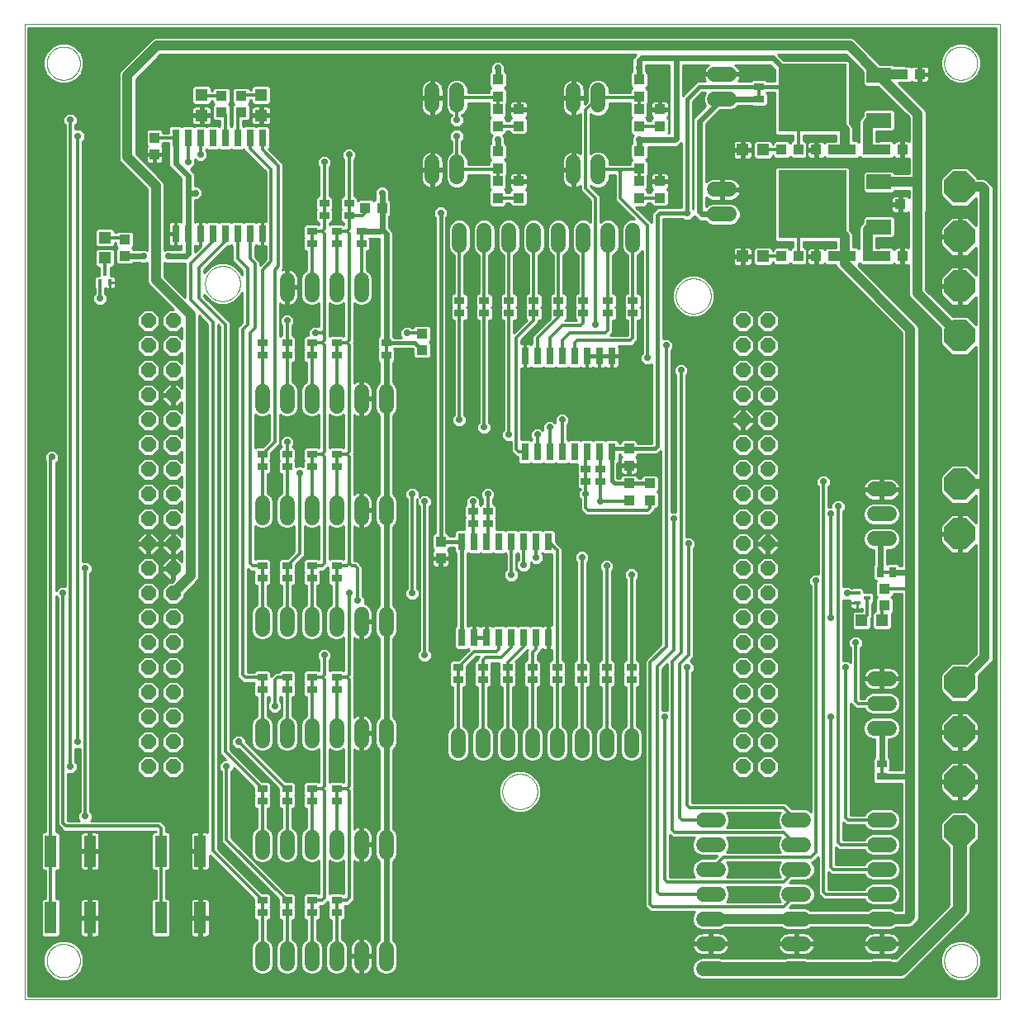
<source format=gtl>
G75*
%MOIN*%
%OFA0B0*%
%FSLAX25Y25*%
%IPPOS*%
%LPD*%
%AMOC8*
5,1,8,0,0,1.08239X$1,22.5*
%
%ADD10C,0.00000*%
%ADD11OC8,0.06000*%
%ADD12R,0.03937X0.04331*%
%ADD13R,0.04331X0.03937*%
%ADD14OC8,0.12500*%
%ADD15C,0.06000*%
%ADD16R,0.04000X0.03000*%
%ADD17C,0.01200*%
%ADD18R,0.03000X0.04000*%
%ADD19R,0.04724X0.12598*%
%ADD20R,0.04724X0.04724*%
%ADD21R,0.03000X0.07000*%
%ADD22R,0.02600X0.01800*%
%ADD23R,0.01800X0.02600*%
%ADD24R,0.27559X0.27559*%
%ADD25R,0.09843X0.05906*%
%ADD26C,0.01000*%
%ADD27OC8,0.02781*%
%ADD28C,0.04000*%
%ADD29C,0.01600*%
%ADD30C,0.02400*%
%ADD31C,0.05600*%
D10*
X0003398Y0012627D02*
X0003398Y0406328D01*
X0397098Y0406328D01*
X0397098Y0012627D01*
X0003398Y0012627D01*
X0012453Y0028375D02*
X0012455Y0028539D01*
X0012461Y0028703D01*
X0012471Y0028867D01*
X0012485Y0029031D01*
X0012503Y0029194D01*
X0012525Y0029357D01*
X0012552Y0029519D01*
X0012582Y0029681D01*
X0012616Y0029841D01*
X0012654Y0030001D01*
X0012695Y0030160D01*
X0012741Y0030318D01*
X0012791Y0030474D01*
X0012844Y0030630D01*
X0012901Y0030784D01*
X0012962Y0030936D01*
X0013027Y0031087D01*
X0013096Y0031237D01*
X0013168Y0031384D01*
X0013243Y0031530D01*
X0013323Y0031674D01*
X0013405Y0031816D01*
X0013491Y0031956D01*
X0013581Y0032093D01*
X0013674Y0032229D01*
X0013770Y0032362D01*
X0013870Y0032493D01*
X0013972Y0032621D01*
X0014078Y0032747D01*
X0014187Y0032870D01*
X0014299Y0032990D01*
X0014413Y0033108D01*
X0014531Y0033222D01*
X0014651Y0033334D01*
X0014774Y0033443D01*
X0014900Y0033549D01*
X0015028Y0033651D01*
X0015159Y0033751D01*
X0015292Y0033847D01*
X0015428Y0033940D01*
X0015565Y0034030D01*
X0015705Y0034116D01*
X0015847Y0034198D01*
X0015991Y0034278D01*
X0016137Y0034353D01*
X0016284Y0034425D01*
X0016434Y0034494D01*
X0016585Y0034559D01*
X0016737Y0034620D01*
X0016891Y0034677D01*
X0017047Y0034730D01*
X0017203Y0034780D01*
X0017361Y0034826D01*
X0017520Y0034867D01*
X0017680Y0034905D01*
X0017840Y0034939D01*
X0018002Y0034969D01*
X0018164Y0034996D01*
X0018327Y0035018D01*
X0018490Y0035036D01*
X0018654Y0035050D01*
X0018818Y0035060D01*
X0018982Y0035066D01*
X0019146Y0035068D01*
X0019310Y0035066D01*
X0019474Y0035060D01*
X0019638Y0035050D01*
X0019802Y0035036D01*
X0019965Y0035018D01*
X0020128Y0034996D01*
X0020290Y0034969D01*
X0020452Y0034939D01*
X0020612Y0034905D01*
X0020772Y0034867D01*
X0020931Y0034826D01*
X0021089Y0034780D01*
X0021245Y0034730D01*
X0021401Y0034677D01*
X0021555Y0034620D01*
X0021707Y0034559D01*
X0021858Y0034494D01*
X0022008Y0034425D01*
X0022155Y0034353D01*
X0022301Y0034278D01*
X0022445Y0034198D01*
X0022587Y0034116D01*
X0022727Y0034030D01*
X0022864Y0033940D01*
X0023000Y0033847D01*
X0023133Y0033751D01*
X0023264Y0033651D01*
X0023392Y0033549D01*
X0023518Y0033443D01*
X0023641Y0033334D01*
X0023761Y0033222D01*
X0023879Y0033108D01*
X0023993Y0032990D01*
X0024105Y0032870D01*
X0024214Y0032747D01*
X0024320Y0032621D01*
X0024422Y0032493D01*
X0024522Y0032362D01*
X0024618Y0032229D01*
X0024711Y0032093D01*
X0024801Y0031956D01*
X0024887Y0031816D01*
X0024969Y0031674D01*
X0025049Y0031530D01*
X0025124Y0031384D01*
X0025196Y0031237D01*
X0025265Y0031087D01*
X0025330Y0030936D01*
X0025391Y0030784D01*
X0025448Y0030630D01*
X0025501Y0030474D01*
X0025551Y0030318D01*
X0025597Y0030160D01*
X0025638Y0030001D01*
X0025676Y0029841D01*
X0025710Y0029681D01*
X0025740Y0029519D01*
X0025767Y0029357D01*
X0025789Y0029194D01*
X0025807Y0029031D01*
X0025821Y0028867D01*
X0025831Y0028703D01*
X0025837Y0028539D01*
X0025839Y0028375D01*
X0025837Y0028211D01*
X0025831Y0028047D01*
X0025821Y0027883D01*
X0025807Y0027719D01*
X0025789Y0027556D01*
X0025767Y0027393D01*
X0025740Y0027231D01*
X0025710Y0027069D01*
X0025676Y0026909D01*
X0025638Y0026749D01*
X0025597Y0026590D01*
X0025551Y0026432D01*
X0025501Y0026276D01*
X0025448Y0026120D01*
X0025391Y0025966D01*
X0025330Y0025814D01*
X0025265Y0025663D01*
X0025196Y0025513D01*
X0025124Y0025366D01*
X0025049Y0025220D01*
X0024969Y0025076D01*
X0024887Y0024934D01*
X0024801Y0024794D01*
X0024711Y0024657D01*
X0024618Y0024521D01*
X0024522Y0024388D01*
X0024422Y0024257D01*
X0024320Y0024129D01*
X0024214Y0024003D01*
X0024105Y0023880D01*
X0023993Y0023760D01*
X0023879Y0023642D01*
X0023761Y0023528D01*
X0023641Y0023416D01*
X0023518Y0023307D01*
X0023392Y0023201D01*
X0023264Y0023099D01*
X0023133Y0022999D01*
X0023000Y0022903D01*
X0022864Y0022810D01*
X0022727Y0022720D01*
X0022587Y0022634D01*
X0022445Y0022552D01*
X0022301Y0022472D01*
X0022155Y0022397D01*
X0022008Y0022325D01*
X0021858Y0022256D01*
X0021707Y0022191D01*
X0021555Y0022130D01*
X0021401Y0022073D01*
X0021245Y0022020D01*
X0021089Y0021970D01*
X0020931Y0021924D01*
X0020772Y0021883D01*
X0020612Y0021845D01*
X0020452Y0021811D01*
X0020290Y0021781D01*
X0020128Y0021754D01*
X0019965Y0021732D01*
X0019802Y0021714D01*
X0019638Y0021700D01*
X0019474Y0021690D01*
X0019310Y0021684D01*
X0019146Y0021682D01*
X0018982Y0021684D01*
X0018818Y0021690D01*
X0018654Y0021700D01*
X0018490Y0021714D01*
X0018327Y0021732D01*
X0018164Y0021754D01*
X0018002Y0021781D01*
X0017840Y0021811D01*
X0017680Y0021845D01*
X0017520Y0021883D01*
X0017361Y0021924D01*
X0017203Y0021970D01*
X0017047Y0022020D01*
X0016891Y0022073D01*
X0016737Y0022130D01*
X0016585Y0022191D01*
X0016434Y0022256D01*
X0016284Y0022325D01*
X0016137Y0022397D01*
X0015991Y0022472D01*
X0015847Y0022552D01*
X0015705Y0022634D01*
X0015565Y0022720D01*
X0015428Y0022810D01*
X0015292Y0022903D01*
X0015159Y0022999D01*
X0015028Y0023099D01*
X0014900Y0023201D01*
X0014774Y0023307D01*
X0014651Y0023416D01*
X0014531Y0023528D01*
X0014413Y0023642D01*
X0014299Y0023760D01*
X0014187Y0023880D01*
X0014078Y0024003D01*
X0013972Y0024129D01*
X0013870Y0024257D01*
X0013770Y0024388D01*
X0013674Y0024521D01*
X0013581Y0024657D01*
X0013491Y0024794D01*
X0013405Y0024934D01*
X0013323Y0025076D01*
X0013243Y0025220D01*
X0013168Y0025366D01*
X0013096Y0025513D01*
X0013027Y0025663D01*
X0012962Y0025814D01*
X0012901Y0025966D01*
X0012844Y0026120D01*
X0012791Y0026276D01*
X0012741Y0026432D01*
X0012695Y0026590D01*
X0012654Y0026749D01*
X0012616Y0026909D01*
X0012582Y0027069D01*
X0012552Y0027231D01*
X0012525Y0027393D01*
X0012503Y0027556D01*
X0012485Y0027719D01*
X0012471Y0027883D01*
X0012461Y0028047D01*
X0012455Y0028211D01*
X0012453Y0028375D01*
X0196311Y0096627D02*
X0196313Y0096801D01*
X0196320Y0096975D01*
X0196330Y0097148D01*
X0196345Y0097322D01*
X0196364Y0097495D01*
X0196388Y0097667D01*
X0196415Y0097839D01*
X0196447Y0098010D01*
X0196483Y0098180D01*
X0196523Y0098349D01*
X0196568Y0098517D01*
X0196616Y0098684D01*
X0196669Y0098850D01*
X0196725Y0099015D01*
X0196786Y0099178D01*
X0196850Y0099339D01*
X0196919Y0099499D01*
X0196991Y0099657D01*
X0197068Y0099813D01*
X0197148Y0099968D01*
X0197232Y0100120D01*
X0197319Y0100270D01*
X0197411Y0100419D01*
X0197505Y0100564D01*
X0197604Y0100708D01*
X0197706Y0100849D01*
X0197811Y0100987D01*
X0197920Y0101123D01*
X0198032Y0101256D01*
X0198147Y0101386D01*
X0198265Y0101514D01*
X0198387Y0101638D01*
X0198511Y0101760D01*
X0198639Y0101878D01*
X0198769Y0101993D01*
X0198902Y0102105D01*
X0199038Y0102214D01*
X0199176Y0102319D01*
X0199317Y0102421D01*
X0199461Y0102520D01*
X0199606Y0102614D01*
X0199755Y0102706D01*
X0199905Y0102793D01*
X0200057Y0102877D01*
X0200212Y0102957D01*
X0200368Y0103034D01*
X0200526Y0103106D01*
X0200686Y0103175D01*
X0200847Y0103239D01*
X0201010Y0103300D01*
X0201175Y0103356D01*
X0201341Y0103409D01*
X0201508Y0103457D01*
X0201676Y0103502D01*
X0201845Y0103542D01*
X0202015Y0103578D01*
X0202186Y0103610D01*
X0202358Y0103637D01*
X0202530Y0103661D01*
X0202703Y0103680D01*
X0202877Y0103695D01*
X0203050Y0103705D01*
X0203224Y0103712D01*
X0203398Y0103714D01*
X0203572Y0103712D01*
X0203746Y0103705D01*
X0203919Y0103695D01*
X0204093Y0103680D01*
X0204266Y0103661D01*
X0204438Y0103637D01*
X0204610Y0103610D01*
X0204781Y0103578D01*
X0204951Y0103542D01*
X0205120Y0103502D01*
X0205288Y0103457D01*
X0205455Y0103409D01*
X0205621Y0103356D01*
X0205786Y0103300D01*
X0205949Y0103239D01*
X0206110Y0103175D01*
X0206270Y0103106D01*
X0206428Y0103034D01*
X0206584Y0102957D01*
X0206739Y0102877D01*
X0206891Y0102793D01*
X0207041Y0102706D01*
X0207190Y0102614D01*
X0207335Y0102520D01*
X0207479Y0102421D01*
X0207620Y0102319D01*
X0207758Y0102214D01*
X0207894Y0102105D01*
X0208027Y0101993D01*
X0208157Y0101878D01*
X0208285Y0101760D01*
X0208409Y0101638D01*
X0208531Y0101514D01*
X0208649Y0101386D01*
X0208764Y0101256D01*
X0208876Y0101123D01*
X0208985Y0100987D01*
X0209090Y0100849D01*
X0209192Y0100708D01*
X0209291Y0100564D01*
X0209385Y0100419D01*
X0209477Y0100270D01*
X0209564Y0100120D01*
X0209648Y0099968D01*
X0209728Y0099813D01*
X0209805Y0099657D01*
X0209877Y0099499D01*
X0209946Y0099339D01*
X0210010Y0099178D01*
X0210071Y0099015D01*
X0210127Y0098850D01*
X0210180Y0098684D01*
X0210228Y0098517D01*
X0210273Y0098349D01*
X0210313Y0098180D01*
X0210349Y0098010D01*
X0210381Y0097839D01*
X0210408Y0097667D01*
X0210432Y0097495D01*
X0210451Y0097322D01*
X0210466Y0097148D01*
X0210476Y0096975D01*
X0210483Y0096801D01*
X0210485Y0096627D01*
X0210483Y0096453D01*
X0210476Y0096279D01*
X0210466Y0096106D01*
X0210451Y0095932D01*
X0210432Y0095759D01*
X0210408Y0095587D01*
X0210381Y0095415D01*
X0210349Y0095244D01*
X0210313Y0095074D01*
X0210273Y0094905D01*
X0210228Y0094737D01*
X0210180Y0094570D01*
X0210127Y0094404D01*
X0210071Y0094239D01*
X0210010Y0094076D01*
X0209946Y0093915D01*
X0209877Y0093755D01*
X0209805Y0093597D01*
X0209728Y0093441D01*
X0209648Y0093286D01*
X0209564Y0093134D01*
X0209477Y0092984D01*
X0209385Y0092835D01*
X0209291Y0092690D01*
X0209192Y0092546D01*
X0209090Y0092405D01*
X0208985Y0092267D01*
X0208876Y0092131D01*
X0208764Y0091998D01*
X0208649Y0091868D01*
X0208531Y0091740D01*
X0208409Y0091616D01*
X0208285Y0091494D01*
X0208157Y0091376D01*
X0208027Y0091261D01*
X0207894Y0091149D01*
X0207758Y0091040D01*
X0207620Y0090935D01*
X0207479Y0090833D01*
X0207335Y0090734D01*
X0207190Y0090640D01*
X0207041Y0090548D01*
X0206891Y0090461D01*
X0206739Y0090377D01*
X0206584Y0090297D01*
X0206428Y0090220D01*
X0206270Y0090148D01*
X0206110Y0090079D01*
X0205949Y0090015D01*
X0205786Y0089954D01*
X0205621Y0089898D01*
X0205455Y0089845D01*
X0205288Y0089797D01*
X0205120Y0089752D01*
X0204951Y0089712D01*
X0204781Y0089676D01*
X0204610Y0089644D01*
X0204438Y0089617D01*
X0204266Y0089593D01*
X0204093Y0089574D01*
X0203919Y0089559D01*
X0203746Y0089549D01*
X0203572Y0089542D01*
X0203398Y0089540D01*
X0203224Y0089542D01*
X0203050Y0089549D01*
X0202877Y0089559D01*
X0202703Y0089574D01*
X0202530Y0089593D01*
X0202358Y0089617D01*
X0202186Y0089644D01*
X0202015Y0089676D01*
X0201845Y0089712D01*
X0201676Y0089752D01*
X0201508Y0089797D01*
X0201341Y0089845D01*
X0201175Y0089898D01*
X0201010Y0089954D01*
X0200847Y0090015D01*
X0200686Y0090079D01*
X0200526Y0090148D01*
X0200368Y0090220D01*
X0200212Y0090297D01*
X0200057Y0090377D01*
X0199905Y0090461D01*
X0199755Y0090548D01*
X0199606Y0090640D01*
X0199461Y0090734D01*
X0199317Y0090833D01*
X0199176Y0090935D01*
X0199038Y0091040D01*
X0198902Y0091149D01*
X0198769Y0091261D01*
X0198639Y0091376D01*
X0198511Y0091494D01*
X0198387Y0091616D01*
X0198265Y0091740D01*
X0198147Y0091868D01*
X0198032Y0091998D01*
X0197920Y0092131D01*
X0197811Y0092267D01*
X0197706Y0092405D01*
X0197604Y0092546D01*
X0197505Y0092690D01*
X0197411Y0092835D01*
X0197319Y0092984D01*
X0197232Y0093134D01*
X0197148Y0093286D01*
X0197068Y0093441D01*
X0196991Y0093597D01*
X0196919Y0093755D01*
X0196850Y0093915D01*
X0196786Y0094076D01*
X0196725Y0094239D01*
X0196669Y0094404D01*
X0196616Y0094570D01*
X0196568Y0094737D01*
X0196523Y0094905D01*
X0196483Y0095074D01*
X0196447Y0095244D01*
X0196415Y0095415D01*
X0196388Y0095587D01*
X0196364Y0095759D01*
X0196345Y0095932D01*
X0196330Y0096106D01*
X0196320Y0096279D01*
X0196313Y0096453D01*
X0196311Y0096627D01*
X0266311Y0296627D02*
X0266313Y0296801D01*
X0266320Y0296975D01*
X0266330Y0297148D01*
X0266345Y0297322D01*
X0266364Y0297495D01*
X0266388Y0297667D01*
X0266415Y0297839D01*
X0266447Y0298010D01*
X0266483Y0298180D01*
X0266523Y0298349D01*
X0266568Y0298517D01*
X0266616Y0298684D01*
X0266669Y0298850D01*
X0266725Y0299015D01*
X0266786Y0299178D01*
X0266850Y0299339D01*
X0266919Y0299499D01*
X0266991Y0299657D01*
X0267068Y0299813D01*
X0267148Y0299968D01*
X0267232Y0300120D01*
X0267319Y0300270D01*
X0267411Y0300419D01*
X0267505Y0300564D01*
X0267604Y0300708D01*
X0267706Y0300849D01*
X0267811Y0300987D01*
X0267920Y0301123D01*
X0268032Y0301256D01*
X0268147Y0301386D01*
X0268265Y0301514D01*
X0268387Y0301638D01*
X0268511Y0301760D01*
X0268639Y0301878D01*
X0268769Y0301993D01*
X0268902Y0302105D01*
X0269038Y0302214D01*
X0269176Y0302319D01*
X0269317Y0302421D01*
X0269461Y0302520D01*
X0269606Y0302614D01*
X0269755Y0302706D01*
X0269905Y0302793D01*
X0270057Y0302877D01*
X0270212Y0302957D01*
X0270368Y0303034D01*
X0270526Y0303106D01*
X0270686Y0303175D01*
X0270847Y0303239D01*
X0271010Y0303300D01*
X0271175Y0303356D01*
X0271341Y0303409D01*
X0271508Y0303457D01*
X0271676Y0303502D01*
X0271845Y0303542D01*
X0272015Y0303578D01*
X0272186Y0303610D01*
X0272358Y0303637D01*
X0272530Y0303661D01*
X0272703Y0303680D01*
X0272877Y0303695D01*
X0273050Y0303705D01*
X0273224Y0303712D01*
X0273398Y0303714D01*
X0273572Y0303712D01*
X0273746Y0303705D01*
X0273919Y0303695D01*
X0274093Y0303680D01*
X0274266Y0303661D01*
X0274438Y0303637D01*
X0274610Y0303610D01*
X0274781Y0303578D01*
X0274951Y0303542D01*
X0275120Y0303502D01*
X0275288Y0303457D01*
X0275455Y0303409D01*
X0275621Y0303356D01*
X0275786Y0303300D01*
X0275949Y0303239D01*
X0276110Y0303175D01*
X0276270Y0303106D01*
X0276428Y0303034D01*
X0276584Y0302957D01*
X0276739Y0302877D01*
X0276891Y0302793D01*
X0277041Y0302706D01*
X0277190Y0302614D01*
X0277335Y0302520D01*
X0277479Y0302421D01*
X0277620Y0302319D01*
X0277758Y0302214D01*
X0277894Y0302105D01*
X0278027Y0301993D01*
X0278157Y0301878D01*
X0278285Y0301760D01*
X0278409Y0301638D01*
X0278531Y0301514D01*
X0278649Y0301386D01*
X0278764Y0301256D01*
X0278876Y0301123D01*
X0278985Y0300987D01*
X0279090Y0300849D01*
X0279192Y0300708D01*
X0279291Y0300564D01*
X0279385Y0300419D01*
X0279477Y0300270D01*
X0279564Y0300120D01*
X0279648Y0299968D01*
X0279728Y0299813D01*
X0279805Y0299657D01*
X0279877Y0299499D01*
X0279946Y0299339D01*
X0280010Y0299178D01*
X0280071Y0299015D01*
X0280127Y0298850D01*
X0280180Y0298684D01*
X0280228Y0298517D01*
X0280273Y0298349D01*
X0280313Y0298180D01*
X0280349Y0298010D01*
X0280381Y0297839D01*
X0280408Y0297667D01*
X0280432Y0297495D01*
X0280451Y0297322D01*
X0280466Y0297148D01*
X0280476Y0296975D01*
X0280483Y0296801D01*
X0280485Y0296627D01*
X0280483Y0296453D01*
X0280476Y0296279D01*
X0280466Y0296106D01*
X0280451Y0295932D01*
X0280432Y0295759D01*
X0280408Y0295587D01*
X0280381Y0295415D01*
X0280349Y0295244D01*
X0280313Y0295074D01*
X0280273Y0294905D01*
X0280228Y0294737D01*
X0280180Y0294570D01*
X0280127Y0294404D01*
X0280071Y0294239D01*
X0280010Y0294076D01*
X0279946Y0293915D01*
X0279877Y0293755D01*
X0279805Y0293597D01*
X0279728Y0293441D01*
X0279648Y0293286D01*
X0279564Y0293134D01*
X0279477Y0292984D01*
X0279385Y0292835D01*
X0279291Y0292690D01*
X0279192Y0292546D01*
X0279090Y0292405D01*
X0278985Y0292267D01*
X0278876Y0292131D01*
X0278764Y0291998D01*
X0278649Y0291868D01*
X0278531Y0291740D01*
X0278409Y0291616D01*
X0278285Y0291494D01*
X0278157Y0291376D01*
X0278027Y0291261D01*
X0277894Y0291149D01*
X0277758Y0291040D01*
X0277620Y0290935D01*
X0277479Y0290833D01*
X0277335Y0290734D01*
X0277190Y0290640D01*
X0277041Y0290548D01*
X0276891Y0290461D01*
X0276739Y0290377D01*
X0276584Y0290297D01*
X0276428Y0290220D01*
X0276270Y0290148D01*
X0276110Y0290079D01*
X0275949Y0290015D01*
X0275786Y0289954D01*
X0275621Y0289898D01*
X0275455Y0289845D01*
X0275288Y0289797D01*
X0275120Y0289752D01*
X0274951Y0289712D01*
X0274781Y0289676D01*
X0274610Y0289644D01*
X0274438Y0289617D01*
X0274266Y0289593D01*
X0274093Y0289574D01*
X0273919Y0289559D01*
X0273746Y0289549D01*
X0273572Y0289542D01*
X0273398Y0289540D01*
X0273224Y0289542D01*
X0273050Y0289549D01*
X0272877Y0289559D01*
X0272703Y0289574D01*
X0272530Y0289593D01*
X0272358Y0289617D01*
X0272186Y0289644D01*
X0272015Y0289676D01*
X0271845Y0289712D01*
X0271676Y0289752D01*
X0271508Y0289797D01*
X0271341Y0289845D01*
X0271175Y0289898D01*
X0271010Y0289954D01*
X0270847Y0290015D01*
X0270686Y0290079D01*
X0270526Y0290148D01*
X0270368Y0290220D01*
X0270212Y0290297D01*
X0270057Y0290377D01*
X0269905Y0290461D01*
X0269755Y0290548D01*
X0269606Y0290640D01*
X0269461Y0290734D01*
X0269317Y0290833D01*
X0269176Y0290935D01*
X0269038Y0291040D01*
X0268902Y0291149D01*
X0268769Y0291261D01*
X0268639Y0291376D01*
X0268511Y0291494D01*
X0268387Y0291616D01*
X0268265Y0291740D01*
X0268147Y0291868D01*
X0268032Y0291998D01*
X0267920Y0292131D01*
X0267811Y0292267D01*
X0267706Y0292405D01*
X0267604Y0292546D01*
X0267505Y0292690D01*
X0267411Y0292835D01*
X0267319Y0292984D01*
X0267232Y0293134D01*
X0267148Y0293286D01*
X0267068Y0293441D01*
X0266991Y0293597D01*
X0266919Y0293755D01*
X0266850Y0293915D01*
X0266786Y0294076D01*
X0266725Y0294239D01*
X0266669Y0294404D01*
X0266616Y0294570D01*
X0266568Y0294737D01*
X0266523Y0294905D01*
X0266483Y0295074D01*
X0266447Y0295244D01*
X0266415Y0295415D01*
X0266388Y0295587D01*
X0266364Y0295759D01*
X0266345Y0295932D01*
X0266330Y0296106D01*
X0266320Y0296279D01*
X0266313Y0296453D01*
X0266311Y0296627D01*
X0374657Y0390580D02*
X0374659Y0390744D01*
X0374665Y0390908D01*
X0374675Y0391072D01*
X0374689Y0391236D01*
X0374707Y0391399D01*
X0374729Y0391562D01*
X0374756Y0391724D01*
X0374786Y0391886D01*
X0374820Y0392046D01*
X0374858Y0392206D01*
X0374899Y0392365D01*
X0374945Y0392523D01*
X0374995Y0392679D01*
X0375048Y0392835D01*
X0375105Y0392989D01*
X0375166Y0393141D01*
X0375231Y0393292D01*
X0375300Y0393442D01*
X0375372Y0393589D01*
X0375447Y0393735D01*
X0375527Y0393879D01*
X0375609Y0394021D01*
X0375695Y0394161D01*
X0375785Y0394298D01*
X0375878Y0394434D01*
X0375974Y0394567D01*
X0376074Y0394698D01*
X0376176Y0394826D01*
X0376282Y0394952D01*
X0376391Y0395075D01*
X0376503Y0395195D01*
X0376617Y0395313D01*
X0376735Y0395427D01*
X0376855Y0395539D01*
X0376978Y0395648D01*
X0377104Y0395754D01*
X0377232Y0395856D01*
X0377363Y0395956D01*
X0377496Y0396052D01*
X0377632Y0396145D01*
X0377769Y0396235D01*
X0377909Y0396321D01*
X0378051Y0396403D01*
X0378195Y0396483D01*
X0378341Y0396558D01*
X0378488Y0396630D01*
X0378638Y0396699D01*
X0378789Y0396764D01*
X0378941Y0396825D01*
X0379095Y0396882D01*
X0379251Y0396935D01*
X0379407Y0396985D01*
X0379565Y0397031D01*
X0379724Y0397072D01*
X0379884Y0397110D01*
X0380044Y0397144D01*
X0380206Y0397174D01*
X0380368Y0397201D01*
X0380531Y0397223D01*
X0380694Y0397241D01*
X0380858Y0397255D01*
X0381022Y0397265D01*
X0381186Y0397271D01*
X0381350Y0397273D01*
X0381514Y0397271D01*
X0381678Y0397265D01*
X0381842Y0397255D01*
X0382006Y0397241D01*
X0382169Y0397223D01*
X0382332Y0397201D01*
X0382494Y0397174D01*
X0382656Y0397144D01*
X0382816Y0397110D01*
X0382976Y0397072D01*
X0383135Y0397031D01*
X0383293Y0396985D01*
X0383449Y0396935D01*
X0383605Y0396882D01*
X0383759Y0396825D01*
X0383911Y0396764D01*
X0384062Y0396699D01*
X0384212Y0396630D01*
X0384359Y0396558D01*
X0384505Y0396483D01*
X0384649Y0396403D01*
X0384791Y0396321D01*
X0384931Y0396235D01*
X0385068Y0396145D01*
X0385204Y0396052D01*
X0385337Y0395956D01*
X0385468Y0395856D01*
X0385596Y0395754D01*
X0385722Y0395648D01*
X0385845Y0395539D01*
X0385965Y0395427D01*
X0386083Y0395313D01*
X0386197Y0395195D01*
X0386309Y0395075D01*
X0386418Y0394952D01*
X0386524Y0394826D01*
X0386626Y0394698D01*
X0386726Y0394567D01*
X0386822Y0394434D01*
X0386915Y0394298D01*
X0387005Y0394161D01*
X0387091Y0394021D01*
X0387173Y0393879D01*
X0387253Y0393735D01*
X0387328Y0393589D01*
X0387400Y0393442D01*
X0387469Y0393292D01*
X0387534Y0393141D01*
X0387595Y0392989D01*
X0387652Y0392835D01*
X0387705Y0392679D01*
X0387755Y0392523D01*
X0387801Y0392365D01*
X0387842Y0392206D01*
X0387880Y0392046D01*
X0387914Y0391886D01*
X0387944Y0391724D01*
X0387971Y0391562D01*
X0387993Y0391399D01*
X0388011Y0391236D01*
X0388025Y0391072D01*
X0388035Y0390908D01*
X0388041Y0390744D01*
X0388043Y0390580D01*
X0388041Y0390416D01*
X0388035Y0390252D01*
X0388025Y0390088D01*
X0388011Y0389924D01*
X0387993Y0389761D01*
X0387971Y0389598D01*
X0387944Y0389436D01*
X0387914Y0389274D01*
X0387880Y0389114D01*
X0387842Y0388954D01*
X0387801Y0388795D01*
X0387755Y0388637D01*
X0387705Y0388481D01*
X0387652Y0388325D01*
X0387595Y0388171D01*
X0387534Y0388019D01*
X0387469Y0387868D01*
X0387400Y0387718D01*
X0387328Y0387571D01*
X0387253Y0387425D01*
X0387173Y0387281D01*
X0387091Y0387139D01*
X0387005Y0386999D01*
X0386915Y0386862D01*
X0386822Y0386726D01*
X0386726Y0386593D01*
X0386626Y0386462D01*
X0386524Y0386334D01*
X0386418Y0386208D01*
X0386309Y0386085D01*
X0386197Y0385965D01*
X0386083Y0385847D01*
X0385965Y0385733D01*
X0385845Y0385621D01*
X0385722Y0385512D01*
X0385596Y0385406D01*
X0385468Y0385304D01*
X0385337Y0385204D01*
X0385204Y0385108D01*
X0385068Y0385015D01*
X0384931Y0384925D01*
X0384791Y0384839D01*
X0384649Y0384757D01*
X0384505Y0384677D01*
X0384359Y0384602D01*
X0384212Y0384530D01*
X0384062Y0384461D01*
X0383911Y0384396D01*
X0383759Y0384335D01*
X0383605Y0384278D01*
X0383449Y0384225D01*
X0383293Y0384175D01*
X0383135Y0384129D01*
X0382976Y0384088D01*
X0382816Y0384050D01*
X0382656Y0384016D01*
X0382494Y0383986D01*
X0382332Y0383959D01*
X0382169Y0383937D01*
X0382006Y0383919D01*
X0381842Y0383905D01*
X0381678Y0383895D01*
X0381514Y0383889D01*
X0381350Y0383887D01*
X0381186Y0383889D01*
X0381022Y0383895D01*
X0380858Y0383905D01*
X0380694Y0383919D01*
X0380531Y0383937D01*
X0380368Y0383959D01*
X0380206Y0383986D01*
X0380044Y0384016D01*
X0379884Y0384050D01*
X0379724Y0384088D01*
X0379565Y0384129D01*
X0379407Y0384175D01*
X0379251Y0384225D01*
X0379095Y0384278D01*
X0378941Y0384335D01*
X0378789Y0384396D01*
X0378638Y0384461D01*
X0378488Y0384530D01*
X0378341Y0384602D01*
X0378195Y0384677D01*
X0378051Y0384757D01*
X0377909Y0384839D01*
X0377769Y0384925D01*
X0377632Y0385015D01*
X0377496Y0385108D01*
X0377363Y0385204D01*
X0377232Y0385304D01*
X0377104Y0385406D01*
X0376978Y0385512D01*
X0376855Y0385621D01*
X0376735Y0385733D01*
X0376617Y0385847D01*
X0376503Y0385965D01*
X0376391Y0386085D01*
X0376282Y0386208D01*
X0376176Y0386334D01*
X0376074Y0386462D01*
X0375974Y0386593D01*
X0375878Y0386726D01*
X0375785Y0386862D01*
X0375695Y0386999D01*
X0375609Y0387139D01*
X0375527Y0387281D01*
X0375447Y0387425D01*
X0375372Y0387571D01*
X0375300Y0387718D01*
X0375231Y0387868D01*
X0375166Y0388019D01*
X0375105Y0388171D01*
X0375048Y0388325D01*
X0374995Y0388481D01*
X0374945Y0388637D01*
X0374899Y0388795D01*
X0374858Y0388954D01*
X0374820Y0389114D01*
X0374786Y0389274D01*
X0374756Y0389436D01*
X0374729Y0389598D01*
X0374707Y0389761D01*
X0374689Y0389924D01*
X0374675Y0390088D01*
X0374665Y0390252D01*
X0374659Y0390416D01*
X0374657Y0390580D01*
X0076311Y0301627D02*
X0076313Y0301801D01*
X0076320Y0301975D01*
X0076330Y0302148D01*
X0076345Y0302322D01*
X0076364Y0302495D01*
X0076388Y0302667D01*
X0076415Y0302839D01*
X0076447Y0303010D01*
X0076483Y0303180D01*
X0076523Y0303349D01*
X0076568Y0303517D01*
X0076616Y0303684D01*
X0076669Y0303850D01*
X0076725Y0304015D01*
X0076786Y0304178D01*
X0076850Y0304339D01*
X0076919Y0304499D01*
X0076991Y0304657D01*
X0077068Y0304813D01*
X0077148Y0304968D01*
X0077232Y0305120D01*
X0077319Y0305270D01*
X0077411Y0305419D01*
X0077505Y0305564D01*
X0077604Y0305708D01*
X0077706Y0305849D01*
X0077811Y0305987D01*
X0077920Y0306123D01*
X0078032Y0306256D01*
X0078147Y0306386D01*
X0078265Y0306514D01*
X0078387Y0306638D01*
X0078511Y0306760D01*
X0078639Y0306878D01*
X0078769Y0306993D01*
X0078902Y0307105D01*
X0079038Y0307214D01*
X0079176Y0307319D01*
X0079317Y0307421D01*
X0079461Y0307520D01*
X0079606Y0307614D01*
X0079755Y0307706D01*
X0079905Y0307793D01*
X0080057Y0307877D01*
X0080212Y0307957D01*
X0080368Y0308034D01*
X0080526Y0308106D01*
X0080686Y0308175D01*
X0080847Y0308239D01*
X0081010Y0308300D01*
X0081175Y0308356D01*
X0081341Y0308409D01*
X0081508Y0308457D01*
X0081676Y0308502D01*
X0081845Y0308542D01*
X0082015Y0308578D01*
X0082186Y0308610D01*
X0082358Y0308637D01*
X0082530Y0308661D01*
X0082703Y0308680D01*
X0082877Y0308695D01*
X0083050Y0308705D01*
X0083224Y0308712D01*
X0083398Y0308714D01*
X0083572Y0308712D01*
X0083746Y0308705D01*
X0083919Y0308695D01*
X0084093Y0308680D01*
X0084266Y0308661D01*
X0084438Y0308637D01*
X0084610Y0308610D01*
X0084781Y0308578D01*
X0084951Y0308542D01*
X0085120Y0308502D01*
X0085288Y0308457D01*
X0085455Y0308409D01*
X0085621Y0308356D01*
X0085786Y0308300D01*
X0085949Y0308239D01*
X0086110Y0308175D01*
X0086270Y0308106D01*
X0086428Y0308034D01*
X0086584Y0307957D01*
X0086739Y0307877D01*
X0086891Y0307793D01*
X0087041Y0307706D01*
X0087190Y0307614D01*
X0087335Y0307520D01*
X0087479Y0307421D01*
X0087620Y0307319D01*
X0087758Y0307214D01*
X0087894Y0307105D01*
X0088027Y0306993D01*
X0088157Y0306878D01*
X0088285Y0306760D01*
X0088409Y0306638D01*
X0088531Y0306514D01*
X0088649Y0306386D01*
X0088764Y0306256D01*
X0088876Y0306123D01*
X0088985Y0305987D01*
X0089090Y0305849D01*
X0089192Y0305708D01*
X0089291Y0305564D01*
X0089385Y0305419D01*
X0089477Y0305270D01*
X0089564Y0305120D01*
X0089648Y0304968D01*
X0089728Y0304813D01*
X0089805Y0304657D01*
X0089877Y0304499D01*
X0089946Y0304339D01*
X0090010Y0304178D01*
X0090071Y0304015D01*
X0090127Y0303850D01*
X0090180Y0303684D01*
X0090228Y0303517D01*
X0090273Y0303349D01*
X0090313Y0303180D01*
X0090349Y0303010D01*
X0090381Y0302839D01*
X0090408Y0302667D01*
X0090432Y0302495D01*
X0090451Y0302322D01*
X0090466Y0302148D01*
X0090476Y0301975D01*
X0090483Y0301801D01*
X0090485Y0301627D01*
X0090483Y0301453D01*
X0090476Y0301279D01*
X0090466Y0301106D01*
X0090451Y0300932D01*
X0090432Y0300759D01*
X0090408Y0300587D01*
X0090381Y0300415D01*
X0090349Y0300244D01*
X0090313Y0300074D01*
X0090273Y0299905D01*
X0090228Y0299737D01*
X0090180Y0299570D01*
X0090127Y0299404D01*
X0090071Y0299239D01*
X0090010Y0299076D01*
X0089946Y0298915D01*
X0089877Y0298755D01*
X0089805Y0298597D01*
X0089728Y0298441D01*
X0089648Y0298286D01*
X0089564Y0298134D01*
X0089477Y0297984D01*
X0089385Y0297835D01*
X0089291Y0297690D01*
X0089192Y0297546D01*
X0089090Y0297405D01*
X0088985Y0297267D01*
X0088876Y0297131D01*
X0088764Y0296998D01*
X0088649Y0296868D01*
X0088531Y0296740D01*
X0088409Y0296616D01*
X0088285Y0296494D01*
X0088157Y0296376D01*
X0088027Y0296261D01*
X0087894Y0296149D01*
X0087758Y0296040D01*
X0087620Y0295935D01*
X0087479Y0295833D01*
X0087335Y0295734D01*
X0087190Y0295640D01*
X0087041Y0295548D01*
X0086891Y0295461D01*
X0086739Y0295377D01*
X0086584Y0295297D01*
X0086428Y0295220D01*
X0086270Y0295148D01*
X0086110Y0295079D01*
X0085949Y0295015D01*
X0085786Y0294954D01*
X0085621Y0294898D01*
X0085455Y0294845D01*
X0085288Y0294797D01*
X0085120Y0294752D01*
X0084951Y0294712D01*
X0084781Y0294676D01*
X0084610Y0294644D01*
X0084438Y0294617D01*
X0084266Y0294593D01*
X0084093Y0294574D01*
X0083919Y0294559D01*
X0083746Y0294549D01*
X0083572Y0294542D01*
X0083398Y0294540D01*
X0083224Y0294542D01*
X0083050Y0294549D01*
X0082877Y0294559D01*
X0082703Y0294574D01*
X0082530Y0294593D01*
X0082358Y0294617D01*
X0082186Y0294644D01*
X0082015Y0294676D01*
X0081845Y0294712D01*
X0081676Y0294752D01*
X0081508Y0294797D01*
X0081341Y0294845D01*
X0081175Y0294898D01*
X0081010Y0294954D01*
X0080847Y0295015D01*
X0080686Y0295079D01*
X0080526Y0295148D01*
X0080368Y0295220D01*
X0080212Y0295297D01*
X0080057Y0295377D01*
X0079905Y0295461D01*
X0079755Y0295548D01*
X0079606Y0295640D01*
X0079461Y0295734D01*
X0079317Y0295833D01*
X0079176Y0295935D01*
X0079038Y0296040D01*
X0078902Y0296149D01*
X0078769Y0296261D01*
X0078639Y0296376D01*
X0078511Y0296494D01*
X0078387Y0296616D01*
X0078265Y0296740D01*
X0078147Y0296868D01*
X0078032Y0296998D01*
X0077920Y0297131D01*
X0077811Y0297267D01*
X0077706Y0297405D01*
X0077604Y0297546D01*
X0077505Y0297690D01*
X0077411Y0297835D01*
X0077319Y0297984D01*
X0077232Y0298134D01*
X0077148Y0298286D01*
X0077068Y0298441D01*
X0076991Y0298597D01*
X0076919Y0298755D01*
X0076850Y0298915D01*
X0076786Y0299076D01*
X0076725Y0299239D01*
X0076669Y0299404D01*
X0076616Y0299570D01*
X0076568Y0299737D01*
X0076523Y0299905D01*
X0076483Y0300074D01*
X0076447Y0300244D01*
X0076415Y0300415D01*
X0076388Y0300587D01*
X0076364Y0300759D01*
X0076345Y0300932D01*
X0076330Y0301106D01*
X0076320Y0301279D01*
X0076313Y0301453D01*
X0076311Y0301627D01*
X0012453Y0390580D02*
X0012455Y0390744D01*
X0012461Y0390908D01*
X0012471Y0391072D01*
X0012485Y0391236D01*
X0012503Y0391399D01*
X0012525Y0391562D01*
X0012552Y0391724D01*
X0012582Y0391886D01*
X0012616Y0392046D01*
X0012654Y0392206D01*
X0012695Y0392365D01*
X0012741Y0392523D01*
X0012791Y0392679D01*
X0012844Y0392835D01*
X0012901Y0392989D01*
X0012962Y0393141D01*
X0013027Y0393292D01*
X0013096Y0393442D01*
X0013168Y0393589D01*
X0013243Y0393735D01*
X0013323Y0393879D01*
X0013405Y0394021D01*
X0013491Y0394161D01*
X0013581Y0394298D01*
X0013674Y0394434D01*
X0013770Y0394567D01*
X0013870Y0394698D01*
X0013972Y0394826D01*
X0014078Y0394952D01*
X0014187Y0395075D01*
X0014299Y0395195D01*
X0014413Y0395313D01*
X0014531Y0395427D01*
X0014651Y0395539D01*
X0014774Y0395648D01*
X0014900Y0395754D01*
X0015028Y0395856D01*
X0015159Y0395956D01*
X0015292Y0396052D01*
X0015428Y0396145D01*
X0015565Y0396235D01*
X0015705Y0396321D01*
X0015847Y0396403D01*
X0015991Y0396483D01*
X0016137Y0396558D01*
X0016284Y0396630D01*
X0016434Y0396699D01*
X0016585Y0396764D01*
X0016737Y0396825D01*
X0016891Y0396882D01*
X0017047Y0396935D01*
X0017203Y0396985D01*
X0017361Y0397031D01*
X0017520Y0397072D01*
X0017680Y0397110D01*
X0017840Y0397144D01*
X0018002Y0397174D01*
X0018164Y0397201D01*
X0018327Y0397223D01*
X0018490Y0397241D01*
X0018654Y0397255D01*
X0018818Y0397265D01*
X0018982Y0397271D01*
X0019146Y0397273D01*
X0019310Y0397271D01*
X0019474Y0397265D01*
X0019638Y0397255D01*
X0019802Y0397241D01*
X0019965Y0397223D01*
X0020128Y0397201D01*
X0020290Y0397174D01*
X0020452Y0397144D01*
X0020612Y0397110D01*
X0020772Y0397072D01*
X0020931Y0397031D01*
X0021089Y0396985D01*
X0021245Y0396935D01*
X0021401Y0396882D01*
X0021555Y0396825D01*
X0021707Y0396764D01*
X0021858Y0396699D01*
X0022008Y0396630D01*
X0022155Y0396558D01*
X0022301Y0396483D01*
X0022445Y0396403D01*
X0022587Y0396321D01*
X0022727Y0396235D01*
X0022864Y0396145D01*
X0023000Y0396052D01*
X0023133Y0395956D01*
X0023264Y0395856D01*
X0023392Y0395754D01*
X0023518Y0395648D01*
X0023641Y0395539D01*
X0023761Y0395427D01*
X0023879Y0395313D01*
X0023993Y0395195D01*
X0024105Y0395075D01*
X0024214Y0394952D01*
X0024320Y0394826D01*
X0024422Y0394698D01*
X0024522Y0394567D01*
X0024618Y0394434D01*
X0024711Y0394298D01*
X0024801Y0394161D01*
X0024887Y0394021D01*
X0024969Y0393879D01*
X0025049Y0393735D01*
X0025124Y0393589D01*
X0025196Y0393442D01*
X0025265Y0393292D01*
X0025330Y0393141D01*
X0025391Y0392989D01*
X0025448Y0392835D01*
X0025501Y0392679D01*
X0025551Y0392523D01*
X0025597Y0392365D01*
X0025638Y0392206D01*
X0025676Y0392046D01*
X0025710Y0391886D01*
X0025740Y0391724D01*
X0025767Y0391562D01*
X0025789Y0391399D01*
X0025807Y0391236D01*
X0025821Y0391072D01*
X0025831Y0390908D01*
X0025837Y0390744D01*
X0025839Y0390580D01*
X0025837Y0390416D01*
X0025831Y0390252D01*
X0025821Y0390088D01*
X0025807Y0389924D01*
X0025789Y0389761D01*
X0025767Y0389598D01*
X0025740Y0389436D01*
X0025710Y0389274D01*
X0025676Y0389114D01*
X0025638Y0388954D01*
X0025597Y0388795D01*
X0025551Y0388637D01*
X0025501Y0388481D01*
X0025448Y0388325D01*
X0025391Y0388171D01*
X0025330Y0388019D01*
X0025265Y0387868D01*
X0025196Y0387718D01*
X0025124Y0387571D01*
X0025049Y0387425D01*
X0024969Y0387281D01*
X0024887Y0387139D01*
X0024801Y0386999D01*
X0024711Y0386862D01*
X0024618Y0386726D01*
X0024522Y0386593D01*
X0024422Y0386462D01*
X0024320Y0386334D01*
X0024214Y0386208D01*
X0024105Y0386085D01*
X0023993Y0385965D01*
X0023879Y0385847D01*
X0023761Y0385733D01*
X0023641Y0385621D01*
X0023518Y0385512D01*
X0023392Y0385406D01*
X0023264Y0385304D01*
X0023133Y0385204D01*
X0023000Y0385108D01*
X0022864Y0385015D01*
X0022727Y0384925D01*
X0022587Y0384839D01*
X0022445Y0384757D01*
X0022301Y0384677D01*
X0022155Y0384602D01*
X0022008Y0384530D01*
X0021858Y0384461D01*
X0021707Y0384396D01*
X0021555Y0384335D01*
X0021401Y0384278D01*
X0021245Y0384225D01*
X0021089Y0384175D01*
X0020931Y0384129D01*
X0020772Y0384088D01*
X0020612Y0384050D01*
X0020452Y0384016D01*
X0020290Y0383986D01*
X0020128Y0383959D01*
X0019965Y0383937D01*
X0019802Y0383919D01*
X0019638Y0383905D01*
X0019474Y0383895D01*
X0019310Y0383889D01*
X0019146Y0383887D01*
X0018982Y0383889D01*
X0018818Y0383895D01*
X0018654Y0383905D01*
X0018490Y0383919D01*
X0018327Y0383937D01*
X0018164Y0383959D01*
X0018002Y0383986D01*
X0017840Y0384016D01*
X0017680Y0384050D01*
X0017520Y0384088D01*
X0017361Y0384129D01*
X0017203Y0384175D01*
X0017047Y0384225D01*
X0016891Y0384278D01*
X0016737Y0384335D01*
X0016585Y0384396D01*
X0016434Y0384461D01*
X0016284Y0384530D01*
X0016137Y0384602D01*
X0015991Y0384677D01*
X0015847Y0384757D01*
X0015705Y0384839D01*
X0015565Y0384925D01*
X0015428Y0385015D01*
X0015292Y0385108D01*
X0015159Y0385204D01*
X0015028Y0385304D01*
X0014900Y0385406D01*
X0014774Y0385512D01*
X0014651Y0385621D01*
X0014531Y0385733D01*
X0014413Y0385847D01*
X0014299Y0385965D01*
X0014187Y0386085D01*
X0014078Y0386208D01*
X0013972Y0386334D01*
X0013870Y0386462D01*
X0013770Y0386593D01*
X0013674Y0386726D01*
X0013581Y0386862D01*
X0013491Y0386999D01*
X0013405Y0387139D01*
X0013323Y0387281D01*
X0013243Y0387425D01*
X0013168Y0387571D01*
X0013096Y0387718D01*
X0013027Y0387868D01*
X0012962Y0388019D01*
X0012901Y0388171D01*
X0012844Y0388325D01*
X0012791Y0388481D01*
X0012741Y0388637D01*
X0012695Y0388795D01*
X0012654Y0388954D01*
X0012616Y0389114D01*
X0012582Y0389274D01*
X0012552Y0389436D01*
X0012525Y0389598D01*
X0012503Y0389761D01*
X0012485Y0389924D01*
X0012471Y0390088D01*
X0012461Y0390252D01*
X0012455Y0390416D01*
X0012453Y0390580D01*
X0374657Y0028375D02*
X0374659Y0028539D01*
X0374665Y0028703D01*
X0374675Y0028867D01*
X0374689Y0029031D01*
X0374707Y0029194D01*
X0374729Y0029357D01*
X0374756Y0029519D01*
X0374786Y0029681D01*
X0374820Y0029841D01*
X0374858Y0030001D01*
X0374899Y0030160D01*
X0374945Y0030318D01*
X0374995Y0030474D01*
X0375048Y0030630D01*
X0375105Y0030784D01*
X0375166Y0030936D01*
X0375231Y0031087D01*
X0375300Y0031237D01*
X0375372Y0031384D01*
X0375447Y0031530D01*
X0375527Y0031674D01*
X0375609Y0031816D01*
X0375695Y0031956D01*
X0375785Y0032093D01*
X0375878Y0032229D01*
X0375974Y0032362D01*
X0376074Y0032493D01*
X0376176Y0032621D01*
X0376282Y0032747D01*
X0376391Y0032870D01*
X0376503Y0032990D01*
X0376617Y0033108D01*
X0376735Y0033222D01*
X0376855Y0033334D01*
X0376978Y0033443D01*
X0377104Y0033549D01*
X0377232Y0033651D01*
X0377363Y0033751D01*
X0377496Y0033847D01*
X0377632Y0033940D01*
X0377769Y0034030D01*
X0377909Y0034116D01*
X0378051Y0034198D01*
X0378195Y0034278D01*
X0378341Y0034353D01*
X0378488Y0034425D01*
X0378638Y0034494D01*
X0378789Y0034559D01*
X0378941Y0034620D01*
X0379095Y0034677D01*
X0379251Y0034730D01*
X0379407Y0034780D01*
X0379565Y0034826D01*
X0379724Y0034867D01*
X0379884Y0034905D01*
X0380044Y0034939D01*
X0380206Y0034969D01*
X0380368Y0034996D01*
X0380531Y0035018D01*
X0380694Y0035036D01*
X0380858Y0035050D01*
X0381022Y0035060D01*
X0381186Y0035066D01*
X0381350Y0035068D01*
X0381514Y0035066D01*
X0381678Y0035060D01*
X0381842Y0035050D01*
X0382006Y0035036D01*
X0382169Y0035018D01*
X0382332Y0034996D01*
X0382494Y0034969D01*
X0382656Y0034939D01*
X0382816Y0034905D01*
X0382976Y0034867D01*
X0383135Y0034826D01*
X0383293Y0034780D01*
X0383449Y0034730D01*
X0383605Y0034677D01*
X0383759Y0034620D01*
X0383911Y0034559D01*
X0384062Y0034494D01*
X0384212Y0034425D01*
X0384359Y0034353D01*
X0384505Y0034278D01*
X0384649Y0034198D01*
X0384791Y0034116D01*
X0384931Y0034030D01*
X0385068Y0033940D01*
X0385204Y0033847D01*
X0385337Y0033751D01*
X0385468Y0033651D01*
X0385596Y0033549D01*
X0385722Y0033443D01*
X0385845Y0033334D01*
X0385965Y0033222D01*
X0386083Y0033108D01*
X0386197Y0032990D01*
X0386309Y0032870D01*
X0386418Y0032747D01*
X0386524Y0032621D01*
X0386626Y0032493D01*
X0386726Y0032362D01*
X0386822Y0032229D01*
X0386915Y0032093D01*
X0387005Y0031956D01*
X0387091Y0031816D01*
X0387173Y0031674D01*
X0387253Y0031530D01*
X0387328Y0031384D01*
X0387400Y0031237D01*
X0387469Y0031087D01*
X0387534Y0030936D01*
X0387595Y0030784D01*
X0387652Y0030630D01*
X0387705Y0030474D01*
X0387755Y0030318D01*
X0387801Y0030160D01*
X0387842Y0030001D01*
X0387880Y0029841D01*
X0387914Y0029681D01*
X0387944Y0029519D01*
X0387971Y0029357D01*
X0387993Y0029194D01*
X0388011Y0029031D01*
X0388025Y0028867D01*
X0388035Y0028703D01*
X0388041Y0028539D01*
X0388043Y0028375D01*
X0388041Y0028211D01*
X0388035Y0028047D01*
X0388025Y0027883D01*
X0388011Y0027719D01*
X0387993Y0027556D01*
X0387971Y0027393D01*
X0387944Y0027231D01*
X0387914Y0027069D01*
X0387880Y0026909D01*
X0387842Y0026749D01*
X0387801Y0026590D01*
X0387755Y0026432D01*
X0387705Y0026276D01*
X0387652Y0026120D01*
X0387595Y0025966D01*
X0387534Y0025814D01*
X0387469Y0025663D01*
X0387400Y0025513D01*
X0387328Y0025366D01*
X0387253Y0025220D01*
X0387173Y0025076D01*
X0387091Y0024934D01*
X0387005Y0024794D01*
X0386915Y0024657D01*
X0386822Y0024521D01*
X0386726Y0024388D01*
X0386626Y0024257D01*
X0386524Y0024129D01*
X0386418Y0024003D01*
X0386309Y0023880D01*
X0386197Y0023760D01*
X0386083Y0023642D01*
X0385965Y0023528D01*
X0385845Y0023416D01*
X0385722Y0023307D01*
X0385596Y0023201D01*
X0385468Y0023099D01*
X0385337Y0022999D01*
X0385204Y0022903D01*
X0385068Y0022810D01*
X0384931Y0022720D01*
X0384791Y0022634D01*
X0384649Y0022552D01*
X0384505Y0022472D01*
X0384359Y0022397D01*
X0384212Y0022325D01*
X0384062Y0022256D01*
X0383911Y0022191D01*
X0383759Y0022130D01*
X0383605Y0022073D01*
X0383449Y0022020D01*
X0383293Y0021970D01*
X0383135Y0021924D01*
X0382976Y0021883D01*
X0382816Y0021845D01*
X0382656Y0021811D01*
X0382494Y0021781D01*
X0382332Y0021754D01*
X0382169Y0021732D01*
X0382006Y0021714D01*
X0381842Y0021700D01*
X0381678Y0021690D01*
X0381514Y0021684D01*
X0381350Y0021682D01*
X0381186Y0021684D01*
X0381022Y0021690D01*
X0380858Y0021700D01*
X0380694Y0021714D01*
X0380531Y0021732D01*
X0380368Y0021754D01*
X0380206Y0021781D01*
X0380044Y0021811D01*
X0379884Y0021845D01*
X0379724Y0021883D01*
X0379565Y0021924D01*
X0379407Y0021970D01*
X0379251Y0022020D01*
X0379095Y0022073D01*
X0378941Y0022130D01*
X0378789Y0022191D01*
X0378638Y0022256D01*
X0378488Y0022325D01*
X0378341Y0022397D01*
X0378195Y0022472D01*
X0378051Y0022552D01*
X0377909Y0022634D01*
X0377769Y0022720D01*
X0377632Y0022810D01*
X0377496Y0022903D01*
X0377363Y0022999D01*
X0377232Y0023099D01*
X0377104Y0023201D01*
X0376978Y0023307D01*
X0376855Y0023416D01*
X0376735Y0023528D01*
X0376617Y0023642D01*
X0376503Y0023760D01*
X0376391Y0023880D01*
X0376282Y0024003D01*
X0376176Y0024129D01*
X0376074Y0024257D01*
X0375974Y0024388D01*
X0375878Y0024521D01*
X0375785Y0024657D01*
X0375695Y0024794D01*
X0375609Y0024934D01*
X0375527Y0025076D01*
X0375447Y0025220D01*
X0375372Y0025366D01*
X0375300Y0025513D01*
X0375231Y0025663D01*
X0375166Y0025814D01*
X0375105Y0025966D01*
X0375048Y0026120D01*
X0374995Y0026276D01*
X0374945Y0026432D01*
X0374899Y0026590D01*
X0374858Y0026749D01*
X0374820Y0026909D01*
X0374786Y0027069D01*
X0374756Y0027231D01*
X0374729Y0027393D01*
X0374707Y0027556D01*
X0374689Y0027719D01*
X0374675Y0027883D01*
X0374665Y0028047D01*
X0374659Y0028211D01*
X0374657Y0028375D01*
D11*
X0303398Y0106627D03*
X0303398Y0116627D03*
X0303398Y0126627D03*
X0303398Y0136627D03*
X0303398Y0146627D03*
X0303398Y0156627D03*
X0303398Y0166627D03*
X0303398Y0176627D03*
X0303398Y0186627D03*
X0303398Y0196627D03*
X0303398Y0206627D03*
X0303398Y0216627D03*
X0303398Y0226627D03*
X0303398Y0236627D03*
X0303398Y0246627D03*
X0303398Y0256627D03*
X0303398Y0266627D03*
X0303398Y0276627D03*
X0303398Y0286627D03*
X0293398Y0286627D03*
X0293398Y0276627D03*
X0293398Y0266627D03*
X0293398Y0256627D03*
X0293398Y0246627D03*
X0293398Y0236627D03*
X0293398Y0226627D03*
X0293398Y0216627D03*
X0293398Y0206627D03*
X0293398Y0196627D03*
X0293398Y0186627D03*
X0293398Y0176627D03*
X0293398Y0166627D03*
X0293398Y0156627D03*
X0293398Y0146627D03*
X0293398Y0136627D03*
X0293398Y0126627D03*
X0293398Y0116627D03*
X0293398Y0106627D03*
X0063398Y0106627D03*
X0063398Y0116627D03*
X0053398Y0116627D03*
X0053398Y0106627D03*
X0053398Y0126627D03*
X0063398Y0126627D03*
X0063398Y0136627D03*
X0063398Y0146627D03*
X0063398Y0156627D03*
X0053398Y0156627D03*
X0053398Y0146627D03*
X0053398Y0136627D03*
X0053398Y0166627D03*
X0063398Y0166627D03*
X0063398Y0176627D03*
X0063398Y0186627D03*
X0063398Y0196627D03*
X0063398Y0206627D03*
X0053398Y0206627D03*
X0053398Y0196627D03*
X0053398Y0186627D03*
X0053398Y0176627D03*
X0053398Y0216627D03*
X0063398Y0216627D03*
X0063398Y0226627D03*
X0063398Y0236627D03*
X0063398Y0246627D03*
X0063398Y0256627D03*
X0053398Y0256627D03*
X0053398Y0246627D03*
X0053398Y0236627D03*
X0053398Y0226627D03*
X0053398Y0266627D03*
X0063398Y0266627D03*
X0063398Y0276627D03*
X0063398Y0286627D03*
X0053398Y0286627D03*
X0053398Y0276627D03*
D12*
X0055898Y0353781D03*
X0055898Y0360474D03*
X0141051Y0332127D03*
X0147744Y0332127D03*
X0194398Y0336281D03*
X0194398Y0342974D03*
X0194398Y0365281D03*
X0194398Y0371974D03*
X0251398Y0371974D03*
X0251398Y0365281D03*
X0251398Y0342974D03*
X0251398Y0336281D03*
X0309051Y0355627D03*
X0315744Y0355627D03*
X0337051Y0355627D03*
X0343744Y0355627D03*
X0351051Y0355627D03*
X0357744Y0355627D03*
X0357744Y0312627D03*
X0351051Y0312627D03*
X0343744Y0312627D03*
X0337051Y0312627D03*
X0315744Y0312627D03*
X0309051Y0312627D03*
X0247398Y0234974D03*
X0247398Y0228281D03*
X0171398Y0197474D03*
X0171398Y0190781D03*
D13*
X0163898Y0274781D03*
X0163898Y0281474D03*
X0202898Y0336281D03*
X0202898Y0342974D03*
X0194398Y0348281D03*
X0194398Y0354974D03*
X0202898Y0365281D03*
X0202898Y0371974D03*
X0194398Y0377281D03*
X0194398Y0383974D03*
X0251398Y0383974D03*
X0251398Y0377281D03*
X0259898Y0371974D03*
X0259898Y0365281D03*
X0251398Y0354974D03*
X0251398Y0348281D03*
X0259898Y0342974D03*
X0259898Y0336281D03*
X0323051Y0355627D03*
X0329744Y0355627D03*
X0357051Y0333627D03*
X0363744Y0333627D03*
X0329744Y0312627D03*
X0323051Y0312627D03*
X0358051Y0386127D03*
X0364744Y0386127D03*
X0255898Y0220974D03*
X0255898Y0214281D03*
X0247398Y0214281D03*
X0247398Y0220974D03*
X0350398Y0178474D03*
X0350398Y0171781D03*
X0090898Y0370781D03*
X0090898Y0377474D03*
X0082898Y0377474D03*
X0082898Y0370781D03*
X0043898Y0319474D03*
X0043898Y0312781D03*
D14*
X0380898Y0320627D03*
X0380898Y0340627D03*
X0380898Y0300627D03*
X0380898Y0280627D03*
X0380898Y0220627D03*
X0380898Y0200627D03*
X0380898Y0140627D03*
X0380898Y0120627D03*
X0380898Y0100627D03*
X0380898Y0080627D03*
D15*
X0352398Y0085127D02*
X0346398Y0085127D01*
X0346398Y0075127D02*
X0352398Y0075127D01*
X0352398Y0065127D02*
X0346398Y0065127D01*
X0346398Y0055127D02*
X0352398Y0055127D01*
X0352398Y0045127D02*
X0346398Y0045127D01*
X0346398Y0035127D02*
X0352398Y0035127D01*
X0352398Y0025127D02*
X0346398Y0025127D01*
X0317898Y0025127D02*
X0311898Y0025127D01*
X0311898Y0035127D02*
X0317898Y0035127D01*
X0317898Y0045127D02*
X0311898Y0045127D01*
X0311898Y0055127D02*
X0317898Y0055127D01*
X0317898Y0065127D02*
X0311898Y0065127D01*
X0311898Y0075127D02*
X0317898Y0075127D01*
X0317898Y0085127D02*
X0311898Y0085127D01*
X0283398Y0085127D02*
X0277398Y0085127D01*
X0277398Y0075127D02*
X0283398Y0075127D01*
X0283398Y0065127D02*
X0277398Y0065127D01*
X0277398Y0055127D02*
X0283398Y0055127D01*
X0283398Y0045127D02*
X0277398Y0045127D01*
X0277398Y0035127D02*
X0283398Y0035127D01*
X0283398Y0025127D02*
X0277398Y0025127D01*
X0248398Y0113127D02*
X0248398Y0119127D01*
X0238398Y0119127D02*
X0238398Y0113127D01*
X0228398Y0113127D02*
X0228398Y0119127D01*
X0218398Y0119127D02*
X0218398Y0113127D01*
X0208398Y0113127D02*
X0208398Y0119127D01*
X0198398Y0119127D02*
X0198398Y0113127D01*
X0188398Y0113127D02*
X0188398Y0119127D01*
X0178398Y0119127D02*
X0178398Y0113127D01*
X0149398Y0117127D02*
X0149398Y0123127D01*
X0139398Y0123127D02*
X0139398Y0117127D01*
X0129398Y0117127D02*
X0129398Y0123127D01*
X0119398Y0123127D02*
X0119398Y0117127D01*
X0109398Y0117127D02*
X0109398Y0123127D01*
X0099398Y0123127D02*
X0099398Y0117127D01*
X0099398Y0078127D02*
X0099398Y0072127D01*
X0109398Y0072127D02*
X0109398Y0078127D01*
X0119398Y0078127D02*
X0119398Y0072127D01*
X0129398Y0072127D02*
X0129398Y0078127D01*
X0139398Y0078127D02*
X0139398Y0072127D01*
X0149398Y0072127D02*
X0149398Y0078127D01*
X0149398Y0033127D02*
X0149398Y0027127D01*
X0139398Y0027127D02*
X0139398Y0033127D01*
X0129398Y0033127D02*
X0129398Y0027127D01*
X0119398Y0027127D02*
X0119398Y0033127D01*
X0109398Y0033127D02*
X0109398Y0027127D01*
X0099398Y0027127D02*
X0099398Y0033127D01*
X0099398Y0162127D02*
X0099398Y0168127D01*
X0109398Y0168127D02*
X0109398Y0162127D01*
X0119398Y0162127D02*
X0119398Y0168127D01*
X0129398Y0168127D02*
X0129398Y0162127D01*
X0139398Y0162127D02*
X0139398Y0168127D01*
X0149398Y0168127D02*
X0149398Y0162127D01*
X0149398Y0207127D02*
X0149398Y0213127D01*
X0139398Y0213127D02*
X0139398Y0207127D01*
X0129398Y0207127D02*
X0129398Y0213127D01*
X0119398Y0213127D02*
X0119398Y0207127D01*
X0109398Y0207127D02*
X0109398Y0213127D01*
X0099398Y0213127D02*
X0099398Y0207127D01*
X0099398Y0252127D02*
X0099398Y0258127D01*
X0109398Y0258127D02*
X0109398Y0252127D01*
X0119398Y0252127D02*
X0119398Y0258127D01*
X0129398Y0258127D02*
X0129398Y0252127D01*
X0139398Y0252127D02*
X0139398Y0258127D01*
X0149398Y0258127D02*
X0149398Y0252127D01*
X0139398Y0297127D02*
X0139398Y0303127D01*
X0129398Y0303127D02*
X0129398Y0297127D01*
X0119398Y0297127D02*
X0119398Y0303127D01*
X0109398Y0303127D02*
X0109398Y0297127D01*
X0167898Y0344627D02*
X0167898Y0350627D01*
X0177898Y0350627D02*
X0177898Y0344627D01*
X0178898Y0323127D02*
X0178898Y0317127D01*
X0188898Y0317127D02*
X0188898Y0323127D01*
X0198898Y0323127D02*
X0198898Y0317127D01*
X0208898Y0317127D02*
X0208898Y0323127D01*
X0218898Y0323127D02*
X0218898Y0317127D01*
X0228898Y0317127D02*
X0228898Y0323127D01*
X0238898Y0323127D02*
X0238898Y0317127D01*
X0248898Y0317127D02*
X0248898Y0323127D01*
X0234898Y0344627D02*
X0234898Y0350627D01*
X0224898Y0350627D02*
X0224898Y0344627D01*
X0224898Y0373627D02*
X0224898Y0379627D01*
X0234898Y0379627D02*
X0234898Y0373627D01*
X0281898Y0376127D02*
X0287898Y0376127D01*
X0287898Y0386127D02*
X0281898Y0386127D01*
X0281898Y0339627D02*
X0287898Y0339627D01*
X0287898Y0329627D02*
X0281898Y0329627D01*
X0346398Y0218627D02*
X0352398Y0218627D01*
X0352398Y0208627D02*
X0346398Y0208627D01*
X0346398Y0198627D02*
X0352398Y0198627D01*
X0352398Y0142127D02*
X0346398Y0142127D01*
X0346398Y0132127D02*
X0352398Y0132127D01*
X0352398Y0122127D02*
X0346398Y0122127D01*
X0177898Y0373627D02*
X0177898Y0379627D01*
X0167898Y0379627D02*
X0167898Y0373627D01*
D16*
X0134398Y0334127D03*
X0134398Y0329127D03*
X0139398Y0322627D03*
X0139398Y0317627D03*
X0129398Y0317627D03*
X0129398Y0322627D03*
X0124398Y0329127D03*
X0124398Y0334127D03*
X0119398Y0322627D03*
X0119398Y0317627D03*
X0119398Y0277627D03*
X0119398Y0272627D03*
X0109398Y0272627D03*
X0109398Y0277627D03*
X0099398Y0277627D03*
X0099398Y0272627D03*
X0129398Y0272627D03*
X0129398Y0277627D03*
X0149398Y0277627D03*
X0149398Y0272627D03*
X0178898Y0289627D03*
X0178898Y0294627D03*
X0188898Y0294627D03*
X0188898Y0289627D03*
X0198898Y0289627D03*
X0198898Y0294627D03*
X0208898Y0294627D03*
X0208898Y0289627D03*
X0218898Y0289627D03*
X0218898Y0294627D03*
X0228898Y0294627D03*
X0228898Y0289627D03*
X0238898Y0289627D03*
X0238898Y0294627D03*
X0248898Y0294627D03*
X0248898Y0289627D03*
X0235898Y0226627D03*
X0235898Y0221627D03*
X0229898Y0221627D03*
X0229898Y0226627D03*
X0190398Y0209627D03*
X0190398Y0204627D03*
X0184398Y0204627D03*
X0184398Y0209627D03*
X0129398Y0227627D03*
X0129398Y0232627D03*
X0119398Y0232627D03*
X0119398Y0227627D03*
X0109398Y0227627D03*
X0109398Y0232627D03*
X0099398Y0232627D03*
X0099398Y0227627D03*
X0099398Y0187627D03*
X0099398Y0182627D03*
X0109398Y0182627D03*
X0109398Y0187627D03*
X0119398Y0187627D03*
X0119398Y0182627D03*
X0129398Y0182627D03*
X0129398Y0187627D03*
X0129398Y0142627D03*
X0129398Y0137627D03*
X0119398Y0137627D03*
X0119398Y0142627D03*
X0109398Y0142627D03*
X0109398Y0137627D03*
X0099398Y0137627D03*
X0099398Y0142627D03*
X0099398Y0097627D03*
X0099398Y0092627D03*
X0109398Y0092627D03*
X0109398Y0097627D03*
X0119398Y0097627D03*
X0119398Y0092627D03*
X0129398Y0092627D03*
X0129398Y0097627D03*
X0129398Y0052627D03*
X0129398Y0047627D03*
X0119398Y0047627D03*
X0119398Y0052627D03*
X0109398Y0052627D03*
X0109398Y0047627D03*
X0099398Y0047627D03*
X0099398Y0052627D03*
X0178398Y0141627D03*
X0178398Y0146627D03*
X0188398Y0146627D03*
X0188398Y0141627D03*
X0198398Y0141627D03*
X0198398Y0146627D03*
X0208398Y0146627D03*
X0208398Y0141627D03*
X0218398Y0141627D03*
X0218398Y0146627D03*
X0228398Y0146627D03*
X0228398Y0141627D03*
X0238398Y0141627D03*
X0238398Y0146627D03*
X0248398Y0146627D03*
X0248398Y0141627D03*
X0349398Y0107627D03*
X0349398Y0102627D03*
X0299898Y0376127D03*
X0299898Y0381127D03*
D17*
X0299898Y0376127D01*
X0315744Y0375627D02*
X0316744Y0376627D01*
X0319398Y0376627D01*
X0321398Y0376627D01*
X0321398Y0388627D01*
X0320398Y0389627D01*
X0315744Y0375627D02*
X0315744Y0355627D01*
X0309051Y0355627D02*
X0301531Y0355627D01*
X0316744Y0333627D02*
X0321398Y0333627D01*
X0316744Y0333627D02*
X0315744Y0332627D01*
X0315744Y0312627D01*
X0309051Y0312627D02*
X0301531Y0312627D01*
X0259898Y0336281D02*
X0251398Y0336281D01*
X0251398Y0342974D02*
X0251398Y0348281D01*
X0250744Y0347627D01*
X0244898Y0347627D01*
X0243898Y0346627D01*
X0243898Y0336127D01*
X0254898Y0325127D01*
X0254898Y0271627D01*
X0247898Y0278627D02*
X0226398Y0278627D01*
X0225398Y0277627D01*
X0225398Y0272477D01*
X0220398Y0272477D02*
X0220398Y0278627D01*
X0223398Y0281627D01*
X0237898Y0281627D01*
X0238898Y0282627D01*
X0238898Y0289627D01*
X0238898Y0294627D01*
X0238898Y0320127D01*
X0228898Y0320127D02*
X0228898Y0294627D01*
X0228898Y0289627D01*
X0228898Y0285627D01*
X0227898Y0284627D01*
X0220398Y0284627D01*
X0215398Y0279627D01*
X0215398Y0272477D01*
X0210398Y0272477D02*
X0210398Y0279627D01*
X0218898Y0288127D01*
X0218898Y0289627D01*
X0218898Y0294627D01*
X0218898Y0320127D01*
X0208898Y0320127D02*
X0208898Y0294627D01*
X0208898Y0289627D01*
X0208898Y0286627D01*
X0201898Y0279627D01*
X0201898Y0234777D01*
X0202898Y0233777D01*
X0205398Y0233777D01*
X0210398Y0233777D02*
X0210398Y0240627D01*
X0215398Y0243627D02*
X0215398Y0233777D01*
X0220398Y0233777D02*
X0220398Y0246627D01*
X0230398Y0233777D02*
X0229898Y0233277D01*
X0229898Y0226627D01*
X0229898Y0221627D01*
X0229898Y0216627D01*
X0229898Y0211127D01*
X0230898Y0210127D01*
X0254898Y0210127D01*
X0255898Y0211127D01*
X0255898Y0214281D01*
X0247398Y0214281D02*
X0246744Y0213627D01*
X0235898Y0213627D01*
X0235898Y0221627D01*
X0235898Y0226627D01*
X0235898Y0233277D01*
X0235398Y0233777D01*
X0240398Y0233777D02*
X0240398Y0233974D01*
X0241398Y0234974D01*
X0265398Y0206627D02*
X0265398Y0153627D01*
X0258898Y0147127D01*
X0258898Y0056127D01*
X0259898Y0055127D01*
X0280398Y0055127D01*
X0280398Y0065127D02*
X0285398Y0070127D01*
X0320898Y0070127D01*
X0322898Y0072127D01*
X0322898Y0181627D01*
X0328898Y0166627D02*
X0328898Y0208627D01*
X0331898Y0211627D02*
X0331898Y0076127D01*
X0332898Y0075127D01*
X0349398Y0075127D01*
X0349398Y0065127D02*
X0329898Y0065127D01*
X0328898Y0066127D01*
X0328898Y0126627D01*
X0338898Y0133127D02*
X0338898Y0156627D01*
X0341264Y0165627D02*
X0343498Y0167861D01*
X0343498Y0174627D01*
X0339398Y0176627D02*
X0335398Y0176627D01*
X0350398Y0178474D02*
X0360551Y0178474D01*
X0360898Y0178127D01*
X0353898Y0185127D02*
X0348898Y0185127D01*
X0350398Y0171781D02*
X0349531Y0170915D01*
X0349531Y0165627D01*
X0349398Y0165761D01*
X0334898Y0146627D02*
X0334898Y0086127D01*
X0335898Y0085127D01*
X0349398Y0085127D01*
X0349398Y0102627D02*
X0349398Y0107627D01*
X0349398Y0132127D02*
X0339898Y0132127D01*
X0338898Y0133127D01*
X0309898Y0090127D02*
X0271898Y0090127D01*
X0270898Y0091127D01*
X0270898Y0146627D01*
X0267898Y0148127D02*
X0271398Y0151627D01*
X0271398Y0196627D01*
X0248398Y0184127D02*
X0248398Y0146627D01*
X0248398Y0141627D01*
X0248398Y0116127D01*
X0238398Y0116127D02*
X0238398Y0141627D01*
X0238398Y0146627D01*
X0238398Y0187627D01*
X0228398Y0191127D02*
X0228398Y0146627D01*
X0228398Y0141627D01*
X0228398Y0116127D01*
X0218398Y0116127D02*
X0218398Y0141627D01*
X0218398Y0146627D01*
X0218398Y0193977D01*
X0214898Y0197477D01*
X0209898Y0197477D02*
X0209898Y0191127D01*
X0204898Y0188127D02*
X0204898Y0197477D01*
X0199898Y0197477D02*
X0199898Y0184127D01*
X0190398Y0197477D02*
X0190398Y0204627D01*
X0190398Y0209627D01*
X0190398Y0216627D01*
X0184398Y0213627D02*
X0184398Y0209627D01*
X0184398Y0204627D01*
X0184398Y0197477D01*
X0184898Y0197477D01*
X0189898Y0197477D02*
X0190398Y0197477D01*
X0171401Y0197477D02*
X0171398Y0197474D01*
X0164898Y0213627D02*
X0164898Y0151627D01*
X0178398Y0146627D02*
X0178398Y0141627D01*
X0178398Y0116127D01*
X0188398Y0116127D02*
X0188398Y0141627D01*
X0188398Y0146627D01*
X0188398Y0149627D01*
X0189398Y0150627D01*
X0195898Y0150627D01*
X0199898Y0154627D01*
X0199898Y0158777D01*
X0204898Y0158777D02*
X0204898Y0155127D01*
X0198398Y0148627D01*
X0198398Y0146627D01*
X0198398Y0141627D01*
X0198398Y0116127D01*
X0208398Y0116127D02*
X0208398Y0141627D01*
X0208398Y0146627D01*
X0208398Y0152627D01*
X0209898Y0154127D01*
X0209898Y0158777D01*
X0194898Y0158777D02*
X0194898Y0154127D01*
X0193898Y0153127D01*
X0184898Y0153127D01*
X0178398Y0146627D01*
X0159898Y0176627D02*
X0159898Y0216627D01*
X0178898Y0246627D02*
X0178898Y0289627D01*
X0178898Y0294627D01*
X0178898Y0320127D01*
X0188898Y0320127D02*
X0188898Y0294627D01*
X0188898Y0289627D01*
X0188898Y0243627D01*
X0198898Y0240627D02*
X0198898Y0289627D01*
X0198898Y0294627D01*
X0198898Y0320127D01*
X0202898Y0336281D02*
X0194398Y0336281D01*
X0194398Y0342974D02*
X0194398Y0348281D01*
X0194396Y0348232D01*
X0194391Y0348184D01*
X0194382Y0348135D01*
X0194369Y0348088D01*
X0194353Y0348042D01*
X0194333Y0347997D01*
X0194310Y0347954D01*
X0194284Y0347913D01*
X0194255Y0347873D01*
X0194223Y0347836D01*
X0194189Y0347802D01*
X0194152Y0347770D01*
X0194112Y0347741D01*
X0194071Y0347715D01*
X0194028Y0347692D01*
X0193983Y0347672D01*
X0193937Y0347656D01*
X0193890Y0347643D01*
X0193841Y0347634D01*
X0193793Y0347629D01*
X0193744Y0347627D01*
X0177898Y0347627D01*
X0177898Y0361127D01*
X0177898Y0367627D02*
X0177898Y0376627D01*
X0193744Y0376627D01*
X0193793Y0376629D01*
X0193841Y0376634D01*
X0193890Y0376643D01*
X0193937Y0376656D01*
X0193983Y0376672D01*
X0194028Y0376692D01*
X0194071Y0376715D01*
X0194112Y0376741D01*
X0194152Y0376770D01*
X0194189Y0376802D01*
X0194223Y0376836D01*
X0194255Y0376873D01*
X0194284Y0376913D01*
X0194310Y0376954D01*
X0194333Y0376997D01*
X0194353Y0377042D01*
X0194369Y0377088D01*
X0194382Y0377135D01*
X0194391Y0377184D01*
X0194396Y0377232D01*
X0194398Y0377281D01*
X0194398Y0371974D01*
X0194398Y0365281D02*
X0202898Y0365281D01*
X0229898Y0371627D02*
X0229898Y0340127D01*
X0233898Y0336127D01*
X0233898Y0285127D01*
X0247898Y0278627D02*
X0248898Y0279627D01*
X0248898Y0289627D01*
X0248898Y0294627D01*
X0248898Y0320127D01*
X0243898Y0346627D02*
X0242898Y0347627D01*
X0244898Y0347627D01*
X0242898Y0347627D02*
X0234898Y0347627D01*
X0251398Y0365281D02*
X0259898Y0365281D01*
X0251398Y0371974D02*
X0251398Y0377281D01*
X0250744Y0376627D01*
X0234898Y0376627D01*
X0229898Y0371627D01*
X0163744Y0281627D02*
X0157898Y0281627D01*
X0163744Y0281627D02*
X0163898Y0281474D01*
X0149398Y0277627D02*
X0149398Y0272627D01*
X0134398Y0276627D02*
X0133398Y0277627D01*
X0129398Y0277627D01*
X0129398Y0272627D01*
X0129398Y0255127D01*
X0119398Y0255127D02*
X0119398Y0272627D01*
X0119398Y0277627D01*
X0123398Y0277627D01*
X0124398Y0276627D01*
X0124398Y0233627D01*
X0123398Y0232627D01*
X0119398Y0232627D01*
X0119398Y0227627D01*
X0119398Y0210127D01*
X0109398Y0210127D02*
X0109398Y0227627D01*
X0109398Y0232627D01*
X0109398Y0237627D01*
X0104398Y0237627D02*
X0099398Y0232627D01*
X0099398Y0227627D01*
X0099398Y0210127D01*
X0114398Y0225127D02*
X0114398Y0192627D01*
X0109398Y0187627D01*
X0109398Y0182627D01*
X0109398Y0165127D01*
X0119398Y0165127D02*
X0119398Y0182627D01*
X0119398Y0187627D01*
X0123398Y0187627D01*
X0124398Y0188627D01*
X0124398Y0231627D01*
X0123398Y0232627D01*
X0129398Y0232627D02*
X0129398Y0227627D01*
X0129398Y0210127D01*
X0134398Y0188627D02*
X0135398Y0187627D01*
X0136898Y0187627D01*
X0137898Y0186627D01*
X0137898Y0173627D01*
X0134398Y0176627D02*
X0134398Y0143627D01*
X0133398Y0142627D01*
X0129398Y0142627D01*
X0129398Y0137627D01*
X0129398Y0120127D01*
X0119398Y0120127D02*
X0119398Y0137627D01*
X0119398Y0142627D01*
X0123398Y0142627D01*
X0124398Y0143627D01*
X0124398Y0151627D01*
X0123398Y0142627D02*
X0124398Y0141627D01*
X0124398Y0098627D01*
X0123398Y0097627D01*
X0119398Y0097627D01*
X0121898Y0097627D01*
X0123398Y0097627D02*
X0124398Y0096627D01*
X0124398Y0053627D01*
X0123398Y0052627D01*
X0119398Y0052627D01*
X0119398Y0047627D01*
X0119398Y0030127D01*
X0109398Y0030127D02*
X0109398Y0047627D01*
X0109398Y0052627D01*
X0084898Y0077127D01*
X0084898Y0106627D01*
X0084398Y0112627D02*
X0084398Y0285127D01*
X0073898Y0295627D01*
X0073898Y0308127D01*
X0084398Y0318627D01*
X0084398Y0321777D01*
X0089398Y0321777D02*
X0089398Y0311627D01*
X0093398Y0307627D01*
X0093398Y0285127D01*
X0091398Y0283127D01*
X0091398Y0143627D01*
X0092398Y0142627D01*
X0099398Y0142627D01*
X0099398Y0137627D01*
X0099398Y0120127D01*
X0089898Y0116627D02*
X0108898Y0097627D01*
X0109398Y0097627D01*
X0109398Y0092627D01*
X0109398Y0075127D01*
X0119398Y0075127D02*
X0119398Y0092627D01*
X0119398Y0097627D01*
X0129398Y0097627D02*
X0129398Y0092627D01*
X0129398Y0075127D01*
X0134398Y0053627D02*
X0134398Y0096627D01*
X0133398Y0097627D01*
X0129398Y0097627D01*
X0133398Y0097627D02*
X0134398Y0098627D01*
X0134398Y0141627D01*
X0133398Y0142627D01*
X0129398Y0165127D02*
X0129398Y0182627D01*
X0129398Y0187627D01*
X0133398Y0187627D01*
X0134398Y0188627D01*
X0134398Y0231627D01*
X0133398Y0232627D01*
X0129398Y0232627D01*
X0133398Y0232627D02*
X0134398Y0233627D01*
X0134398Y0276627D01*
X0133398Y0277627D02*
X0134398Y0278627D01*
X0134398Y0321627D01*
X0133398Y0322627D01*
X0129398Y0322627D01*
X0129398Y0317627D01*
X0129398Y0300127D01*
X0139398Y0300127D02*
X0139398Y0317627D01*
X0139398Y0322627D01*
X0134398Y0323627D02*
X0134398Y0329127D01*
X0140051Y0329127D01*
X0141051Y0330127D01*
X0141051Y0332127D01*
X0134398Y0334127D02*
X0134398Y0329127D01*
X0134398Y0334127D02*
X0134398Y0353627D01*
X0124398Y0350627D02*
X0124398Y0334127D01*
X0124398Y0329127D01*
X0124398Y0323627D01*
X0123398Y0322627D01*
X0119398Y0322627D01*
X0119398Y0317627D01*
X0119398Y0300127D01*
X0105898Y0308627D02*
X0104398Y0307127D01*
X0104398Y0237627D01*
X0109398Y0255127D02*
X0109398Y0272627D01*
X0109398Y0277627D01*
X0109398Y0286627D01*
X0120898Y0281627D02*
X0123398Y0281627D01*
X0124398Y0282627D01*
X0124398Y0280627D01*
X0124398Y0278627D01*
X0123398Y0277627D01*
X0124398Y0280627D02*
X0123398Y0281627D01*
X0124398Y0282627D02*
X0124398Y0321627D01*
X0123398Y0322627D01*
X0133398Y0322627D02*
X0134398Y0323627D01*
X0105898Y0308627D02*
X0105898Y0349127D01*
X0099398Y0355627D01*
X0099398Y0360477D01*
X0094398Y0360477D02*
X0094398Y0356127D01*
X0102898Y0347627D01*
X0102898Y0310627D01*
X0099398Y0307127D01*
X0099398Y0277627D01*
X0099398Y0272627D01*
X0099398Y0255127D01*
X0094398Y0281627D02*
X0094398Y0188627D01*
X0095398Y0187627D01*
X0099398Y0187627D01*
X0099398Y0182627D01*
X0099398Y0165127D01*
X0105398Y0142627D02*
X0109398Y0142627D01*
X0109398Y0137627D01*
X0109398Y0120127D01*
X0104398Y0131127D02*
X0104398Y0141627D01*
X0105398Y0142627D01*
X0084398Y0112627D02*
X0099398Y0097627D01*
X0099398Y0092627D01*
X0099398Y0075127D01*
X0079398Y0072627D02*
X0099398Y0052627D01*
X0099398Y0047627D01*
X0099398Y0030127D01*
X0129398Y0030127D02*
X0129398Y0047627D01*
X0129398Y0052627D01*
X0133398Y0052627D01*
X0134398Y0053627D01*
X0079398Y0072627D02*
X0079398Y0286127D01*
X0070398Y0295127D01*
X0070398Y0309627D01*
X0079398Y0318627D01*
X0079398Y0321777D01*
X0094398Y0321777D02*
X0094398Y0311627D01*
X0096398Y0309627D01*
X0096398Y0283627D01*
X0094398Y0281627D01*
X0051398Y0312627D02*
X0051244Y0312781D01*
X0043898Y0319474D02*
X0043110Y0320261D01*
X0035898Y0320261D01*
X0035898Y0311993D02*
X0035898Y0306227D01*
X0033898Y0302127D02*
X0033898Y0295627D01*
X0069398Y0350627D02*
X0069398Y0360477D01*
X0074398Y0360477D02*
X0074398Y0353627D01*
X0064398Y0360477D02*
X0055901Y0360477D01*
X0055898Y0360474D01*
X0074898Y0377761D02*
X0075185Y0377474D01*
X0082898Y0377474D01*
X0082898Y0370781D02*
X0083398Y0370781D01*
X0084398Y0369781D01*
X0084398Y0360477D01*
X0089398Y0360477D02*
X0089398Y0369781D01*
X0090398Y0370781D01*
X0090898Y0370781D01*
X0090898Y0377474D02*
X0091185Y0377761D01*
X0098898Y0377761D01*
X0024898Y0361127D02*
X0024898Y0116627D01*
X0021898Y0106627D02*
X0021898Y0367627D01*
X0014398Y0231627D02*
X0014024Y0231253D01*
X0014024Y0072513D01*
X0014024Y0045741D01*
X0020157Y0082627D02*
X0018898Y0083887D01*
X0018898Y0176627D01*
X0027898Y0186627D02*
X0027898Y0086627D01*
X0020157Y0082627D02*
X0057524Y0082627D01*
X0058524Y0081627D01*
X0058524Y0072513D01*
X0058524Y0045741D01*
X0255898Y0051127D02*
X0255898Y0148627D01*
X0262398Y0155127D01*
X0262398Y0276627D01*
X0268398Y0266627D02*
X0268398Y0152627D01*
X0264898Y0149127D01*
X0264898Y0081127D01*
X0265898Y0080127D01*
X0309898Y0080127D01*
X0314898Y0075127D01*
X0314898Y0065127D02*
X0309898Y0060127D01*
X0262898Y0060127D01*
X0261898Y0061127D01*
X0261898Y0126627D01*
X0267898Y0148127D02*
X0267898Y0086127D01*
X0268898Y0085127D01*
X0280398Y0085127D01*
X0309898Y0090127D02*
X0314898Y0085127D01*
X0314898Y0055127D02*
X0309898Y0050127D01*
X0256898Y0050127D01*
X0255898Y0051127D01*
X0325898Y0056127D02*
X0326898Y0055127D01*
X0349398Y0055127D01*
X0325898Y0056127D02*
X0325898Y0221627D01*
D18*
X0348898Y0185127D03*
X0353898Y0185127D03*
D19*
X0074272Y0072513D03*
X0058524Y0072513D03*
X0058524Y0045741D03*
X0074272Y0045741D03*
X0029772Y0045741D03*
X0014024Y0045741D03*
X0014024Y0072513D03*
X0029772Y0072513D03*
D20*
X0035898Y0311993D03*
X0035898Y0320261D03*
X0074898Y0369493D03*
X0074898Y0377761D03*
X0098898Y0377761D03*
X0098898Y0369493D03*
X0293264Y0355627D03*
X0301531Y0355627D03*
X0301531Y0312627D03*
X0293264Y0312627D03*
X0341264Y0165627D03*
X0349531Y0165627D03*
D21*
X0240398Y0233777D03*
X0235398Y0233777D03*
X0230398Y0233777D03*
X0225398Y0233777D03*
X0220398Y0233777D03*
X0215398Y0233777D03*
X0210398Y0233777D03*
X0205398Y0233777D03*
X0204898Y0197477D03*
X0209898Y0197477D03*
X0214898Y0197477D03*
X0199898Y0197477D03*
X0194898Y0197477D03*
X0189898Y0197477D03*
X0184898Y0197477D03*
X0179898Y0197477D03*
X0179898Y0158777D03*
X0184898Y0158777D03*
X0189898Y0158777D03*
X0194898Y0158777D03*
X0199898Y0158777D03*
X0204898Y0158777D03*
X0209898Y0158777D03*
X0214898Y0158777D03*
X0215398Y0272477D03*
X0210398Y0272477D03*
X0205398Y0272477D03*
X0220398Y0272477D03*
X0225398Y0272477D03*
X0230398Y0272477D03*
X0235398Y0272477D03*
X0240398Y0272477D03*
X0099398Y0321777D03*
X0094398Y0321777D03*
X0089398Y0321777D03*
X0084398Y0321777D03*
X0079398Y0321777D03*
X0074398Y0321777D03*
X0069398Y0321777D03*
X0064398Y0321777D03*
X0064398Y0360477D03*
X0069398Y0360477D03*
X0074398Y0360477D03*
X0079398Y0360477D03*
X0084398Y0360477D03*
X0089398Y0360477D03*
X0094398Y0360477D03*
X0099398Y0360477D03*
D22*
X0339398Y0176627D03*
X0339398Y0172627D03*
X0343498Y0174627D03*
D23*
X0037898Y0302127D03*
X0033898Y0302127D03*
X0035898Y0306227D03*
D24*
X0321398Y0333627D03*
X0321398Y0376627D03*
D25*
X0348366Y0367572D03*
X0348366Y0385682D03*
X0348366Y0342682D03*
X0348366Y0324572D03*
D26*
X0347244Y0320119D02*
X0353909Y0320119D01*
X0354787Y0320998D01*
X0354787Y0328146D01*
X0353909Y0329025D01*
X0342824Y0329025D01*
X0341945Y0328146D01*
X0341945Y0326723D01*
X0341777Y0326555D01*
X0340777Y0325555D01*
X0340244Y0324268D01*
X0340244Y0315689D01*
X0339641Y0316293D01*
X0337898Y0316293D01*
X0337898Y0321323D01*
X0337365Y0322610D01*
X0336677Y0323297D01*
X0336677Y0348028D01*
X0335798Y0348907D01*
X0306997Y0348907D01*
X0306118Y0348028D01*
X0306118Y0319226D01*
X0306997Y0318348D01*
X0313644Y0318348D01*
X0313644Y0316293D01*
X0313154Y0316293D01*
X0312398Y0315536D01*
X0311641Y0316293D01*
X0306461Y0316293D01*
X0305583Y0315414D01*
X0305583Y0314727D01*
X0305394Y0314727D01*
X0305394Y0315611D01*
X0304515Y0316489D01*
X0298548Y0316489D01*
X0297669Y0315611D01*
X0297669Y0309644D01*
X0298548Y0308765D01*
X0304515Y0308765D01*
X0305394Y0309644D01*
X0305394Y0310527D01*
X0305583Y0310527D01*
X0305583Y0309841D01*
X0306461Y0308962D01*
X0311641Y0308962D01*
X0312398Y0309719D01*
X0313154Y0308962D01*
X0318334Y0308962D01*
X0319213Y0309841D01*
X0319213Y0315414D01*
X0318334Y0316293D01*
X0317844Y0316293D01*
X0317844Y0318348D01*
X0330898Y0318348D01*
X0330898Y0316127D01*
X0329048Y0316127D01*
X0328972Y0316096D01*
X0326957Y0316096D01*
X0326398Y0315536D01*
X0326138Y0315796D01*
X0325796Y0315994D01*
X0325414Y0316096D01*
X0323535Y0316096D01*
X0323535Y0313112D01*
X0322567Y0313112D01*
X0322567Y0316096D01*
X0320688Y0316096D01*
X0320307Y0315994D01*
X0319965Y0315796D01*
X0319686Y0315517D01*
X0319488Y0315175D01*
X0319386Y0314793D01*
X0319386Y0313112D01*
X0322567Y0313112D01*
X0322567Y0312143D01*
X0323535Y0312143D01*
X0323535Y0309159D01*
X0325414Y0309159D01*
X0325796Y0309261D01*
X0326138Y0309458D01*
X0326398Y0309719D01*
X0326957Y0309159D01*
X0328972Y0309159D01*
X0329048Y0309127D01*
X0330898Y0309127D01*
X0330898Y0308931D01*
X0331430Y0307645D01*
X0332415Y0306660D01*
X0357398Y0281677D01*
X0357398Y0187827D01*
X0356819Y0187827D01*
X0356019Y0188627D01*
X0351776Y0188627D01*
X0351598Y0188449D01*
X0351598Y0194127D01*
X0353293Y0194127D01*
X0354947Y0194812D01*
X0356213Y0196078D01*
X0356898Y0197732D01*
X0356898Y0199522D01*
X0356213Y0201176D01*
X0354947Y0202442D01*
X0353293Y0203127D01*
X0345503Y0203127D01*
X0343849Y0202442D01*
X0342583Y0201176D01*
X0341898Y0199522D01*
X0341898Y0197732D01*
X0342583Y0196078D01*
X0343849Y0194812D01*
X0345503Y0194127D01*
X0346198Y0194127D01*
X0346198Y0188049D01*
X0345898Y0187749D01*
X0345898Y0182506D01*
X0346776Y0181627D01*
X0347296Y0181627D01*
X0346732Y0181064D01*
X0346732Y0175884D01*
X0347489Y0175127D01*
X0346732Y0174371D01*
X0346732Y0169489D01*
X0346548Y0169489D01*
X0345669Y0168611D01*
X0345669Y0162644D01*
X0346548Y0161765D01*
X0352515Y0161765D01*
X0353394Y0162644D01*
X0353394Y0168522D01*
X0354063Y0169191D01*
X0354063Y0174371D01*
X0353306Y0175127D01*
X0354063Y0175884D01*
X0354063Y0176374D01*
X0357398Y0176374D01*
X0357398Y0105327D01*
X0352719Y0105327D01*
X0352898Y0105506D01*
X0352898Y0109749D01*
X0352098Y0110549D01*
X0352098Y0117627D01*
X0353293Y0117627D01*
X0354947Y0118312D01*
X0356213Y0119578D01*
X0356898Y0121232D01*
X0356898Y0123022D01*
X0356213Y0124676D01*
X0354947Y0125942D01*
X0353293Y0126627D01*
X0345503Y0126627D01*
X0343849Y0125942D01*
X0342583Y0124676D01*
X0341898Y0123022D01*
X0341898Y0121232D01*
X0342583Y0119578D01*
X0343849Y0118312D01*
X0345503Y0117627D01*
X0346698Y0117627D01*
X0346698Y0110549D01*
X0345898Y0109749D01*
X0345898Y0105506D01*
X0346276Y0105127D01*
X0345898Y0104749D01*
X0345898Y0100506D01*
X0346776Y0099627D01*
X0352019Y0099627D01*
X0352319Y0099927D01*
X0357398Y0099927D01*
X0357398Y0048627D01*
X0355262Y0048627D01*
X0354947Y0048942D01*
X0353293Y0049627D01*
X0345503Y0049627D01*
X0343849Y0048942D01*
X0343534Y0048627D01*
X0320762Y0048627D01*
X0320447Y0048942D01*
X0318793Y0049627D01*
X0312367Y0049627D01*
X0313367Y0050627D01*
X0318793Y0050627D01*
X0320447Y0051312D01*
X0321713Y0052578D01*
X0322398Y0054232D01*
X0322398Y0056022D01*
X0321713Y0057676D01*
X0320447Y0058942D01*
X0318793Y0059627D01*
X0312367Y0059627D01*
X0313367Y0060627D01*
X0318793Y0060627D01*
X0320447Y0061312D01*
X0321713Y0062578D01*
X0322398Y0064232D01*
X0322398Y0066022D01*
X0321713Y0067676D01*
X0321362Y0068027D01*
X0321767Y0068027D01*
X0323767Y0070027D01*
X0323798Y0070057D01*
X0323798Y0055257D01*
X0326028Y0053027D01*
X0342397Y0053027D01*
X0342583Y0052578D01*
X0343849Y0051312D01*
X0345503Y0050627D01*
X0353293Y0050627D01*
X0354947Y0051312D01*
X0356213Y0052578D01*
X0356898Y0054232D01*
X0356898Y0056022D01*
X0356213Y0057676D01*
X0354947Y0058942D01*
X0353293Y0059627D01*
X0345503Y0059627D01*
X0343849Y0058942D01*
X0342583Y0057676D01*
X0342397Y0057227D01*
X0327998Y0057227D01*
X0327998Y0064057D01*
X0329028Y0063027D01*
X0342397Y0063027D01*
X0342583Y0062578D01*
X0343849Y0061312D01*
X0345503Y0060627D01*
X0353293Y0060627D01*
X0354947Y0061312D01*
X0356213Y0062578D01*
X0356898Y0064232D01*
X0356898Y0066022D01*
X0356213Y0067676D01*
X0354947Y0068942D01*
X0353293Y0069627D01*
X0345503Y0069627D01*
X0343849Y0068942D01*
X0342583Y0067676D01*
X0342397Y0067227D01*
X0330998Y0067227D01*
X0330998Y0074057D01*
X0332028Y0073027D01*
X0342397Y0073027D01*
X0342583Y0072578D01*
X0343849Y0071312D01*
X0345503Y0070627D01*
X0353293Y0070627D01*
X0354947Y0071312D01*
X0356213Y0072578D01*
X0356898Y0074232D01*
X0356898Y0076022D01*
X0356213Y0077676D01*
X0354947Y0078942D01*
X0353293Y0079627D01*
X0345503Y0079627D01*
X0343849Y0078942D01*
X0342583Y0077676D01*
X0342397Y0077227D01*
X0333998Y0077227D01*
X0333998Y0084057D01*
X0335028Y0083027D01*
X0342397Y0083027D01*
X0342583Y0082578D01*
X0343849Y0081312D01*
X0345503Y0080627D01*
X0353293Y0080627D01*
X0354947Y0081312D01*
X0356213Y0082578D01*
X0356898Y0084232D01*
X0356898Y0086022D01*
X0356213Y0087676D01*
X0354947Y0088942D01*
X0353293Y0089627D01*
X0345503Y0089627D01*
X0343849Y0088942D01*
X0342583Y0087676D01*
X0342397Y0087227D01*
X0336998Y0087227D01*
X0336998Y0132057D01*
X0338028Y0131027D01*
X0339028Y0130027D01*
X0342397Y0130027D01*
X0342583Y0129578D01*
X0343849Y0128312D01*
X0345503Y0127627D01*
X0353293Y0127627D01*
X0354947Y0128312D01*
X0356213Y0129578D01*
X0356898Y0131232D01*
X0356898Y0133022D01*
X0356213Y0134676D01*
X0354947Y0135942D01*
X0353293Y0136627D01*
X0345503Y0136627D01*
X0343849Y0135942D01*
X0342583Y0134676D01*
X0342397Y0134227D01*
X0340998Y0134227D01*
X0340998Y0154639D01*
X0341788Y0155430D01*
X0341788Y0157825D01*
X0340095Y0159518D01*
X0337700Y0159518D01*
X0336007Y0157825D01*
X0336007Y0155430D01*
X0336798Y0154639D01*
X0336798Y0148815D01*
X0336095Y0149518D01*
X0333998Y0149518D01*
X0333998Y0173939D01*
X0334200Y0173737D01*
X0336595Y0173737D01*
X0336603Y0173745D01*
X0336598Y0173725D01*
X0336598Y0172627D01*
X0336598Y0171530D01*
X0336700Y0171148D01*
X0336897Y0170806D01*
X0337177Y0170527D01*
X0337519Y0170329D01*
X0337900Y0170227D01*
X0339398Y0170227D01*
X0340895Y0170227D01*
X0341277Y0170329D01*
X0341398Y0170399D01*
X0341398Y0169489D01*
X0338280Y0169489D01*
X0337402Y0168611D01*
X0337402Y0162644D01*
X0338280Y0161765D01*
X0344247Y0161765D01*
X0345126Y0162644D01*
X0345126Y0166520D01*
X0345598Y0166991D01*
X0345598Y0172406D01*
X0346298Y0173106D01*
X0346298Y0176149D01*
X0345419Y0177027D01*
X0342198Y0177027D01*
X0342198Y0178149D01*
X0341319Y0179027D01*
X0337476Y0179027D01*
X0337281Y0178832D01*
X0336595Y0179518D01*
X0334200Y0179518D01*
X0333998Y0179315D01*
X0333998Y0209639D01*
X0334788Y0210430D01*
X0334788Y0212825D01*
X0333095Y0214518D01*
X0330700Y0214518D01*
X0329007Y0212825D01*
X0329007Y0211518D01*
X0327998Y0211518D01*
X0327998Y0219639D01*
X0328788Y0220430D01*
X0328788Y0222825D01*
X0327095Y0224518D01*
X0324700Y0224518D01*
X0323007Y0222825D01*
X0323007Y0220430D01*
X0323798Y0219639D01*
X0323798Y0184518D01*
X0321700Y0184518D01*
X0320007Y0182825D01*
X0320007Y0180430D01*
X0320798Y0179639D01*
X0320798Y0088591D01*
X0320447Y0088942D01*
X0318793Y0089627D01*
X0313367Y0089627D01*
X0311998Y0090997D01*
X0311998Y0090997D01*
X0310767Y0092227D01*
X0272998Y0092227D01*
X0272998Y0144639D01*
X0273788Y0145430D01*
X0273788Y0147825D01*
X0272176Y0149436D01*
X0272267Y0149527D01*
X0273498Y0150757D01*
X0273498Y0194639D01*
X0274288Y0195430D01*
X0274288Y0197825D01*
X0272595Y0199518D01*
X0270498Y0199518D01*
X0270498Y0264639D01*
X0271288Y0265430D01*
X0271288Y0267825D01*
X0269595Y0269518D01*
X0267200Y0269518D01*
X0265507Y0267825D01*
X0265507Y0265430D01*
X0266298Y0264639D01*
X0266298Y0209518D01*
X0264498Y0209518D01*
X0264498Y0274639D01*
X0265288Y0275430D01*
X0265288Y0277825D01*
X0263595Y0279518D01*
X0261200Y0279518D01*
X0261198Y0279515D01*
X0261198Y0327827D01*
X0269110Y0327827D01*
X0269700Y0327237D01*
X0272095Y0327237D01*
X0273782Y0328924D01*
X0274609Y0328098D01*
X0275368Y0327338D01*
X0276361Y0326927D01*
X0278234Y0326927D01*
X0279349Y0325812D01*
X0281003Y0325127D01*
X0288793Y0325127D01*
X0290447Y0325812D01*
X0291713Y0327078D01*
X0292398Y0328732D01*
X0292398Y0330522D01*
X0291713Y0332176D01*
X0290447Y0333442D01*
X0288793Y0334127D01*
X0281003Y0334127D01*
X0279349Y0333442D01*
X0278598Y0332691D01*
X0278598Y0336563D01*
X0278966Y0336195D01*
X0279539Y0335779D01*
X0280170Y0335457D01*
X0280844Y0335238D01*
X0281543Y0335127D01*
X0284398Y0335127D01*
X0284398Y0339127D01*
X0285398Y0339127D01*
X0285398Y0340127D01*
X0292375Y0340127D01*
X0292287Y0340681D01*
X0292068Y0341355D01*
X0291746Y0341986D01*
X0291330Y0342559D01*
X0290829Y0343060D01*
X0290256Y0343476D01*
X0289625Y0343798D01*
X0288951Y0344016D01*
X0288252Y0344127D01*
X0285398Y0344127D01*
X0285398Y0340127D01*
X0284398Y0340127D01*
X0284398Y0344127D01*
X0281543Y0344127D01*
X0280844Y0344016D01*
X0280170Y0343798D01*
X0279539Y0343476D01*
X0278966Y0343060D01*
X0278598Y0342691D01*
X0278598Y0366009D01*
X0284216Y0371627D01*
X0288793Y0371627D01*
X0290447Y0372312D01*
X0291562Y0373427D01*
X0296976Y0373427D01*
X0297276Y0373127D01*
X0302519Y0373127D01*
X0303398Y0374006D01*
X0303398Y0378249D01*
X0303019Y0378627D01*
X0303219Y0378827D01*
X0306118Y0378827D01*
X0306118Y0362226D01*
X0306997Y0361348D01*
X0313644Y0361348D01*
X0313644Y0359293D01*
X0313154Y0359293D01*
X0312398Y0358536D01*
X0311641Y0359293D01*
X0306461Y0359293D01*
X0305583Y0358414D01*
X0305583Y0357727D01*
X0305394Y0357727D01*
X0305394Y0358611D01*
X0304515Y0359489D01*
X0298548Y0359489D01*
X0297669Y0358611D01*
X0297669Y0352644D01*
X0298548Y0351765D01*
X0304515Y0351765D01*
X0305394Y0352644D01*
X0305394Y0353527D01*
X0305583Y0353527D01*
X0305583Y0352841D01*
X0306461Y0351962D01*
X0311641Y0351962D01*
X0312398Y0352719D01*
X0313154Y0351962D01*
X0318334Y0351962D01*
X0319213Y0352841D01*
X0319213Y0358414D01*
X0318334Y0359293D01*
X0317844Y0359293D01*
X0317844Y0361348D01*
X0330898Y0361348D01*
X0330898Y0359127D01*
X0329048Y0359127D01*
X0328972Y0359096D01*
X0326957Y0359096D01*
X0326398Y0358536D01*
X0326138Y0358796D01*
X0325796Y0358994D01*
X0325414Y0359096D01*
X0323535Y0359096D01*
X0323535Y0356112D01*
X0322567Y0356112D01*
X0322567Y0359096D01*
X0320688Y0359096D01*
X0320307Y0358994D01*
X0319965Y0358796D01*
X0319686Y0358517D01*
X0319488Y0358175D01*
X0319386Y0357793D01*
X0319386Y0356112D01*
X0322567Y0356112D01*
X0322567Y0355143D01*
X0323535Y0355143D01*
X0323535Y0352159D01*
X0325414Y0352159D01*
X0325796Y0352261D01*
X0326138Y0352458D01*
X0326398Y0352719D01*
X0326957Y0352159D01*
X0328972Y0352159D01*
X0329048Y0352127D01*
X0334296Y0352127D01*
X0334461Y0351962D01*
X0339641Y0351962D01*
X0340398Y0352719D01*
X0341154Y0351962D01*
X0346334Y0351962D01*
X0346499Y0352127D01*
X0348296Y0352127D01*
X0348461Y0351962D01*
X0353641Y0351962D01*
X0354445Y0352766D01*
X0354575Y0352541D01*
X0354855Y0352262D01*
X0355197Y0352064D01*
X0355578Y0351962D01*
X0357260Y0351962D01*
X0357260Y0355143D01*
X0358228Y0355143D01*
X0358228Y0351962D01*
X0359910Y0351962D01*
X0360292Y0352064D01*
X0360409Y0352132D01*
X0360409Y0346182D01*
X0354787Y0346182D01*
X0354787Y0346256D01*
X0353909Y0347135D01*
X0342824Y0347135D01*
X0341945Y0346256D01*
X0341945Y0339108D01*
X0342824Y0338230D01*
X0353909Y0338230D01*
X0354787Y0339108D01*
X0354787Y0339182D01*
X0360409Y0339182D01*
X0360409Y0336548D01*
X0360398Y0336536D01*
X0360138Y0336796D01*
X0359796Y0336994D01*
X0359414Y0337096D01*
X0357535Y0337096D01*
X0357535Y0334112D01*
X0356567Y0334112D01*
X0356567Y0337096D01*
X0354688Y0337096D01*
X0354307Y0336994D01*
X0353965Y0336796D01*
X0353686Y0336517D01*
X0353488Y0336175D01*
X0353386Y0335793D01*
X0353386Y0334112D01*
X0356567Y0334112D01*
X0356567Y0333143D01*
X0357535Y0333143D01*
X0357535Y0330159D01*
X0359414Y0330159D01*
X0359796Y0330261D01*
X0360138Y0330458D01*
X0360244Y0330565D01*
X0360244Y0316203D01*
X0359910Y0316293D01*
X0358228Y0316293D01*
X0358228Y0313112D01*
X0357260Y0313112D01*
X0357260Y0316293D01*
X0355578Y0316293D01*
X0355197Y0316190D01*
X0354855Y0315993D01*
X0354575Y0315714D01*
X0354445Y0315488D01*
X0353641Y0316293D01*
X0348461Y0316293D01*
X0348296Y0316127D01*
X0347244Y0316127D01*
X0347244Y0320119D01*
X0347244Y0319170D02*
X0360244Y0319170D01*
X0360244Y0318172D02*
X0347244Y0318172D01*
X0347244Y0317173D02*
X0360244Y0317173D01*
X0358228Y0316175D02*
X0357260Y0316175D01*
X0357260Y0315176D02*
X0358228Y0315176D01*
X0358228Y0314178D02*
X0357260Y0314178D01*
X0357260Y0313179D02*
X0358228Y0313179D01*
X0358228Y0312143D02*
X0358228Y0308962D01*
X0359910Y0308962D01*
X0360244Y0309051D01*
X0360244Y0297085D01*
X0360777Y0295798D01*
X0361762Y0294814D01*
X0373148Y0283427D01*
X0373148Y0277417D01*
X0377687Y0272877D01*
X0384108Y0272877D01*
X0387398Y0276167D01*
X0387398Y0225087D01*
X0384108Y0228377D01*
X0377687Y0228377D01*
X0373148Y0223837D01*
X0373148Y0217417D01*
X0377687Y0212877D01*
X0384108Y0212877D01*
X0387398Y0216167D01*
X0387398Y0205087D01*
X0384108Y0208377D01*
X0381398Y0208377D01*
X0381398Y0201127D01*
X0380398Y0201127D01*
X0380398Y0208377D01*
X0377687Y0208377D01*
X0373148Y0203837D01*
X0373148Y0201127D01*
X0380398Y0201127D01*
X0380398Y0200127D01*
X0381398Y0200127D01*
X0381398Y0192877D01*
X0384108Y0192877D01*
X0387398Y0196167D01*
X0387398Y0152077D01*
X0383698Y0148377D01*
X0377687Y0148377D01*
X0373148Y0143837D01*
X0373148Y0137417D01*
X0377687Y0132877D01*
X0384108Y0132877D01*
X0388648Y0137417D01*
X0388648Y0143427D01*
X0393865Y0148645D01*
X0394398Y0149931D01*
X0394398Y0340323D01*
X0393865Y0341610D01*
X0392880Y0342594D01*
X0392865Y0342610D01*
X0391880Y0343594D01*
X0390594Y0344127D01*
X0388358Y0344127D01*
X0384108Y0348377D01*
X0377687Y0348377D01*
X0373148Y0343837D01*
X0373148Y0337417D01*
X0377687Y0332877D01*
X0384108Y0332877D01*
X0387398Y0336167D01*
X0387398Y0325087D01*
X0384108Y0328377D01*
X0381398Y0328377D01*
X0381398Y0321127D01*
X0380398Y0321127D01*
X0380398Y0328377D01*
X0377687Y0328377D01*
X0373148Y0323837D01*
X0373148Y0321127D01*
X0380398Y0321127D01*
X0380398Y0320127D01*
X0381398Y0320127D01*
X0381398Y0312877D01*
X0384108Y0312877D01*
X0387398Y0316167D01*
X0387398Y0305087D01*
X0384108Y0308377D01*
X0381398Y0308377D01*
X0381398Y0301127D01*
X0380398Y0301127D01*
X0380398Y0308377D01*
X0377687Y0308377D01*
X0373148Y0303837D01*
X0373148Y0301127D01*
X0380398Y0301127D01*
X0380398Y0300127D01*
X0381398Y0300127D01*
X0381398Y0292877D01*
X0384108Y0292877D01*
X0387398Y0296167D01*
X0387398Y0285087D01*
X0384108Y0288377D01*
X0378097Y0288377D01*
X0367244Y0299231D01*
X0367244Y0330872D01*
X0367409Y0331037D01*
X0367409Y0370835D01*
X0366877Y0372122D01*
X0365892Y0373106D01*
X0356371Y0382627D01*
X0358747Y0382627D01*
X0358823Y0382659D01*
X0360838Y0382659D01*
X0361398Y0383219D01*
X0361658Y0382958D01*
X0362000Y0382761D01*
X0362381Y0382659D01*
X0364260Y0382659D01*
X0364260Y0385643D01*
X0365228Y0385643D01*
X0365228Y0382659D01*
X0367107Y0382659D01*
X0367488Y0382761D01*
X0367830Y0382958D01*
X0368110Y0383238D01*
X0368307Y0383580D01*
X0368409Y0383961D01*
X0368409Y0385643D01*
X0365228Y0385643D01*
X0365228Y0386612D01*
X0364260Y0386612D01*
X0364260Y0389596D01*
X0362381Y0389596D01*
X0362000Y0389494D01*
X0361658Y0389296D01*
X0361398Y0389036D01*
X0360838Y0389596D01*
X0358823Y0389596D01*
X0358747Y0389627D01*
X0354417Y0389627D01*
X0353909Y0390135D01*
X0348863Y0390135D01*
X0339388Y0399610D01*
X0338404Y0400594D01*
X0337117Y0401127D01*
X0056201Y0401127D01*
X0054915Y0400594D01*
X0042915Y0388594D01*
X0041930Y0387610D01*
X0041398Y0386323D01*
X0041398Y0351931D01*
X0041930Y0350645D01*
X0052898Y0339677D01*
X0052898Y0315215D01*
X0052595Y0315518D01*
X0050200Y0315518D01*
X0050163Y0315481D01*
X0047453Y0315481D01*
X0046806Y0316127D01*
X0047563Y0316884D01*
X0047563Y0322064D01*
X0046684Y0322942D01*
X0041111Y0322942D01*
X0040530Y0322361D01*
X0039760Y0322361D01*
X0039760Y0323245D01*
X0038881Y0324123D01*
X0032914Y0324123D01*
X0032035Y0323245D01*
X0032035Y0317278D01*
X0032914Y0316399D01*
X0038881Y0316399D01*
X0039760Y0317278D01*
X0039760Y0318161D01*
X0040232Y0318161D01*
X0040232Y0316884D01*
X0040989Y0316127D01*
X0040232Y0315371D01*
X0040232Y0310191D01*
X0041111Y0309312D01*
X0046684Y0309312D01*
X0047453Y0310081D01*
X0049856Y0310081D01*
X0050200Y0309737D01*
X0052595Y0309737D01*
X0052898Y0310039D01*
X0052898Y0302431D01*
X0053430Y0301145D01*
X0063448Y0291127D01*
X0061534Y0291127D01*
X0058898Y0288491D01*
X0058898Y0284763D01*
X0061534Y0282127D01*
X0065262Y0282127D01*
X0066898Y0283763D01*
X0066898Y0279491D01*
X0065262Y0281127D01*
X0061534Y0281127D01*
X0058898Y0278491D01*
X0058898Y0274763D01*
X0061534Y0272127D01*
X0065262Y0272127D01*
X0066898Y0273763D01*
X0066898Y0269491D01*
X0065262Y0271127D01*
X0061534Y0271127D01*
X0058898Y0268491D01*
X0058898Y0264763D01*
X0061534Y0262127D01*
X0065262Y0262127D01*
X0066898Y0263763D01*
X0066898Y0259491D01*
X0065262Y0261127D01*
X0063898Y0261127D01*
X0063898Y0257127D01*
X0062898Y0257127D01*
X0062898Y0261127D01*
X0061534Y0261127D01*
X0058898Y0258491D01*
X0058898Y0257127D01*
X0062898Y0257127D01*
X0062898Y0256127D01*
X0063898Y0256127D01*
X0063898Y0252127D01*
X0065262Y0252127D01*
X0066898Y0253763D01*
X0066898Y0249491D01*
X0065262Y0251127D01*
X0061534Y0251127D01*
X0058898Y0248491D01*
X0058898Y0244763D01*
X0061534Y0242127D01*
X0065262Y0242127D01*
X0066898Y0243763D01*
X0066898Y0239491D01*
X0065262Y0241127D01*
X0061534Y0241127D01*
X0058898Y0238491D01*
X0058898Y0234763D01*
X0061534Y0232127D01*
X0065262Y0232127D01*
X0066898Y0233763D01*
X0066898Y0229491D01*
X0065262Y0231127D01*
X0061534Y0231127D01*
X0058898Y0228491D01*
X0058898Y0224763D01*
X0061534Y0222127D01*
X0065262Y0222127D01*
X0066898Y0223763D01*
X0066898Y0219491D01*
X0065262Y0221127D01*
X0061534Y0221127D01*
X0058898Y0218491D01*
X0058898Y0214763D01*
X0061534Y0212127D01*
X0065262Y0212127D01*
X0066898Y0213763D01*
X0066898Y0209491D01*
X0065262Y0211127D01*
X0061534Y0211127D01*
X0058898Y0208491D01*
X0058898Y0204763D01*
X0061534Y0202127D01*
X0065262Y0202127D01*
X0066898Y0203763D01*
X0066898Y0199491D01*
X0065262Y0201127D01*
X0063898Y0201127D01*
X0063898Y0197127D01*
X0062898Y0197127D01*
X0062898Y0201127D01*
X0061534Y0201127D01*
X0058898Y0198491D01*
X0058898Y0197127D01*
X0062898Y0197127D01*
X0062898Y0196127D01*
X0063898Y0196127D01*
X0063898Y0192127D01*
X0065262Y0192127D01*
X0066898Y0193763D01*
X0066898Y0189491D01*
X0065262Y0191127D01*
X0063898Y0191127D01*
X0063898Y0187127D01*
X0062898Y0187127D01*
X0062898Y0191127D01*
X0061534Y0191127D01*
X0058898Y0188491D01*
X0058898Y0187127D01*
X0062898Y0187127D01*
X0062898Y0186127D01*
X0063898Y0186127D01*
X0063898Y0182127D01*
X0063948Y0182127D01*
X0062948Y0181127D01*
X0061534Y0181127D01*
X0058898Y0178491D01*
X0058898Y0174763D01*
X0061534Y0172127D01*
X0065262Y0172127D01*
X0067898Y0174763D01*
X0067898Y0176177D01*
X0073365Y0181645D01*
X0073898Y0182931D01*
X0073898Y0288657D01*
X0077298Y0285257D01*
X0077298Y0080161D01*
X0077213Y0080210D01*
X0076831Y0080312D01*
X0074772Y0080312D01*
X0074772Y0073013D01*
X0073772Y0073013D01*
X0073772Y0080312D01*
X0071712Y0080312D01*
X0071330Y0080210D01*
X0070988Y0080013D01*
X0070709Y0079733D01*
X0070512Y0079391D01*
X0070409Y0079010D01*
X0070409Y0073013D01*
X0073772Y0073013D01*
X0073772Y0072013D01*
X0074772Y0072013D01*
X0074772Y0064714D01*
X0076831Y0064714D01*
X0077213Y0064816D01*
X0077555Y0065014D01*
X0077834Y0065293D01*
X0078032Y0065635D01*
X0078134Y0066016D01*
X0078134Y0070921D01*
X0078528Y0070527D01*
X0095898Y0053157D01*
X0095898Y0050506D01*
X0096276Y0050127D01*
X0095898Y0049749D01*
X0095898Y0045506D01*
X0096776Y0044627D01*
X0097298Y0044627D01*
X0097298Y0037128D01*
X0096849Y0036942D01*
X0095583Y0035676D01*
X0094898Y0034022D01*
X0094898Y0026232D01*
X0095583Y0024578D01*
X0096849Y0023312D01*
X0098503Y0022627D01*
X0100293Y0022627D01*
X0101947Y0023312D01*
X0103213Y0024578D01*
X0103898Y0026232D01*
X0103898Y0034022D01*
X0103213Y0035676D01*
X0101947Y0036942D01*
X0101498Y0037128D01*
X0101498Y0044627D01*
X0102019Y0044627D01*
X0102898Y0045506D01*
X0102898Y0049749D01*
X0102519Y0050127D01*
X0102898Y0050506D01*
X0102898Y0054749D01*
X0102019Y0055627D01*
X0099367Y0055627D01*
X0081498Y0073497D01*
X0081498Y0285057D01*
X0082298Y0284257D01*
X0082298Y0111757D01*
X0083528Y0110527D01*
X0084537Y0109518D01*
X0083700Y0109518D01*
X0082007Y0107825D01*
X0082007Y0105430D01*
X0082798Y0104639D01*
X0082798Y0076257D01*
X0105898Y0053157D01*
X0105898Y0050506D01*
X0106276Y0050127D01*
X0105898Y0049749D01*
X0105898Y0045506D01*
X0106776Y0044627D01*
X0107298Y0044627D01*
X0107298Y0037128D01*
X0106849Y0036942D01*
X0105583Y0035676D01*
X0104898Y0034022D01*
X0104898Y0026232D01*
X0105583Y0024578D01*
X0106849Y0023312D01*
X0108503Y0022627D01*
X0110293Y0022627D01*
X0111947Y0023312D01*
X0113213Y0024578D01*
X0113898Y0026232D01*
X0113898Y0034022D01*
X0113213Y0035676D01*
X0111947Y0036942D01*
X0111498Y0037128D01*
X0111498Y0044627D01*
X0112019Y0044627D01*
X0112898Y0045506D01*
X0112898Y0049749D01*
X0112519Y0050127D01*
X0112898Y0050506D01*
X0112898Y0054749D01*
X0112019Y0055627D01*
X0109367Y0055627D01*
X0086998Y0077997D01*
X0086998Y0104639D01*
X0087788Y0105430D01*
X0087788Y0106267D01*
X0095898Y0098157D01*
X0095898Y0095506D01*
X0096276Y0095127D01*
X0095898Y0094749D01*
X0095898Y0090506D01*
X0096776Y0089627D01*
X0097298Y0089627D01*
X0097298Y0082128D01*
X0096849Y0081942D01*
X0095583Y0080676D01*
X0094898Y0079022D01*
X0094898Y0071232D01*
X0095583Y0069578D01*
X0096849Y0068312D01*
X0098503Y0067627D01*
X0100293Y0067627D01*
X0101947Y0068312D01*
X0103213Y0069578D01*
X0103898Y0071232D01*
X0103898Y0079022D01*
X0103213Y0080676D01*
X0101947Y0081942D01*
X0101498Y0082128D01*
X0101498Y0089627D01*
X0102019Y0089627D01*
X0102898Y0090506D01*
X0102898Y0094749D01*
X0102519Y0095127D01*
X0102898Y0095506D01*
X0102898Y0099749D01*
X0102019Y0100627D01*
X0099367Y0100627D01*
X0086498Y0113497D01*
X0086498Y0285997D01*
X0075998Y0296497D01*
X0075998Y0297055D01*
X0076118Y0296763D01*
X0078534Y0294348D01*
X0081690Y0293041D01*
X0085106Y0293041D01*
X0088262Y0294348D01*
X0090677Y0296763D01*
X0091298Y0298262D01*
X0091298Y0285997D01*
X0090528Y0285227D01*
X0090528Y0285227D01*
X0089298Y0283997D01*
X0089298Y0142757D01*
X0090298Y0141757D01*
X0091528Y0140527D01*
X0095898Y0140527D01*
X0095898Y0140506D01*
X0096276Y0140127D01*
X0095898Y0139749D01*
X0095898Y0135506D01*
X0096776Y0134627D01*
X0097298Y0134627D01*
X0097298Y0127128D01*
X0096849Y0126942D01*
X0095583Y0125676D01*
X0094898Y0124022D01*
X0094898Y0116232D01*
X0095583Y0114578D01*
X0096849Y0113312D01*
X0098503Y0112627D01*
X0100293Y0112627D01*
X0101947Y0113312D01*
X0103213Y0114578D01*
X0103898Y0116232D01*
X0103898Y0124022D01*
X0103213Y0125676D01*
X0101947Y0126942D01*
X0101498Y0127128D01*
X0101498Y0134627D01*
X0102019Y0134627D01*
X0102298Y0134906D01*
X0102298Y0133115D01*
X0101507Y0132325D01*
X0101507Y0129930D01*
X0103200Y0128237D01*
X0105595Y0128237D01*
X0107288Y0129930D01*
X0107288Y0132325D01*
X0106498Y0133115D01*
X0106498Y0134906D01*
X0106776Y0134627D01*
X0107298Y0134627D01*
X0107298Y0127128D01*
X0106849Y0126942D01*
X0105583Y0125676D01*
X0104898Y0124022D01*
X0104898Y0116232D01*
X0105583Y0114578D01*
X0106849Y0113312D01*
X0108503Y0112627D01*
X0110293Y0112627D01*
X0111947Y0113312D01*
X0113213Y0114578D01*
X0113898Y0116232D01*
X0113898Y0124022D01*
X0113213Y0125676D01*
X0111947Y0126942D01*
X0111498Y0127128D01*
X0111498Y0134627D01*
X0112019Y0134627D01*
X0112898Y0135506D01*
X0112898Y0139749D01*
X0112519Y0140127D01*
X0112898Y0140506D01*
X0112898Y0144749D01*
X0112019Y0145627D01*
X0106776Y0145627D01*
X0105898Y0144749D01*
X0105898Y0144727D01*
X0104528Y0144727D01*
X0103298Y0143497D01*
X0102898Y0143097D01*
X0102898Y0144749D01*
X0102019Y0145627D01*
X0096776Y0145627D01*
X0095898Y0144749D01*
X0095898Y0144727D01*
X0093498Y0144727D01*
X0093498Y0186557D01*
X0093528Y0186527D01*
X0094528Y0185527D01*
X0095898Y0185527D01*
X0095898Y0185506D01*
X0096276Y0185127D01*
X0095898Y0184749D01*
X0095898Y0180506D01*
X0096776Y0179627D01*
X0097298Y0179627D01*
X0097298Y0172128D01*
X0096849Y0171942D01*
X0095583Y0170676D01*
X0094898Y0169022D01*
X0094898Y0161232D01*
X0095583Y0159578D01*
X0096849Y0158312D01*
X0098503Y0157627D01*
X0100293Y0157627D01*
X0101947Y0158312D01*
X0103213Y0159578D01*
X0103898Y0161232D01*
X0103898Y0169022D01*
X0103213Y0170676D01*
X0101947Y0171942D01*
X0101498Y0172128D01*
X0101498Y0179627D01*
X0102019Y0179627D01*
X0102898Y0180506D01*
X0102898Y0184749D01*
X0102519Y0185127D01*
X0102898Y0185506D01*
X0102898Y0189749D01*
X0102019Y0190627D01*
X0096776Y0190627D01*
X0096498Y0190349D01*
X0096498Y0203663D01*
X0096849Y0203312D01*
X0098503Y0202627D01*
X0100293Y0202627D01*
X0101947Y0203312D01*
X0103213Y0204578D01*
X0103898Y0206232D01*
X0103898Y0214022D01*
X0103213Y0215676D01*
X0101947Y0216942D01*
X0101498Y0217128D01*
X0101498Y0224627D01*
X0102019Y0224627D01*
X0102898Y0225506D01*
X0102898Y0229749D01*
X0102519Y0230127D01*
X0102898Y0230506D01*
X0102898Y0233157D01*
X0106498Y0236757D01*
X0106498Y0248663D01*
X0106849Y0248312D01*
X0108503Y0247627D01*
X0110293Y0247627D01*
X0111947Y0248312D01*
X0113213Y0249578D01*
X0113898Y0251232D01*
X0113898Y0259022D01*
X0113213Y0260676D01*
X0111947Y0261942D01*
X0111498Y0262128D01*
X0111498Y0269627D01*
X0112019Y0269627D01*
X0112898Y0270506D01*
X0112898Y0274749D01*
X0112519Y0275127D01*
X0112898Y0275506D01*
X0112898Y0279749D01*
X0112019Y0280627D01*
X0111498Y0280627D01*
X0111498Y0284639D01*
X0112288Y0285430D01*
X0112288Y0287825D01*
X0110595Y0289518D01*
X0108200Y0289518D01*
X0106507Y0287825D01*
X0106507Y0285430D01*
X0107298Y0284639D01*
X0107298Y0280627D01*
X0106776Y0280627D01*
X0106498Y0280349D01*
X0106498Y0293672D01*
X0107039Y0293279D01*
X0107670Y0292957D01*
X0108344Y0292738D01*
X0108898Y0292650D01*
X0108898Y0299627D01*
X0109898Y0299627D01*
X0109898Y0300627D01*
X0113898Y0300627D01*
X0113898Y0303481D01*
X0113787Y0304181D01*
X0113568Y0304855D01*
X0113246Y0305486D01*
X0112830Y0306059D01*
X0112329Y0306560D01*
X0111756Y0306976D01*
X0111125Y0307298D01*
X0110451Y0307516D01*
X0109898Y0307604D01*
X0109898Y0300627D01*
X0108898Y0300627D01*
X0108898Y0307604D01*
X0108344Y0307516D01*
X0107670Y0307298D01*
X0107400Y0307160D01*
X0107998Y0307757D01*
X0107998Y0349997D01*
X0106767Y0351227D01*
X0102018Y0355977D01*
X0102398Y0356356D01*
X0102398Y0364599D01*
X0101519Y0365477D01*
X0097276Y0365477D01*
X0096898Y0365099D01*
X0096519Y0365477D01*
X0092276Y0365477D01*
X0091898Y0365099D01*
X0091519Y0365477D01*
X0091498Y0365477D01*
X0091498Y0367312D01*
X0093684Y0367312D01*
X0094563Y0368191D01*
X0094563Y0373371D01*
X0093806Y0374127D01*
X0094563Y0374884D01*
X0094563Y0375661D01*
X0095035Y0375661D01*
X0095035Y0374778D01*
X0095914Y0373899D01*
X0101881Y0373899D01*
X0102760Y0374778D01*
X0102760Y0380745D01*
X0101881Y0381623D01*
X0095914Y0381623D01*
X0095035Y0380745D01*
X0095035Y0379861D01*
X0094563Y0379861D01*
X0094563Y0380064D01*
X0093684Y0380942D01*
X0088111Y0380942D01*
X0087232Y0380064D01*
X0087232Y0374884D01*
X0087989Y0374127D01*
X0087232Y0373371D01*
X0087232Y0368191D01*
X0087298Y0368126D01*
X0087298Y0365477D01*
X0087276Y0365477D01*
X0086898Y0365099D01*
X0086519Y0365477D01*
X0086498Y0365477D01*
X0086498Y0368126D01*
X0086563Y0368191D01*
X0086563Y0373371D01*
X0085806Y0374127D01*
X0086563Y0374884D01*
X0086563Y0380064D01*
X0085684Y0380942D01*
X0080111Y0380942D01*
X0079232Y0380064D01*
X0079232Y0379574D01*
X0078760Y0379574D01*
X0078760Y0380745D01*
X0077881Y0381623D01*
X0071914Y0381623D01*
X0071035Y0380745D01*
X0071035Y0374778D01*
X0071914Y0373899D01*
X0077881Y0373899D01*
X0078760Y0374778D01*
X0078760Y0375374D01*
X0079232Y0375374D01*
X0079232Y0374884D01*
X0079989Y0374127D01*
X0079232Y0373371D01*
X0079232Y0368191D01*
X0080111Y0367312D01*
X0082298Y0367312D01*
X0082298Y0365477D01*
X0082276Y0365477D01*
X0081898Y0365099D01*
X0081519Y0365477D01*
X0077276Y0365477D01*
X0076898Y0365099D01*
X0076519Y0365477D01*
X0072276Y0365477D01*
X0071898Y0365099D01*
X0071519Y0365477D01*
X0067276Y0365477D01*
X0066898Y0365099D01*
X0066519Y0365477D01*
X0062276Y0365477D01*
X0061398Y0364599D01*
X0061398Y0362577D01*
X0059366Y0362577D01*
X0059366Y0363260D01*
X0058487Y0364139D01*
X0053308Y0364139D01*
X0052429Y0363260D01*
X0052429Y0357687D01*
X0052989Y0357127D01*
X0052729Y0356867D01*
X0052531Y0356525D01*
X0052429Y0356144D01*
X0052429Y0354265D01*
X0055413Y0354265D01*
X0055413Y0353297D01*
X0052429Y0353297D01*
X0052429Y0351418D01*
X0052531Y0351036D01*
X0052729Y0350694D01*
X0053008Y0350415D01*
X0053350Y0350218D01*
X0053732Y0350115D01*
X0055413Y0350115D01*
X0055413Y0353296D01*
X0056382Y0353296D01*
X0056382Y0350115D01*
X0058064Y0350115D01*
X0058445Y0350218D01*
X0058787Y0350415D01*
X0059066Y0350694D01*
X0059264Y0351036D01*
X0059366Y0351418D01*
X0059366Y0353297D01*
X0056382Y0353297D01*
X0056382Y0354265D01*
X0059366Y0354265D01*
X0059366Y0356144D01*
X0059264Y0356525D01*
X0059066Y0356867D01*
X0058806Y0357127D01*
X0059366Y0357687D01*
X0059366Y0358377D01*
X0061398Y0358377D01*
X0061398Y0356356D01*
X0061698Y0356056D01*
X0061698Y0349590D01*
X0062109Y0348598D01*
X0066698Y0344009D01*
X0066698Y0326547D01*
X0066477Y0326675D01*
X0066095Y0326777D01*
X0064648Y0326777D01*
X0064648Y0322027D01*
X0064148Y0322027D01*
X0064148Y0326777D01*
X0062700Y0326777D01*
X0062319Y0326675D01*
X0061977Y0326478D01*
X0061697Y0326198D01*
X0061500Y0325856D01*
X0061398Y0325475D01*
X0061398Y0322027D01*
X0064148Y0322027D01*
X0064148Y0321527D01*
X0064648Y0321527D01*
X0064648Y0316777D01*
X0066095Y0316777D01*
X0066477Y0316879D01*
X0066698Y0317007D01*
X0066698Y0315327D01*
X0062785Y0315327D01*
X0062595Y0315518D01*
X0060200Y0315518D01*
X0059898Y0315215D01*
X0059898Y0341823D01*
X0059365Y0343110D01*
X0058380Y0344094D01*
X0048398Y0354077D01*
X0048398Y0384177D01*
X0058347Y0394127D01*
X0250079Y0394127D01*
X0249868Y0393916D01*
X0249109Y0393157D01*
X0248698Y0392164D01*
X0248698Y0390015D01*
X0248507Y0389825D01*
X0248507Y0387430D01*
X0248553Y0387384D01*
X0247732Y0386564D01*
X0247732Y0381384D01*
X0248489Y0380627D01*
X0247732Y0379871D01*
X0247732Y0378727D01*
X0239398Y0378727D01*
X0239398Y0380522D01*
X0238713Y0382176D01*
X0237447Y0383442D01*
X0235793Y0384127D01*
X0234003Y0384127D01*
X0232349Y0383442D01*
X0231083Y0382176D01*
X0230398Y0380522D01*
X0230398Y0375097D01*
X0229398Y0374097D01*
X0229398Y0376127D01*
X0225398Y0376127D01*
X0225398Y0377127D01*
X0229398Y0377127D01*
X0229398Y0379981D01*
X0229287Y0380681D01*
X0229068Y0381355D01*
X0228746Y0381986D01*
X0228330Y0382559D01*
X0227829Y0383060D01*
X0227256Y0383476D01*
X0226625Y0383798D01*
X0225951Y0384016D01*
X0225398Y0384104D01*
X0225398Y0377127D01*
X0224398Y0377127D01*
X0224398Y0384104D01*
X0223844Y0384016D01*
X0223170Y0383798D01*
X0222539Y0383476D01*
X0221966Y0383060D01*
X0221465Y0382559D01*
X0221049Y0381986D01*
X0220727Y0381355D01*
X0220508Y0380681D01*
X0220398Y0379981D01*
X0220398Y0377127D01*
X0224398Y0377127D01*
X0224398Y0376127D01*
X0225398Y0376127D01*
X0225398Y0369150D01*
X0225951Y0369238D01*
X0226625Y0369457D01*
X0227256Y0369779D01*
X0227798Y0370172D01*
X0227798Y0354083D01*
X0227256Y0354476D01*
X0226625Y0354798D01*
X0225951Y0355016D01*
X0225398Y0355104D01*
X0225398Y0348127D01*
X0224398Y0348127D01*
X0198063Y0348127D01*
X0198063Y0347129D02*
X0224398Y0347129D01*
X0224398Y0347127D02*
X0220398Y0347127D01*
X0220398Y0344273D01*
X0220508Y0343573D01*
X0220727Y0342900D01*
X0221049Y0342269D01*
X0221465Y0341696D01*
X0221966Y0341195D01*
X0222539Y0340779D01*
X0223170Y0340457D01*
X0223844Y0340238D01*
X0224398Y0340150D01*
X0224398Y0347127D01*
X0225398Y0347127D01*
X0225398Y0340150D01*
X0225951Y0340238D01*
X0226625Y0340457D01*
X0227256Y0340779D01*
X0227798Y0341172D01*
X0227798Y0339257D01*
X0229028Y0338027D01*
X0231798Y0335257D01*
X0231798Y0326591D01*
X0231447Y0326942D01*
X0229793Y0327627D01*
X0228003Y0327627D01*
X0226349Y0326942D01*
X0225083Y0325676D01*
X0224398Y0324022D01*
X0224398Y0316232D01*
X0225083Y0314578D01*
X0226349Y0313312D01*
X0226798Y0313126D01*
X0226798Y0297627D01*
X0226276Y0297627D01*
X0225398Y0296749D01*
X0225398Y0292506D01*
X0225776Y0292127D01*
X0225398Y0291749D01*
X0225398Y0287506D01*
X0226176Y0286727D01*
X0221619Y0286727D01*
X0222398Y0287506D01*
X0222398Y0291749D01*
X0222019Y0292127D01*
X0222398Y0292506D01*
X0222398Y0296749D01*
X0221519Y0297627D01*
X0220998Y0297627D01*
X0220998Y0313126D01*
X0221447Y0313312D01*
X0222713Y0314578D01*
X0223398Y0316232D01*
X0223398Y0324022D01*
X0222713Y0325676D01*
X0221447Y0326942D01*
X0219793Y0327627D01*
X0218003Y0327627D01*
X0216349Y0326942D01*
X0215083Y0325676D01*
X0214398Y0324022D01*
X0214398Y0316232D01*
X0215083Y0314578D01*
X0216349Y0313312D01*
X0216798Y0313126D01*
X0216798Y0297627D01*
X0216276Y0297627D01*
X0215398Y0296749D01*
X0215398Y0292506D01*
X0215776Y0292127D01*
X0215398Y0291749D01*
X0215398Y0287597D01*
X0209528Y0281727D01*
X0208298Y0280497D01*
X0208298Y0277477D01*
X0208276Y0277477D01*
X0207898Y0277099D01*
X0207819Y0277178D01*
X0207477Y0277375D01*
X0207095Y0277477D01*
X0205648Y0277477D01*
X0205648Y0272727D01*
X0205148Y0272727D01*
X0205148Y0277477D01*
X0203998Y0277477D01*
X0203998Y0278757D01*
X0210998Y0285757D01*
X0210998Y0286627D01*
X0211519Y0286627D01*
X0212398Y0287506D01*
X0212398Y0291749D01*
X0212019Y0292127D01*
X0212398Y0292506D01*
X0212398Y0296749D01*
X0211519Y0297627D01*
X0210998Y0297627D01*
X0210998Y0313126D01*
X0211447Y0313312D01*
X0212713Y0314578D01*
X0213398Y0316232D01*
X0213398Y0324022D01*
X0212713Y0325676D01*
X0211447Y0326942D01*
X0209793Y0327627D01*
X0208003Y0327627D01*
X0206349Y0326942D01*
X0205083Y0325676D01*
X0204398Y0324022D01*
X0204398Y0316232D01*
X0205083Y0314578D01*
X0206349Y0313312D01*
X0206798Y0313126D01*
X0206798Y0297627D01*
X0206276Y0297627D01*
X0205398Y0296749D01*
X0205398Y0292506D01*
X0205776Y0292127D01*
X0205398Y0291749D01*
X0205398Y0287506D01*
X0206102Y0286802D01*
X0201028Y0281727D01*
X0200998Y0281697D01*
X0200998Y0286627D01*
X0201519Y0286627D01*
X0202398Y0287506D01*
X0202398Y0291749D01*
X0202019Y0292127D01*
X0202398Y0292506D01*
X0202398Y0296749D01*
X0201519Y0297627D01*
X0200998Y0297627D01*
X0200998Y0313126D01*
X0201447Y0313312D01*
X0202713Y0314578D01*
X0203398Y0316232D01*
X0203398Y0324022D01*
X0202713Y0325676D01*
X0201447Y0326942D01*
X0199793Y0327627D01*
X0198003Y0327627D01*
X0196349Y0326942D01*
X0195083Y0325676D01*
X0194398Y0324022D01*
X0194398Y0316232D01*
X0195083Y0314578D01*
X0196349Y0313312D01*
X0196798Y0313126D01*
X0196798Y0297627D01*
X0196276Y0297627D01*
X0195398Y0296749D01*
X0195398Y0292506D01*
X0195776Y0292127D01*
X0195398Y0291749D01*
X0195398Y0287506D01*
X0196276Y0286627D01*
X0196798Y0286627D01*
X0196798Y0242615D01*
X0196007Y0241825D01*
X0196007Y0239430D01*
X0197700Y0237737D01*
X0199798Y0237737D01*
X0199798Y0233907D01*
X0200798Y0232907D01*
X0202028Y0231677D01*
X0202398Y0231677D01*
X0202398Y0229656D01*
X0203276Y0228777D01*
X0207519Y0228777D01*
X0207898Y0229156D01*
X0208276Y0228777D01*
X0212519Y0228777D01*
X0212898Y0229156D01*
X0213276Y0228777D01*
X0217519Y0228777D01*
X0217898Y0229156D01*
X0218276Y0228777D01*
X0222519Y0228777D01*
X0222898Y0229156D01*
X0223276Y0228777D01*
X0226426Y0228777D01*
X0226398Y0228749D01*
X0226398Y0224506D01*
X0226776Y0224127D01*
X0226398Y0223749D01*
X0226398Y0219506D01*
X0227276Y0218627D01*
X0227798Y0218627D01*
X0227798Y0218615D01*
X0227007Y0217825D01*
X0227007Y0215430D01*
X0227798Y0214639D01*
X0227798Y0210257D01*
X0229028Y0209027D01*
X0230028Y0208027D01*
X0255767Y0208027D01*
X0256998Y0209257D01*
X0257998Y0210257D01*
X0257998Y0210812D01*
X0258684Y0210812D01*
X0259563Y0211691D01*
X0259563Y0216871D01*
X0258806Y0217627D01*
X0259563Y0218384D01*
X0259563Y0223564D01*
X0258684Y0224442D01*
X0253111Y0224442D01*
X0252232Y0223564D01*
X0252232Y0223274D01*
X0251063Y0223274D01*
X0251063Y0223564D01*
X0250184Y0224442D01*
X0244611Y0224442D01*
X0243732Y0223564D01*
X0243732Y0223274D01*
X0242698Y0223274D01*
X0242698Y0228956D01*
X0243398Y0229656D01*
X0243398Y0232674D01*
X0243929Y0232674D01*
X0243929Y0232187D01*
X0244489Y0231627D01*
X0244229Y0231367D01*
X0244031Y0231025D01*
X0243929Y0230644D01*
X0243929Y0228765D01*
X0246913Y0228765D01*
X0246913Y0227797D01*
X0243929Y0227797D01*
X0243929Y0225918D01*
X0244031Y0225536D01*
X0244229Y0225194D01*
X0244508Y0224915D01*
X0244850Y0224718D01*
X0245232Y0224615D01*
X0246913Y0224615D01*
X0246913Y0227796D01*
X0247882Y0227796D01*
X0247882Y0224615D01*
X0249564Y0224615D01*
X0249945Y0224718D01*
X0250287Y0224915D01*
X0250566Y0225194D01*
X0250764Y0225536D01*
X0250866Y0225918D01*
X0250866Y0227797D01*
X0247882Y0227797D01*
X0247882Y0228765D01*
X0250866Y0228765D01*
X0250866Y0230644D01*
X0250764Y0231025D01*
X0250566Y0231367D01*
X0250306Y0231627D01*
X0250866Y0232187D01*
X0250866Y0232674D01*
X0258850Y0232674D01*
X0260198Y0234021D01*
X0260298Y0234121D01*
X0260298Y0155997D01*
X0253798Y0149497D01*
X0253798Y0050257D01*
X0255028Y0049027D01*
X0256028Y0048027D01*
X0273934Y0048027D01*
X0273583Y0047676D01*
X0272898Y0046022D01*
X0272898Y0044232D01*
X0273583Y0042578D01*
X0274849Y0041312D01*
X0276503Y0040627D01*
X0284293Y0040627D01*
X0285947Y0041312D01*
X0286262Y0041627D01*
X0309034Y0041627D01*
X0309349Y0041312D01*
X0311003Y0040627D01*
X0318793Y0040627D01*
X0320447Y0041312D01*
X0320762Y0041627D01*
X0343534Y0041627D01*
X0343849Y0041312D01*
X0345503Y0040627D01*
X0353293Y0040627D01*
X0354947Y0041312D01*
X0355262Y0041627D01*
X0360594Y0041627D01*
X0361880Y0042160D01*
X0362865Y0043145D01*
X0363865Y0044145D01*
X0364398Y0045431D01*
X0364398Y0283823D01*
X0363865Y0285110D01*
X0339827Y0309148D01*
X0340398Y0309719D01*
X0341154Y0308962D01*
X0346334Y0308962D01*
X0346499Y0309127D01*
X0348296Y0309127D01*
X0348461Y0308962D01*
X0353641Y0308962D01*
X0354445Y0309766D01*
X0354575Y0309541D01*
X0354855Y0309262D01*
X0355197Y0309064D01*
X0355578Y0308962D01*
X0357260Y0308962D01*
X0357260Y0312143D01*
X0358228Y0312143D01*
X0358228Y0311182D02*
X0357260Y0311182D01*
X0357260Y0310184D02*
X0358228Y0310184D01*
X0358228Y0309185D02*
X0357260Y0309185D01*
X0354987Y0309185D02*
X0353864Y0309185D01*
X0360244Y0308187D02*
X0340788Y0308187D01*
X0340931Y0309185D02*
X0339864Y0309185D01*
X0341787Y0307188D02*
X0360244Y0307188D01*
X0360244Y0306190D02*
X0342785Y0306190D01*
X0343784Y0305191D02*
X0360244Y0305191D01*
X0360244Y0304193D02*
X0344782Y0304193D01*
X0345781Y0303194D02*
X0360244Y0303194D01*
X0360244Y0302196D02*
X0346779Y0302196D01*
X0347778Y0301197D02*
X0360244Y0301197D01*
X0360244Y0300199D02*
X0348776Y0300199D01*
X0349775Y0299200D02*
X0360244Y0299200D01*
X0360244Y0298201D02*
X0350773Y0298201D01*
X0351772Y0297203D02*
X0360244Y0297203D01*
X0360609Y0296204D02*
X0352770Y0296204D01*
X0353769Y0295206D02*
X0361369Y0295206D01*
X0362368Y0294207D02*
X0354767Y0294207D01*
X0355766Y0293209D02*
X0363366Y0293209D01*
X0364365Y0292210D02*
X0356764Y0292210D01*
X0357763Y0291212D02*
X0365363Y0291212D01*
X0366362Y0290213D02*
X0358761Y0290213D01*
X0359760Y0289215D02*
X0367360Y0289215D01*
X0368359Y0288216D02*
X0360758Y0288216D01*
X0361757Y0287218D02*
X0369357Y0287218D01*
X0370356Y0286219D02*
X0362755Y0286219D01*
X0363754Y0285221D02*
X0371354Y0285221D01*
X0372353Y0284222D02*
X0364232Y0284222D01*
X0364398Y0283224D02*
X0373148Y0283224D01*
X0373148Y0282225D02*
X0364398Y0282225D01*
X0364398Y0281227D02*
X0373148Y0281227D01*
X0373148Y0280228D02*
X0364398Y0280228D01*
X0364398Y0279230D02*
X0373148Y0279230D01*
X0373148Y0278231D02*
X0364398Y0278231D01*
X0364398Y0277233D02*
X0373332Y0277233D01*
X0374330Y0276234D02*
X0364398Y0276234D01*
X0364398Y0275236D02*
X0375329Y0275236D01*
X0376328Y0274237D02*
X0364398Y0274237D01*
X0364398Y0273239D02*
X0377326Y0273239D01*
X0384469Y0273239D02*
X0387398Y0273239D01*
X0387398Y0274237D02*
X0385468Y0274237D01*
X0386466Y0275236D02*
X0387398Y0275236D01*
X0387398Y0272240D02*
X0364398Y0272240D01*
X0364398Y0271242D02*
X0387398Y0271242D01*
X0387398Y0270243D02*
X0364398Y0270243D01*
X0364398Y0269245D02*
X0387398Y0269245D01*
X0387398Y0268246D02*
X0364398Y0268246D01*
X0364398Y0267248D02*
X0387398Y0267248D01*
X0387398Y0266249D02*
X0364398Y0266249D01*
X0364398Y0265251D02*
X0387398Y0265251D01*
X0387398Y0264252D02*
X0364398Y0264252D01*
X0364398Y0263254D02*
X0387398Y0263254D01*
X0387398Y0262255D02*
X0364398Y0262255D01*
X0364398Y0261257D02*
X0387398Y0261257D01*
X0387398Y0260258D02*
X0364398Y0260258D01*
X0364398Y0259260D02*
X0387398Y0259260D01*
X0387398Y0258261D02*
X0364398Y0258261D01*
X0364398Y0257263D02*
X0387398Y0257263D01*
X0387398Y0256264D02*
X0364398Y0256264D01*
X0364398Y0255266D02*
X0387398Y0255266D01*
X0387398Y0254267D02*
X0364398Y0254267D01*
X0364398Y0253268D02*
X0387398Y0253268D01*
X0387398Y0252270D02*
X0364398Y0252270D01*
X0364398Y0251271D02*
X0387398Y0251271D01*
X0387398Y0250273D02*
X0364398Y0250273D01*
X0364398Y0249274D02*
X0387398Y0249274D01*
X0387398Y0248276D02*
X0364398Y0248276D01*
X0364398Y0247277D02*
X0387398Y0247277D01*
X0387398Y0246279D02*
X0364398Y0246279D01*
X0364398Y0245280D02*
X0387398Y0245280D01*
X0387398Y0244282D02*
X0364398Y0244282D01*
X0364398Y0243283D02*
X0387398Y0243283D01*
X0387398Y0242285D02*
X0364398Y0242285D01*
X0364398Y0241286D02*
X0387398Y0241286D01*
X0387398Y0240288D02*
X0364398Y0240288D01*
X0364398Y0239289D02*
X0387398Y0239289D01*
X0387398Y0238291D02*
X0364398Y0238291D01*
X0364398Y0237292D02*
X0387398Y0237292D01*
X0387398Y0236294D02*
X0364398Y0236294D01*
X0364398Y0235295D02*
X0387398Y0235295D01*
X0387398Y0234297D02*
X0364398Y0234297D01*
X0364398Y0233298D02*
X0387398Y0233298D01*
X0387398Y0232300D02*
X0364398Y0232300D01*
X0364398Y0231301D02*
X0387398Y0231301D01*
X0387398Y0230303D02*
X0364398Y0230303D01*
X0364398Y0229304D02*
X0387398Y0229304D01*
X0387398Y0228306D02*
X0384179Y0228306D01*
X0385178Y0227307D02*
X0387398Y0227307D01*
X0387398Y0226309D02*
X0386176Y0226309D01*
X0387175Y0225310D02*
X0387398Y0225310D01*
X0394398Y0225310D02*
X0395598Y0225310D01*
X0395598Y0224312D02*
X0394398Y0224312D01*
X0394398Y0223313D02*
X0395598Y0223313D01*
X0395598Y0222315D02*
X0394398Y0222315D01*
X0394398Y0221316D02*
X0395598Y0221316D01*
X0395598Y0220318D02*
X0394398Y0220318D01*
X0394398Y0219319D02*
X0395598Y0219319D01*
X0395598Y0218321D02*
X0394398Y0218321D01*
X0394398Y0217322D02*
X0395598Y0217322D01*
X0395598Y0216324D02*
X0394398Y0216324D01*
X0394398Y0215325D02*
X0395598Y0215325D01*
X0395598Y0214327D02*
X0394398Y0214327D01*
X0394398Y0213328D02*
X0395598Y0213328D01*
X0395598Y0212330D02*
X0394398Y0212330D01*
X0394398Y0211331D02*
X0395598Y0211331D01*
X0395598Y0210332D02*
X0394398Y0210332D01*
X0394398Y0209334D02*
X0395598Y0209334D01*
X0395598Y0208335D02*
X0394398Y0208335D01*
X0394398Y0207337D02*
X0395598Y0207337D01*
X0395598Y0206338D02*
X0394398Y0206338D01*
X0394398Y0205340D02*
X0395598Y0205340D01*
X0395598Y0204341D02*
X0394398Y0204341D01*
X0394398Y0203343D02*
X0395598Y0203343D01*
X0395598Y0202344D02*
X0394398Y0202344D01*
X0394398Y0201346D02*
X0395598Y0201346D01*
X0395598Y0200347D02*
X0394398Y0200347D01*
X0394398Y0199349D02*
X0395598Y0199349D01*
X0395598Y0198350D02*
X0394398Y0198350D01*
X0394398Y0197352D02*
X0395598Y0197352D01*
X0395598Y0196353D02*
X0394398Y0196353D01*
X0394398Y0195355D02*
X0395598Y0195355D01*
X0395598Y0194356D02*
X0394398Y0194356D01*
X0394398Y0193358D02*
X0395598Y0193358D01*
X0395598Y0192359D02*
X0394398Y0192359D01*
X0394398Y0191361D02*
X0395598Y0191361D01*
X0395598Y0190362D02*
X0394398Y0190362D01*
X0394398Y0189364D02*
X0395598Y0189364D01*
X0395598Y0188365D02*
X0394398Y0188365D01*
X0394398Y0187367D02*
X0395598Y0187367D01*
X0395598Y0186368D02*
X0394398Y0186368D01*
X0394398Y0185370D02*
X0395598Y0185370D01*
X0395598Y0184371D02*
X0394398Y0184371D01*
X0394398Y0183373D02*
X0395598Y0183373D01*
X0395598Y0182374D02*
X0394398Y0182374D01*
X0394398Y0181376D02*
X0395598Y0181376D01*
X0395598Y0180377D02*
X0394398Y0180377D01*
X0394398Y0179379D02*
X0395598Y0179379D01*
X0395598Y0178380D02*
X0394398Y0178380D01*
X0394398Y0177382D02*
X0395598Y0177382D01*
X0395598Y0176383D02*
X0394398Y0176383D01*
X0394398Y0175385D02*
X0395598Y0175385D01*
X0395598Y0174386D02*
X0394398Y0174386D01*
X0394398Y0173388D02*
X0395598Y0173388D01*
X0395598Y0172389D02*
X0394398Y0172389D01*
X0394398Y0171391D02*
X0395598Y0171391D01*
X0395598Y0170392D02*
X0394398Y0170392D01*
X0394398Y0169394D02*
X0395598Y0169394D01*
X0395598Y0168395D02*
X0394398Y0168395D01*
X0394398Y0167397D02*
X0395598Y0167397D01*
X0395598Y0166398D02*
X0394398Y0166398D01*
X0394398Y0165399D02*
X0395598Y0165399D01*
X0395598Y0164401D02*
X0394398Y0164401D01*
X0394398Y0163402D02*
X0395598Y0163402D01*
X0395598Y0162404D02*
X0394398Y0162404D01*
X0394398Y0161405D02*
X0395598Y0161405D01*
X0395598Y0160407D02*
X0394398Y0160407D01*
X0394398Y0159408D02*
X0395598Y0159408D01*
X0395598Y0158410D02*
X0394398Y0158410D01*
X0394398Y0157411D02*
X0395598Y0157411D01*
X0395598Y0156413D02*
X0394398Y0156413D01*
X0394398Y0155414D02*
X0395598Y0155414D01*
X0395598Y0154416D02*
X0394398Y0154416D01*
X0394398Y0153417D02*
X0395598Y0153417D01*
X0395598Y0152419D02*
X0394398Y0152419D01*
X0394398Y0151420D02*
X0395598Y0151420D01*
X0395598Y0150422D02*
X0394398Y0150422D01*
X0394187Y0149423D02*
X0395598Y0149423D01*
X0395598Y0148425D02*
X0393645Y0148425D01*
X0392646Y0147426D02*
X0395598Y0147426D01*
X0395598Y0146428D02*
X0391648Y0146428D01*
X0390649Y0145429D02*
X0395598Y0145429D01*
X0395598Y0144431D02*
X0389651Y0144431D01*
X0388652Y0143432D02*
X0395598Y0143432D01*
X0395598Y0142434D02*
X0388648Y0142434D01*
X0388648Y0141435D02*
X0395598Y0141435D01*
X0395598Y0140437D02*
X0388648Y0140437D01*
X0388648Y0139438D02*
X0395598Y0139438D01*
X0395598Y0138440D02*
X0388648Y0138440D01*
X0388648Y0137441D02*
X0395598Y0137441D01*
X0395598Y0136443D02*
X0387673Y0136443D01*
X0386675Y0135444D02*
X0395598Y0135444D01*
X0395598Y0134446D02*
X0385676Y0134446D01*
X0384678Y0133447D02*
X0395598Y0133447D01*
X0395598Y0132449D02*
X0364398Y0132449D01*
X0364398Y0133447D02*
X0377118Y0133447D01*
X0376119Y0134446D02*
X0364398Y0134446D01*
X0364398Y0135444D02*
X0375121Y0135444D01*
X0374122Y0136443D02*
X0364398Y0136443D01*
X0364398Y0137441D02*
X0373148Y0137441D01*
X0373148Y0138440D02*
X0364398Y0138440D01*
X0364398Y0139438D02*
X0373148Y0139438D01*
X0373148Y0140437D02*
X0364398Y0140437D01*
X0364398Y0141435D02*
X0373148Y0141435D01*
X0373148Y0142434D02*
X0364398Y0142434D01*
X0364398Y0143432D02*
X0373148Y0143432D01*
X0373741Y0144431D02*
X0364398Y0144431D01*
X0364398Y0145429D02*
X0374740Y0145429D01*
X0375738Y0146428D02*
X0364398Y0146428D01*
X0364398Y0147426D02*
X0376737Y0147426D01*
X0383745Y0148425D02*
X0364398Y0148425D01*
X0364398Y0149423D02*
X0384744Y0149423D01*
X0385742Y0150422D02*
X0364398Y0150422D01*
X0364398Y0151420D02*
X0386741Y0151420D01*
X0387398Y0152419D02*
X0364398Y0152419D01*
X0364398Y0153417D02*
X0387398Y0153417D01*
X0387398Y0154416D02*
X0364398Y0154416D01*
X0364398Y0155414D02*
X0387398Y0155414D01*
X0387398Y0156413D02*
X0364398Y0156413D01*
X0364398Y0157411D02*
X0387398Y0157411D01*
X0387398Y0158410D02*
X0364398Y0158410D01*
X0364398Y0159408D02*
X0387398Y0159408D01*
X0387398Y0160407D02*
X0364398Y0160407D01*
X0364398Y0161405D02*
X0387398Y0161405D01*
X0387398Y0162404D02*
X0364398Y0162404D01*
X0364398Y0163402D02*
X0387398Y0163402D01*
X0387398Y0164401D02*
X0364398Y0164401D01*
X0364398Y0165399D02*
X0387398Y0165399D01*
X0387398Y0166398D02*
X0364398Y0166398D01*
X0364398Y0167397D02*
X0387398Y0167397D01*
X0387398Y0168395D02*
X0364398Y0168395D01*
X0364398Y0169394D02*
X0387398Y0169394D01*
X0387398Y0170392D02*
X0364398Y0170392D01*
X0364398Y0171391D02*
X0387398Y0171391D01*
X0387398Y0172389D02*
X0364398Y0172389D01*
X0364398Y0173388D02*
X0387398Y0173388D01*
X0387398Y0174386D02*
X0364398Y0174386D01*
X0364398Y0175385D02*
X0387398Y0175385D01*
X0387398Y0176383D02*
X0364398Y0176383D01*
X0364398Y0177382D02*
X0387398Y0177382D01*
X0387398Y0178380D02*
X0364398Y0178380D01*
X0364398Y0179379D02*
X0387398Y0179379D01*
X0387398Y0180377D02*
X0364398Y0180377D01*
X0364398Y0181376D02*
X0387398Y0181376D01*
X0387398Y0182374D02*
X0364398Y0182374D01*
X0364398Y0183373D02*
X0387398Y0183373D01*
X0387398Y0184371D02*
X0364398Y0184371D01*
X0364398Y0185370D02*
X0387398Y0185370D01*
X0387398Y0186368D02*
X0364398Y0186368D01*
X0364398Y0187367D02*
X0387398Y0187367D01*
X0387398Y0188365D02*
X0364398Y0188365D01*
X0364398Y0189364D02*
X0387398Y0189364D01*
X0387398Y0190362D02*
X0364398Y0190362D01*
X0364398Y0191361D02*
X0387398Y0191361D01*
X0387398Y0192359D02*
X0364398Y0192359D01*
X0364398Y0193358D02*
X0377207Y0193358D01*
X0377687Y0192877D02*
X0380398Y0192877D01*
X0380398Y0200127D01*
X0373148Y0200127D01*
X0373148Y0197417D01*
X0377687Y0192877D01*
X0376208Y0194356D02*
X0364398Y0194356D01*
X0364398Y0195355D02*
X0375210Y0195355D01*
X0374211Y0196353D02*
X0364398Y0196353D01*
X0364398Y0197352D02*
X0373213Y0197352D01*
X0373148Y0198350D02*
X0364398Y0198350D01*
X0364398Y0199349D02*
X0373148Y0199349D01*
X0373148Y0201346D02*
X0364398Y0201346D01*
X0364398Y0202344D02*
X0373148Y0202344D01*
X0373148Y0203343D02*
X0364398Y0203343D01*
X0364398Y0204341D02*
X0373652Y0204341D01*
X0374650Y0205340D02*
X0364398Y0205340D01*
X0364398Y0206338D02*
X0375649Y0206338D01*
X0376647Y0207337D02*
X0364398Y0207337D01*
X0364398Y0208335D02*
X0377646Y0208335D01*
X0380398Y0208335D02*
X0381398Y0208335D01*
X0381398Y0207337D02*
X0380398Y0207337D01*
X0380398Y0206338D02*
X0381398Y0206338D01*
X0381398Y0205340D02*
X0380398Y0205340D01*
X0380398Y0204341D02*
X0381398Y0204341D01*
X0381398Y0203343D02*
X0380398Y0203343D01*
X0380398Y0202344D02*
X0381398Y0202344D01*
X0381398Y0201346D02*
X0380398Y0201346D01*
X0380398Y0200347D02*
X0364398Y0200347D01*
X0357398Y0200347D02*
X0356556Y0200347D01*
X0356898Y0199349D02*
X0357398Y0199349D01*
X0357398Y0198350D02*
X0356898Y0198350D01*
X0356740Y0197352D02*
X0357398Y0197352D01*
X0357398Y0196353D02*
X0356327Y0196353D01*
X0355489Y0195355D02*
X0357398Y0195355D01*
X0357398Y0194356D02*
X0353846Y0194356D01*
X0351598Y0193358D02*
X0357398Y0193358D01*
X0357398Y0192359D02*
X0351598Y0192359D01*
X0351598Y0191361D02*
X0357398Y0191361D01*
X0357398Y0190362D02*
X0351598Y0190362D01*
X0351598Y0189364D02*
X0357398Y0189364D01*
X0357398Y0188365D02*
X0356281Y0188365D01*
X0346198Y0188365D02*
X0333998Y0188365D01*
X0333998Y0187367D02*
X0345898Y0187367D01*
X0345898Y0186368D02*
X0333998Y0186368D01*
X0333998Y0185370D02*
X0345898Y0185370D01*
X0345898Y0184371D02*
X0333998Y0184371D01*
X0333998Y0183373D02*
X0345898Y0183373D01*
X0346029Y0182374D02*
X0333998Y0182374D01*
X0333998Y0181376D02*
X0347044Y0181376D01*
X0346732Y0180377D02*
X0333998Y0180377D01*
X0333998Y0179379D02*
X0334061Y0179379D01*
X0336734Y0179379D02*
X0346732Y0179379D01*
X0346732Y0178380D02*
X0341966Y0178380D01*
X0342198Y0177382D02*
X0346732Y0177382D01*
X0346732Y0176383D02*
X0346063Y0176383D01*
X0346298Y0175385D02*
X0347232Y0175385D01*
X0346748Y0174386D02*
X0346298Y0174386D01*
X0346298Y0173388D02*
X0346732Y0173388D01*
X0346732Y0172389D02*
X0345598Y0172389D01*
X0345598Y0171391D02*
X0346732Y0171391D01*
X0346732Y0170392D02*
X0345598Y0170392D01*
X0345598Y0169394D02*
X0346452Y0169394D01*
X0345669Y0168395D02*
X0345598Y0168395D01*
X0345598Y0167397D02*
X0345669Y0167397D01*
X0345669Y0166398D02*
X0345126Y0166398D01*
X0345126Y0165399D02*
X0345669Y0165399D01*
X0345669Y0164401D02*
X0345126Y0164401D01*
X0345126Y0163402D02*
X0345669Y0163402D01*
X0345909Y0162404D02*
X0344886Y0162404D01*
X0341203Y0158410D02*
X0357398Y0158410D01*
X0357398Y0159408D02*
X0340204Y0159408D01*
X0341788Y0157411D02*
X0357398Y0157411D01*
X0357398Y0156413D02*
X0341788Y0156413D01*
X0341773Y0155414D02*
X0357398Y0155414D01*
X0357398Y0154416D02*
X0340998Y0154416D01*
X0340998Y0153417D02*
X0357398Y0153417D01*
X0357398Y0152419D02*
X0340998Y0152419D01*
X0340998Y0151420D02*
X0357398Y0151420D01*
X0357398Y0150422D02*
X0340998Y0150422D01*
X0340998Y0149423D02*
X0357398Y0149423D01*
X0357398Y0148425D02*
X0340998Y0148425D01*
X0340998Y0147426D02*
X0357398Y0147426D01*
X0357398Y0146428D02*
X0353724Y0146428D01*
X0353451Y0146516D02*
X0352752Y0146627D01*
X0349898Y0146627D01*
X0349898Y0142627D01*
X0356875Y0142627D01*
X0356787Y0143181D01*
X0356568Y0143855D01*
X0356246Y0144486D01*
X0355830Y0145059D01*
X0355329Y0145560D01*
X0354756Y0145976D01*
X0354125Y0146298D01*
X0353451Y0146516D01*
X0355460Y0145429D02*
X0357398Y0145429D01*
X0357398Y0144431D02*
X0356274Y0144431D01*
X0356705Y0143432D02*
X0357398Y0143432D01*
X0357398Y0142434D02*
X0349898Y0142434D01*
X0349898Y0142627D02*
X0349898Y0141627D01*
X0356875Y0141627D01*
X0356787Y0141073D01*
X0356568Y0140400D01*
X0356246Y0139769D01*
X0355830Y0139196D01*
X0355329Y0138695D01*
X0354756Y0138279D01*
X0354125Y0137957D01*
X0353451Y0137738D01*
X0352752Y0137627D01*
X0349898Y0137627D01*
X0349898Y0141627D01*
X0348898Y0141627D01*
X0348898Y0137627D01*
X0346043Y0137627D01*
X0345344Y0137738D01*
X0344670Y0137957D01*
X0344039Y0138279D01*
X0343466Y0138695D01*
X0342965Y0139196D01*
X0342549Y0139769D01*
X0342227Y0140400D01*
X0342008Y0141073D01*
X0341921Y0141627D01*
X0348898Y0141627D01*
X0348898Y0142627D01*
X0348898Y0146627D01*
X0346043Y0146627D01*
X0345344Y0146516D01*
X0344670Y0146298D01*
X0344039Y0145976D01*
X0343466Y0145560D01*
X0342965Y0145059D01*
X0342549Y0144486D01*
X0342227Y0143855D01*
X0342008Y0143181D01*
X0341921Y0142627D01*
X0348898Y0142627D01*
X0349898Y0142627D01*
X0349898Y0143432D02*
X0348898Y0143432D01*
X0348898Y0142434D02*
X0340998Y0142434D01*
X0340998Y0143432D02*
X0342090Y0143432D01*
X0342521Y0144431D02*
X0340998Y0144431D01*
X0340998Y0145429D02*
X0343336Y0145429D01*
X0345071Y0146428D02*
X0340998Y0146428D01*
X0340998Y0141435D02*
X0341951Y0141435D01*
X0342215Y0140437D02*
X0340998Y0140437D01*
X0340998Y0139438D02*
X0342789Y0139438D01*
X0343817Y0138440D02*
X0340998Y0138440D01*
X0340998Y0137441D02*
X0357398Y0137441D01*
X0357398Y0136443D02*
X0353738Y0136443D01*
X0355445Y0135444D02*
X0357398Y0135444D01*
X0357398Y0134446D02*
X0356308Y0134446D01*
X0356722Y0133447D02*
X0357398Y0133447D01*
X0357398Y0132449D02*
X0356898Y0132449D01*
X0356898Y0131450D02*
X0357398Y0131450D01*
X0357398Y0130452D02*
X0356574Y0130452D01*
X0356087Y0129453D02*
X0357398Y0129453D01*
X0357398Y0128455D02*
X0355089Y0128455D01*
X0353702Y0126458D02*
X0357398Y0126458D01*
X0357398Y0127456D02*
X0336998Y0127456D01*
X0336998Y0126458D02*
X0345093Y0126458D01*
X0343365Y0125459D02*
X0336998Y0125459D01*
X0336998Y0124461D02*
X0342493Y0124461D01*
X0342080Y0123462D02*
X0336998Y0123462D01*
X0336998Y0122463D02*
X0341898Y0122463D01*
X0341898Y0121465D02*
X0336998Y0121465D01*
X0336998Y0120466D02*
X0342215Y0120466D01*
X0342693Y0119468D02*
X0336998Y0119468D01*
X0336998Y0118469D02*
X0343691Y0118469D01*
X0346698Y0117471D02*
X0336998Y0117471D01*
X0336998Y0116472D02*
X0346698Y0116472D01*
X0346698Y0115474D02*
X0336998Y0115474D01*
X0336998Y0114475D02*
X0346698Y0114475D01*
X0346698Y0113477D02*
X0336998Y0113477D01*
X0336998Y0112478D02*
X0346698Y0112478D01*
X0346698Y0111480D02*
X0336998Y0111480D01*
X0336998Y0110481D02*
X0346630Y0110481D01*
X0345898Y0109483D02*
X0336998Y0109483D01*
X0336998Y0108484D02*
X0345898Y0108484D01*
X0345898Y0107486D02*
X0336998Y0107486D01*
X0336998Y0106487D02*
X0345898Y0106487D01*
X0345915Y0105489D02*
X0336998Y0105489D01*
X0336998Y0104490D02*
X0345898Y0104490D01*
X0345898Y0103492D02*
X0336998Y0103492D01*
X0336998Y0102493D02*
X0345898Y0102493D01*
X0345898Y0101495D02*
X0336998Y0101495D01*
X0336998Y0100496D02*
X0345907Y0100496D01*
X0352880Y0105489D02*
X0357398Y0105489D01*
X0357398Y0106487D02*
X0352898Y0106487D01*
X0352898Y0107486D02*
X0357398Y0107486D01*
X0357398Y0108484D02*
X0352898Y0108484D01*
X0352898Y0109483D02*
X0357398Y0109483D01*
X0357398Y0110481D02*
X0352165Y0110481D01*
X0352098Y0111480D02*
X0357398Y0111480D01*
X0357398Y0112478D02*
X0352098Y0112478D01*
X0352098Y0113477D02*
X0357398Y0113477D01*
X0357398Y0114475D02*
X0352098Y0114475D01*
X0352098Y0115474D02*
X0357398Y0115474D01*
X0357398Y0116472D02*
X0352098Y0116472D01*
X0352098Y0117471D02*
X0357398Y0117471D01*
X0357398Y0118469D02*
X0355104Y0118469D01*
X0356102Y0119468D02*
X0357398Y0119468D01*
X0357398Y0120466D02*
X0356580Y0120466D01*
X0356898Y0121465D02*
X0357398Y0121465D01*
X0357398Y0122463D02*
X0356898Y0122463D01*
X0356716Y0123462D02*
X0357398Y0123462D01*
X0357398Y0124461D02*
X0356302Y0124461D01*
X0355430Y0125459D02*
X0357398Y0125459D01*
X0364398Y0125459D02*
X0374769Y0125459D01*
X0373771Y0124461D02*
X0364398Y0124461D01*
X0364398Y0123462D02*
X0373148Y0123462D01*
X0373148Y0123837D02*
X0373148Y0121127D01*
X0380398Y0121127D01*
X0380398Y0128377D01*
X0377687Y0128377D01*
X0373148Y0123837D01*
X0373148Y0122463D02*
X0364398Y0122463D01*
X0364398Y0121465D02*
X0373148Y0121465D01*
X0373148Y0120127D02*
X0373148Y0117417D01*
X0377687Y0112877D01*
X0380398Y0112877D01*
X0380398Y0120127D01*
X0381398Y0120127D01*
X0381398Y0121127D01*
X0388648Y0121127D01*
X0388648Y0123837D01*
X0384108Y0128377D01*
X0381398Y0128377D01*
X0381398Y0121127D01*
X0380398Y0121127D01*
X0380398Y0120127D01*
X0373148Y0120127D01*
X0373148Y0119468D02*
X0364398Y0119468D01*
X0364398Y0120466D02*
X0380398Y0120466D01*
X0380398Y0119468D02*
X0381398Y0119468D01*
X0381398Y0120127D02*
X0381398Y0112877D01*
X0384108Y0112877D01*
X0388648Y0117417D01*
X0388648Y0120127D01*
X0381398Y0120127D01*
X0381398Y0120466D02*
X0395598Y0120466D01*
X0395598Y0119468D02*
X0388648Y0119468D01*
X0388648Y0118469D02*
X0395598Y0118469D01*
X0395598Y0117471D02*
X0388648Y0117471D01*
X0387703Y0116472D02*
X0395598Y0116472D01*
X0395598Y0115474D02*
X0386704Y0115474D01*
X0385706Y0114475D02*
X0395598Y0114475D01*
X0395598Y0113477D02*
X0384707Y0113477D01*
X0381398Y0113477D02*
X0380398Y0113477D01*
X0380398Y0114475D02*
X0381398Y0114475D01*
X0381398Y0115474D02*
X0380398Y0115474D01*
X0380398Y0116472D02*
X0381398Y0116472D01*
X0381398Y0117471D02*
X0380398Y0117471D01*
X0380398Y0118469D02*
X0381398Y0118469D01*
X0381398Y0121465D02*
X0380398Y0121465D01*
X0380398Y0122463D02*
X0381398Y0122463D01*
X0381398Y0123462D02*
X0380398Y0123462D01*
X0380398Y0124461D02*
X0381398Y0124461D01*
X0381398Y0125459D02*
X0380398Y0125459D01*
X0380398Y0126458D02*
X0381398Y0126458D01*
X0381398Y0127456D02*
X0380398Y0127456D01*
X0376766Y0127456D02*
X0364398Y0127456D01*
X0364398Y0126458D02*
X0375768Y0126458D01*
X0373148Y0118469D02*
X0364398Y0118469D01*
X0364398Y0117471D02*
X0373148Y0117471D01*
X0374092Y0116472D02*
X0364398Y0116472D01*
X0364398Y0115474D02*
X0375091Y0115474D01*
X0376089Y0114475D02*
X0364398Y0114475D01*
X0364398Y0113477D02*
X0377088Y0113477D01*
X0377687Y0108377D02*
X0373148Y0103837D01*
X0373148Y0101127D01*
X0380398Y0101127D01*
X0380398Y0108377D01*
X0377687Y0108377D01*
X0376796Y0107486D02*
X0364398Y0107486D01*
X0364398Y0108484D02*
X0395598Y0108484D01*
X0395598Y0107486D02*
X0384999Y0107486D01*
X0384108Y0108377D02*
X0381398Y0108377D01*
X0381398Y0101127D01*
X0388648Y0101127D01*
X0388648Y0103837D01*
X0384108Y0108377D01*
X0385998Y0106487D02*
X0395598Y0106487D01*
X0395598Y0105489D02*
X0386996Y0105489D01*
X0387995Y0104490D02*
X0395598Y0104490D01*
X0395598Y0103492D02*
X0388648Y0103492D01*
X0388648Y0102493D02*
X0395598Y0102493D01*
X0395598Y0101495D02*
X0388648Y0101495D01*
X0388648Y0100127D02*
X0381398Y0100127D01*
X0381398Y0101127D01*
X0380398Y0101127D01*
X0380398Y0100127D01*
X0381398Y0100127D01*
X0381398Y0092877D01*
X0384108Y0092877D01*
X0388648Y0097417D01*
X0388648Y0100127D01*
X0388648Y0099498D02*
X0395598Y0099498D01*
X0395598Y0100496D02*
X0381398Y0100496D01*
X0381398Y0099498D02*
X0380398Y0099498D01*
X0380398Y0100127D02*
X0380398Y0092877D01*
X0377687Y0092877D01*
X0373148Y0097417D01*
X0373148Y0100127D01*
X0380398Y0100127D01*
X0380398Y0100496D02*
X0364398Y0100496D01*
X0364398Y0099498D02*
X0373148Y0099498D01*
X0373148Y0098499D02*
X0364398Y0098499D01*
X0364398Y0097501D02*
X0373148Y0097501D01*
X0374063Y0096502D02*
X0364398Y0096502D01*
X0364398Y0095504D02*
X0375061Y0095504D01*
X0376060Y0094505D02*
X0364398Y0094505D01*
X0364398Y0093507D02*
X0377058Y0093507D01*
X0380398Y0093507D02*
X0381398Y0093507D01*
X0381398Y0094505D02*
X0380398Y0094505D01*
X0380398Y0095504D02*
X0381398Y0095504D01*
X0381398Y0096502D02*
X0380398Y0096502D01*
X0380398Y0097501D02*
X0381398Y0097501D01*
X0381398Y0098499D02*
X0380398Y0098499D01*
X0380398Y0101495D02*
X0381398Y0101495D01*
X0381398Y0102493D02*
X0380398Y0102493D01*
X0380398Y0103492D02*
X0381398Y0103492D01*
X0381398Y0104490D02*
X0380398Y0104490D01*
X0380398Y0105489D02*
X0381398Y0105489D01*
X0381398Y0106487D02*
X0380398Y0106487D01*
X0380398Y0107486D02*
X0381398Y0107486D01*
X0375798Y0106487D02*
X0364398Y0106487D01*
X0364398Y0105489D02*
X0374799Y0105489D01*
X0373801Y0104490D02*
X0364398Y0104490D01*
X0364398Y0103492D02*
X0373148Y0103492D01*
X0373148Y0102493D02*
X0364398Y0102493D01*
X0364398Y0101495D02*
X0373148Y0101495D01*
X0364398Y0109483D02*
X0395598Y0109483D01*
X0395598Y0110481D02*
X0364398Y0110481D01*
X0364398Y0111480D02*
X0395598Y0111480D01*
X0395598Y0112478D02*
X0364398Y0112478D01*
X0357398Y0099498D02*
X0336998Y0099498D01*
X0336998Y0098499D02*
X0357398Y0098499D01*
X0357398Y0097501D02*
X0336998Y0097501D01*
X0336998Y0096502D02*
X0357398Y0096502D01*
X0357398Y0095504D02*
X0336998Y0095504D01*
X0336998Y0094505D02*
X0357398Y0094505D01*
X0357398Y0093507D02*
X0336998Y0093507D01*
X0336998Y0092508D02*
X0357398Y0092508D01*
X0357398Y0091510D02*
X0336998Y0091510D01*
X0336998Y0090511D02*
X0357398Y0090511D01*
X0357398Y0089513D02*
X0353569Y0089513D01*
X0355375Y0088514D02*
X0357398Y0088514D01*
X0357398Y0087516D02*
X0356279Y0087516D01*
X0356693Y0086517D02*
X0357398Y0086517D01*
X0357398Y0085519D02*
X0356898Y0085519D01*
X0356898Y0084520D02*
X0357398Y0084520D01*
X0357398Y0083522D02*
X0356603Y0083522D01*
X0356157Y0082523D02*
X0357398Y0082523D01*
X0357398Y0081525D02*
X0355159Y0081525D01*
X0357398Y0080526D02*
X0333998Y0080526D01*
X0333998Y0079528D02*
X0345262Y0079528D01*
X0343435Y0078529D02*
X0333998Y0078529D01*
X0333998Y0077530D02*
X0342522Y0077530D01*
X0343636Y0081525D02*
X0333998Y0081525D01*
X0333998Y0082523D02*
X0342638Y0082523D01*
X0342516Y0087516D02*
X0336998Y0087516D01*
X0336998Y0088514D02*
X0343421Y0088514D01*
X0345226Y0089513D02*
X0336998Y0089513D01*
X0334533Y0083522D02*
X0333998Y0083522D01*
X0331519Y0073536D02*
X0330998Y0073536D01*
X0330998Y0072538D02*
X0342623Y0072538D01*
X0343621Y0071539D02*
X0330998Y0071539D01*
X0330998Y0070541D02*
X0357398Y0070541D01*
X0357398Y0071539D02*
X0355174Y0071539D01*
X0356172Y0072538D02*
X0357398Y0072538D01*
X0357398Y0073536D02*
X0356609Y0073536D01*
X0356898Y0074535D02*
X0357398Y0074535D01*
X0357398Y0075533D02*
X0356898Y0075533D01*
X0356687Y0076532D02*
X0357398Y0076532D01*
X0357398Y0077530D02*
X0356273Y0077530D01*
X0355360Y0078529D02*
X0357398Y0078529D01*
X0357398Y0079528D02*
X0353534Y0079528D01*
X0353498Y0069542D02*
X0357398Y0069542D01*
X0357398Y0068544D02*
X0355345Y0068544D01*
X0356267Y0067545D02*
X0357398Y0067545D01*
X0357398Y0066547D02*
X0356680Y0066547D01*
X0356898Y0065548D02*
X0357398Y0065548D01*
X0357398Y0064550D02*
X0356898Y0064550D01*
X0356616Y0063551D02*
X0357398Y0063551D01*
X0357398Y0062553D02*
X0356187Y0062553D01*
X0355189Y0061554D02*
X0357398Y0061554D01*
X0357398Y0060556D02*
X0327998Y0060556D01*
X0327998Y0061554D02*
X0343607Y0061554D01*
X0342608Y0062553D02*
X0327998Y0062553D01*
X0327998Y0063551D02*
X0328504Y0063551D01*
X0327998Y0059557D02*
X0345334Y0059557D01*
X0343465Y0058559D02*
X0327998Y0058559D01*
X0327998Y0057560D02*
X0342535Y0057560D01*
X0342593Y0052568D02*
X0321702Y0052568D01*
X0322122Y0053566D02*
X0325489Y0053566D01*
X0324490Y0054565D02*
X0322398Y0054565D01*
X0322398Y0055563D02*
X0323798Y0055563D01*
X0323798Y0056562D02*
X0322174Y0056562D01*
X0321761Y0057560D02*
X0323798Y0057560D01*
X0323798Y0058559D02*
X0320830Y0058559D01*
X0318962Y0059557D02*
X0323798Y0059557D01*
X0323798Y0060556D02*
X0313296Y0060556D01*
X0308434Y0062227D02*
X0286862Y0062227D01*
X0287213Y0062578D01*
X0287898Y0064232D01*
X0287898Y0066022D01*
X0287213Y0067676D01*
X0286862Y0068027D01*
X0308434Y0068027D01*
X0308083Y0067676D01*
X0307398Y0066022D01*
X0307398Y0064232D01*
X0308083Y0062578D01*
X0308434Y0062227D01*
X0308108Y0062553D02*
X0287187Y0062553D01*
X0287616Y0063551D02*
X0307680Y0063551D01*
X0307398Y0064550D02*
X0287898Y0064550D01*
X0287898Y0065548D02*
X0307398Y0065548D01*
X0307615Y0066547D02*
X0287680Y0066547D01*
X0287267Y0067545D02*
X0308028Y0067545D01*
X0308434Y0072227D02*
X0286862Y0072227D01*
X0287213Y0072578D01*
X0287898Y0074232D01*
X0287898Y0076022D01*
X0287213Y0077676D01*
X0286862Y0078027D01*
X0308434Y0078027D01*
X0308083Y0077676D01*
X0307398Y0076022D01*
X0307398Y0074232D01*
X0308083Y0072578D01*
X0308434Y0072227D01*
X0308123Y0072538D02*
X0287172Y0072538D01*
X0287609Y0073536D02*
X0307686Y0073536D01*
X0307398Y0074535D02*
X0287898Y0074535D01*
X0287898Y0075533D02*
X0307398Y0075533D01*
X0307609Y0076532D02*
X0287687Y0076532D01*
X0287273Y0077530D02*
X0308022Y0077530D01*
X0308434Y0082227D02*
X0286862Y0082227D01*
X0287213Y0082578D01*
X0287898Y0084232D01*
X0287898Y0086022D01*
X0287213Y0087676D01*
X0286862Y0088027D01*
X0308434Y0088027D01*
X0308083Y0087676D01*
X0307398Y0086022D01*
X0307398Y0084232D01*
X0308083Y0082578D01*
X0308434Y0082227D01*
X0308138Y0082523D02*
X0287157Y0082523D01*
X0287603Y0083522D02*
X0307692Y0083522D01*
X0307398Y0084520D02*
X0287898Y0084520D01*
X0287898Y0085519D02*
X0307398Y0085519D01*
X0307603Y0086517D02*
X0287693Y0086517D01*
X0287279Y0087516D02*
X0308016Y0087516D01*
X0311485Y0091510D02*
X0320798Y0091510D01*
X0320798Y0092508D02*
X0272998Y0092508D01*
X0272998Y0093507D02*
X0320798Y0093507D01*
X0320798Y0094505D02*
X0272998Y0094505D01*
X0272998Y0095504D02*
X0320798Y0095504D01*
X0320798Y0096502D02*
X0272998Y0096502D01*
X0272998Y0097501D02*
X0320798Y0097501D01*
X0320798Y0098499D02*
X0272998Y0098499D01*
X0272998Y0099498D02*
X0320798Y0099498D01*
X0320798Y0100496D02*
X0272998Y0100496D01*
X0272998Y0101495D02*
X0320798Y0101495D01*
X0320798Y0102493D02*
X0305628Y0102493D01*
X0305262Y0102127D02*
X0307898Y0104763D01*
X0307898Y0108491D01*
X0305262Y0111127D01*
X0301534Y0111127D01*
X0298898Y0108491D01*
X0298898Y0104763D01*
X0301534Y0102127D01*
X0305262Y0102127D01*
X0306626Y0103492D02*
X0320798Y0103492D01*
X0320798Y0104490D02*
X0307625Y0104490D01*
X0307898Y0105489D02*
X0320798Y0105489D01*
X0320798Y0106487D02*
X0307898Y0106487D01*
X0307898Y0107486D02*
X0320798Y0107486D01*
X0320798Y0108484D02*
X0307898Y0108484D01*
X0306906Y0109483D02*
X0320798Y0109483D01*
X0320798Y0110481D02*
X0305907Y0110481D01*
X0305262Y0112127D02*
X0307898Y0114763D01*
X0307898Y0118491D01*
X0305262Y0121127D01*
X0301534Y0121127D01*
X0298898Y0118491D01*
X0298898Y0114763D01*
X0301534Y0112127D01*
X0305262Y0112127D01*
X0305613Y0112478D02*
X0320798Y0112478D01*
X0320798Y0111480D02*
X0272998Y0111480D01*
X0272998Y0112478D02*
X0291183Y0112478D01*
X0291534Y0112127D02*
X0288898Y0114763D01*
X0288898Y0118491D01*
X0291534Y0121127D01*
X0295262Y0121127D01*
X0297898Y0118491D01*
X0297898Y0114763D01*
X0295262Y0112127D01*
X0291534Y0112127D01*
X0291534Y0111127D02*
X0288898Y0108491D01*
X0288898Y0104763D01*
X0291534Y0102127D01*
X0295262Y0102127D01*
X0297898Y0104763D01*
X0297898Y0108491D01*
X0295262Y0111127D01*
X0291534Y0111127D01*
X0290888Y0110481D02*
X0272998Y0110481D01*
X0272998Y0109483D02*
X0289889Y0109483D01*
X0288898Y0108484D02*
X0272998Y0108484D01*
X0272998Y0107486D02*
X0288898Y0107486D01*
X0288898Y0106487D02*
X0272998Y0106487D01*
X0272998Y0105489D02*
X0288898Y0105489D01*
X0289171Y0104490D02*
X0272998Y0104490D01*
X0272998Y0103492D02*
X0290169Y0103492D01*
X0291168Y0102493D02*
X0272998Y0102493D01*
X0272998Y0113477D02*
X0290184Y0113477D01*
X0289186Y0114475D02*
X0272998Y0114475D01*
X0272998Y0115474D02*
X0288898Y0115474D01*
X0288898Y0116472D02*
X0272998Y0116472D01*
X0272998Y0117471D02*
X0288898Y0117471D01*
X0288898Y0118469D02*
X0272998Y0118469D01*
X0272998Y0119468D02*
X0289874Y0119468D01*
X0290873Y0120466D02*
X0272998Y0120466D01*
X0272998Y0121465D02*
X0320798Y0121465D01*
X0320798Y0122463D02*
X0305598Y0122463D01*
X0305262Y0122127D02*
X0307898Y0124763D01*
X0307898Y0128491D01*
X0305262Y0131127D01*
X0301534Y0131127D01*
X0298898Y0128491D01*
X0298898Y0124763D01*
X0301534Y0122127D01*
X0305262Y0122127D01*
X0305922Y0120466D02*
X0320798Y0120466D01*
X0320798Y0119468D02*
X0306921Y0119468D01*
X0307898Y0118469D02*
X0320798Y0118469D01*
X0320798Y0117471D02*
X0307898Y0117471D01*
X0307898Y0116472D02*
X0320798Y0116472D01*
X0320798Y0115474D02*
X0307898Y0115474D01*
X0307610Y0114475D02*
X0320798Y0114475D01*
X0320798Y0113477D02*
X0306611Y0113477D01*
X0301183Y0112478D02*
X0295613Y0112478D01*
X0296611Y0113477D02*
X0300184Y0113477D01*
X0299186Y0114475D02*
X0297610Y0114475D01*
X0297898Y0115474D02*
X0298898Y0115474D01*
X0298898Y0116472D02*
X0297898Y0116472D01*
X0297898Y0117471D02*
X0298898Y0117471D01*
X0298898Y0118469D02*
X0297898Y0118469D01*
X0296921Y0119468D02*
X0299874Y0119468D01*
X0300873Y0120466D02*
X0295922Y0120466D01*
X0295262Y0122127D02*
X0291534Y0122127D01*
X0288898Y0124763D01*
X0288898Y0128491D01*
X0291534Y0131127D01*
X0295262Y0131127D01*
X0297898Y0128491D01*
X0297898Y0124763D01*
X0295262Y0122127D01*
X0295598Y0122463D02*
X0301197Y0122463D01*
X0300199Y0123462D02*
X0296596Y0123462D01*
X0297595Y0124461D02*
X0299200Y0124461D01*
X0298898Y0125459D02*
X0297898Y0125459D01*
X0297898Y0126458D02*
X0298898Y0126458D01*
X0298898Y0127456D02*
X0297898Y0127456D01*
X0297898Y0128455D02*
X0298898Y0128455D01*
X0299860Y0129453D02*
X0296936Y0129453D01*
X0295937Y0130452D02*
X0300858Y0130452D01*
X0301534Y0132127D02*
X0298898Y0134763D01*
X0298898Y0138491D01*
X0301534Y0141127D01*
X0305262Y0141127D01*
X0307898Y0138491D01*
X0307898Y0134763D01*
X0305262Y0132127D01*
X0301534Y0132127D01*
X0301212Y0132449D02*
X0295583Y0132449D01*
X0295262Y0132127D02*
X0297898Y0134763D01*
X0297898Y0138491D01*
X0295262Y0141127D01*
X0291534Y0141127D01*
X0288898Y0138491D01*
X0288898Y0134763D01*
X0291534Y0132127D01*
X0295262Y0132127D01*
X0296581Y0133447D02*
X0300214Y0133447D01*
X0299215Y0134446D02*
X0297580Y0134446D01*
X0297898Y0135444D02*
X0298898Y0135444D01*
X0298898Y0136443D02*
X0297898Y0136443D01*
X0297898Y0137441D02*
X0298898Y0137441D01*
X0298898Y0138440D02*
X0297898Y0138440D01*
X0296951Y0139438D02*
X0299845Y0139438D01*
X0300843Y0140437D02*
X0295952Y0140437D01*
X0295262Y0142127D02*
X0297898Y0144763D01*
X0297898Y0148491D01*
X0295262Y0151127D01*
X0291534Y0151127D01*
X0288898Y0148491D01*
X0288898Y0144763D01*
X0291534Y0142127D01*
X0295262Y0142127D01*
X0295568Y0142434D02*
X0301227Y0142434D01*
X0301534Y0142127D02*
X0305262Y0142127D01*
X0307898Y0144763D01*
X0307898Y0148491D01*
X0305262Y0151127D01*
X0301534Y0151127D01*
X0298898Y0148491D01*
X0298898Y0144763D01*
X0301534Y0142127D01*
X0300229Y0143432D02*
X0296567Y0143432D01*
X0297565Y0144431D02*
X0299230Y0144431D01*
X0298898Y0145429D02*
X0297898Y0145429D01*
X0297898Y0146428D02*
X0298898Y0146428D01*
X0298898Y0147426D02*
X0297898Y0147426D01*
X0297898Y0148425D02*
X0298898Y0148425D01*
X0299830Y0149423D02*
X0296966Y0149423D01*
X0295967Y0150422D02*
X0300828Y0150422D01*
X0301534Y0152127D02*
X0305262Y0152127D01*
X0307898Y0154763D01*
X0307898Y0158491D01*
X0305262Y0161127D01*
X0301534Y0161127D01*
X0298898Y0158491D01*
X0298898Y0154763D01*
X0301534Y0152127D01*
X0301242Y0152419D02*
X0295553Y0152419D01*
X0295262Y0152127D02*
X0297898Y0154763D01*
X0297898Y0158491D01*
X0295262Y0161127D01*
X0291534Y0161127D01*
X0288898Y0158491D01*
X0288898Y0154763D01*
X0291534Y0152127D01*
X0295262Y0152127D01*
X0296552Y0153417D02*
X0300244Y0153417D01*
X0299245Y0154416D02*
X0297550Y0154416D01*
X0297898Y0155414D02*
X0298898Y0155414D01*
X0298898Y0156413D02*
X0297898Y0156413D01*
X0297898Y0157411D02*
X0298898Y0157411D01*
X0298898Y0158410D02*
X0297898Y0158410D01*
X0296980Y0159408D02*
X0299815Y0159408D01*
X0300813Y0160407D02*
X0295982Y0160407D01*
X0295262Y0162127D02*
X0291534Y0162127D01*
X0288898Y0164763D01*
X0288898Y0168491D01*
X0291534Y0171127D01*
X0295262Y0171127D01*
X0297898Y0168491D01*
X0297898Y0164763D01*
X0295262Y0162127D01*
X0295538Y0162404D02*
X0301257Y0162404D01*
X0301534Y0162127D02*
X0305262Y0162127D01*
X0307898Y0164763D01*
X0307898Y0168491D01*
X0305262Y0171127D01*
X0301534Y0171127D01*
X0298898Y0168491D01*
X0298898Y0164763D01*
X0301534Y0162127D01*
X0300258Y0163402D02*
X0296537Y0163402D01*
X0297535Y0164401D02*
X0299260Y0164401D01*
X0298898Y0165399D02*
X0297898Y0165399D01*
X0297898Y0166398D02*
X0298898Y0166398D01*
X0298898Y0167397D02*
X0297898Y0167397D01*
X0297898Y0168395D02*
X0298898Y0168395D01*
X0299800Y0169394D02*
X0296995Y0169394D01*
X0295997Y0170392D02*
X0300798Y0170392D01*
X0301534Y0172127D02*
X0298898Y0174763D01*
X0298898Y0178491D01*
X0301534Y0181127D01*
X0305262Y0181127D01*
X0307898Y0178491D01*
X0307898Y0174763D01*
X0305262Y0172127D01*
X0301534Y0172127D01*
X0301272Y0172389D02*
X0295523Y0172389D01*
X0295262Y0172127D02*
X0297898Y0174763D01*
X0297898Y0178491D01*
X0295262Y0181127D01*
X0291534Y0181127D01*
X0288898Y0178491D01*
X0288898Y0174763D01*
X0291534Y0172127D01*
X0295262Y0172127D01*
X0296522Y0173388D02*
X0300273Y0173388D01*
X0299275Y0174386D02*
X0297520Y0174386D01*
X0297898Y0175385D02*
X0298898Y0175385D01*
X0298898Y0176383D02*
X0297898Y0176383D01*
X0297898Y0177382D02*
X0298898Y0177382D01*
X0298898Y0178380D02*
X0297898Y0178380D01*
X0297010Y0179379D02*
X0299785Y0179379D01*
X0300784Y0180377D02*
X0296012Y0180377D01*
X0295262Y0182127D02*
X0297898Y0184763D01*
X0297898Y0188491D01*
X0295262Y0191127D01*
X0291534Y0191127D01*
X0288898Y0188491D01*
X0288898Y0184763D01*
X0291534Y0182127D01*
X0295262Y0182127D01*
X0295509Y0182374D02*
X0301287Y0182374D01*
X0301534Y0182127D02*
X0305262Y0182127D01*
X0307898Y0184763D01*
X0307898Y0188491D01*
X0305262Y0191127D01*
X0301534Y0191127D01*
X0298898Y0188491D01*
X0298898Y0184763D01*
X0301534Y0182127D01*
X0300288Y0183373D02*
X0296507Y0183373D01*
X0297506Y0184371D02*
X0299290Y0184371D01*
X0298898Y0185370D02*
X0297898Y0185370D01*
X0297898Y0186368D02*
X0298898Y0186368D01*
X0298898Y0187367D02*
X0297898Y0187367D01*
X0297898Y0188365D02*
X0298898Y0188365D01*
X0299770Y0189364D02*
X0297025Y0189364D01*
X0296027Y0190362D02*
X0300769Y0190362D01*
X0301534Y0192127D02*
X0302898Y0192127D01*
X0302898Y0196127D01*
X0303898Y0196127D01*
X0303898Y0197127D01*
X0307898Y0197127D01*
X0307898Y0198491D01*
X0305262Y0201127D01*
X0303898Y0201127D01*
X0303898Y0197127D01*
X0302898Y0197127D01*
X0302898Y0201127D01*
X0301534Y0201127D01*
X0298898Y0198491D01*
X0298898Y0197127D01*
X0302898Y0197127D01*
X0302898Y0196127D01*
X0298898Y0196127D01*
X0298898Y0194763D01*
X0301534Y0192127D01*
X0301302Y0192359D02*
X0295494Y0192359D01*
X0295262Y0192127D02*
X0297898Y0194763D01*
X0297898Y0198491D01*
X0295262Y0201127D01*
X0291534Y0201127D01*
X0288898Y0198491D01*
X0288898Y0194763D01*
X0291534Y0192127D01*
X0295262Y0192127D01*
X0296492Y0193358D02*
X0300303Y0193358D01*
X0299305Y0194356D02*
X0297491Y0194356D01*
X0297898Y0195355D02*
X0298898Y0195355D01*
X0297898Y0196353D02*
X0302898Y0196353D01*
X0302898Y0195355D02*
X0303898Y0195355D01*
X0303898Y0196127D02*
X0303898Y0192127D01*
X0305262Y0192127D01*
X0307898Y0194763D01*
X0307898Y0196127D01*
X0303898Y0196127D01*
X0303898Y0196353D02*
X0323798Y0196353D01*
X0323798Y0195355D02*
X0307898Y0195355D01*
X0307491Y0194356D02*
X0323798Y0194356D01*
X0323798Y0193358D02*
X0306492Y0193358D01*
X0305494Y0192359D02*
X0323798Y0192359D01*
X0323798Y0191361D02*
X0273498Y0191361D01*
X0273498Y0192359D02*
X0291302Y0192359D01*
X0290303Y0193358D02*
X0273498Y0193358D01*
X0273498Y0194356D02*
X0289305Y0194356D01*
X0288898Y0195355D02*
X0274213Y0195355D01*
X0274288Y0196353D02*
X0288898Y0196353D01*
X0288898Y0197352D02*
X0274288Y0197352D01*
X0273762Y0198350D02*
X0288898Y0198350D01*
X0289755Y0199349D02*
X0272764Y0199349D01*
X0270498Y0200347D02*
X0290754Y0200347D01*
X0291534Y0202127D02*
X0288898Y0204763D01*
X0288898Y0208491D01*
X0291534Y0211127D01*
X0295262Y0211127D01*
X0297898Y0208491D01*
X0297898Y0204763D01*
X0295262Y0202127D01*
X0291534Y0202127D01*
X0291317Y0202344D02*
X0270498Y0202344D01*
X0270498Y0201346D02*
X0323798Y0201346D01*
X0323798Y0202344D02*
X0305479Y0202344D01*
X0305262Y0202127D02*
X0307898Y0204763D01*
X0307898Y0208491D01*
X0305262Y0211127D01*
X0301534Y0211127D01*
X0298898Y0208491D01*
X0298898Y0204763D01*
X0301534Y0202127D01*
X0305262Y0202127D01*
X0306477Y0203343D02*
X0323798Y0203343D01*
X0323798Y0204341D02*
X0307476Y0204341D01*
X0307898Y0205340D02*
X0323798Y0205340D01*
X0323798Y0206338D02*
X0307898Y0206338D01*
X0307898Y0207337D02*
X0323798Y0207337D01*
X0323798Y0208335D02*
X0307898Y0208335D01*
X0307055Y0209334D02*
X0323798Y0209334D01*
X0323798Y0210332D02*
X0306056Y0210332D01*
X0305262Y0212127D02*
X0301534Y0212127D01*
X0298898Y0214763D01*
X0298898Y0218491D01*
X0301534Y0221127D01*
X0305262Y0221127D01*
X0307898Y0218491D01*
X0307898Y0214763D01*
X0305262Y0212127D01*
X0305464Y0212330D02*
X0323798Y0212330D01*
X0323798Y0213328D02*
X0306462Y0213328D01*
X0307461Y0214327D02*
X0323798Y0214327D01*
X0323798Y0215325D02*
X0307898Y0215325D01*
X0307898Y0216324D02*
X0323798Y0216324D01*
X0323798Y0217322D02*
X0307898Y0217322D01*
X0307898Y0218321D02*
X0323798Y0218321D01*
X0323798Y0219319D02*
X0307070Y0219319D01*
X0306071Y0220318D02*
X0323119Y0220318D01*
X0323007Y0221316D02*
X0270498Y0221316D01*
X0270498Y0220318D02*
X0290724Y0220318D01*
X0291534Y0221127D02*
X0288898Y0218491D01*
X0288898Y0214763D01*
X0291534Y0212127D01*
X0295262Y0212127D01*
X0297898Y0214763D01*
X0297898Y0218491D01*
X0295262Y0221127D01*
X0291534Y0221127D01*
X0291534Y0222127D02*
X0295262Y0222127D01*
X0297898Y0224763D01*
X0297898Y0228491D01*
X0295262Y0231127D01*
X0291534Y0231127D01*
X0288898Y0228491D01*
X0288898Y0224763D01*
X0291534Y0222127D01*
X0291346Y0222315D02*
X0270498Y0222315D01*
X0270498Y0223313D02*
X0290348Y0223313D01*
X0289349Y0224312D02*
X0270498Y0224312D01*
X0270498Y0225310D02*
X0288898Y0225310D01*
X0288898Y0226309D02*
X0270498Y0226309D01*
X0270498Y0227307D02*
X0288898Y0227307D01*
X0288898Y0228306D02*
X0270498Y0228306D01*
X0270498Y0229304D02*
X0289711Y0229304D01*
X0290709Y0230303D02*
X0270498Y0230303D01*
X0270498Y0231301D02*
X0357398Y0231301D01*
X0357398Y0230303D02*
X0306086Y0230303D01*
X0305262Y0231127D02*
X0301534Y0231127D01*
X0298898Y0228491D01*
X0298898Y0224763D01*
X0301534Y0222127D01*
X0305262Y0222127D01*
X0307898Y0224763D01*
X0307898Y0228491D01*
X0305262Y0231127D01*
X0305262Y0232127D02*
X0307898Y0234763D01*
X0307898Y0238491D01*
X0305262Y0241127D01*
X0301534Y0241127D01*
X0298898Y0238491D01*
X0298898Y0234763D01*
X0301534Y0232127D01*
X0305262Y0232127D01*
X0305434Y0232300D02*
X0357398Y0232300D01*
X0357398Y0233298D02*
X0306433Y0233298D01*
X0307431Y0234297D02*
X0357398Y0234297D01*
X0357398Y0235295D02*
X0307898Y0235295D01*
X0307898Y0236294D02*
X0357398Y0236294D01*
X0357398Y0237292D02*
X0307898Y0237292D01*
X0307898Y0238291D02*
X0357398Y0238291D01*
X0357398Y0239289D02*
X0307100Y0239289D01*
X0306101Y0240288D02*
X0357398Y0240288D01*
X0357398Y0241286D02*
X0270498Y0241286D01*
X0270498Y0240288D02*
X0290694Y0240288D01*
X0291534Y0241127D02*
X0288898Y0238491D01*
X0288898Y0234763D01*
X0291534Y0232127D01*
X0295262Y0232127D01*
X0297898Y0234763D01*
X0297898Y0238491D01*
X0295262Y0241127D01*
X0291534Y0241127D01*
X0291534Y0242127D02*
X0292898Y0242127D01*
X0292898Y0246127D01*
X0293898Y0246127D01*
X0293898Y0247127D01*
X0297898Y0247127D01*
X0297898Y0248491D01*
X0295262Y0251127D01*
X0293898Y0251127D01*
X0293898Y0247127D01*
X0292898Y0247127D01*
X0292898Y0251127D01*
X0291534Y0251127D01*
X0288898Y0248491D01*
X0288898Y0247127D01*
X0292898Y0247127D01*
X0292898Y0246127D01*
X0288898Y0246127D01*
X0288898Y0244763D01*
X0291534Y0242127D01*
X0291376Y0242285D02*
X0270498Y0242285D01*
X0270498Y0243283D02*
X0290378Y0243283D01*
X0289379Y0244282D02*
X0270498Y0244282D01*
X0270498Y0245280D02*
X0288898Y0245280D01*
X0288898Y0247277D02*
X0270498Y0247277D01*
X0270498Y0246279D02*
X0292898Y0246279D01*
X0292898Y0247277D02*
X0293898Y0247277D01*
X0293898Y0246279D02*
X0298898Y0246279D01*
X0298898Y0247277D02*
X0297898Y0247277D01*
X0297898Y0248276D02*
X0298898Y0248276D01*
X0298898Y0248491D02*
X0298898Y0244763D01*
X0301534Y0242127D01*
X0305262Y0242127D01*
X0307898Y0244763D01*
X0307898Y0248491D01*
X0305262Y0251127D01*
X0301534Y0251127D01*
X0298898Y0248491D01*
X0299681Y0249274D02*
X0297114Y0249274D01*
X0296116Y0250273D02*
X0300679Y0250273D01*
X0301534Y0252127D02*
X0305262Y0252127D01*
X0307898Y0254763D01*
X0307898Y0258491D01*
X0305262Y0261127D01*
X0301534Y0261127D01*
X0298898Y0258491D01*
X0298898Y0254763D01*
X0301534Y0252127D01*
X0301391Y0252270D02*
X0295404Y0252270D01*
X0295262Y0252127D02*
X0297898Y0254763D01*
X0297898Y0258491D01*
X0295262Y0261127D01*
X0291534Y0261127D01*
X0288898Y0258491D01*
X0288898Y0254763D01*
X0291534Y0252127D01*
X0295262Y0252127D01*
X0296403Y0253268D02*
X0300392Y0253268D01*
X0299394Y0254267D02*
X0297401Y0254267D01*
X0297898Y0255266D02*
X0298898Y0255266D01*
X0298898Y0256264D02*
X0297898Y0256264D01*
X0297898Y0257263D02*
X0298898Y0257263D01*
X0298898Y0258261D02*
X0297898Y0258261D01*
X0297129Y0259260D02*
X0299666Y0259260D01*
X0300664Y0260258D02*
X0296131Y0260258D01*
X0295262Y0262127D02*
X0291534Y0262127D01*
X0288898Y0264763D01*
X0288898Y0268491D01*
X0291534Y0271127D01*
X0295262Y0271127D01*
X0297898Y0268491D01*
X0297898Y0264763D01*
X0295262Y0262127D01*
X0295389Y0262255D02*
X0301406Y0262255D01*
X0301534Y0262127D02*
X0305262Y0262127D01*
X0307898Y0264763D01*
X0307898Y0268491D01*
X0305262Y0271127D01*
X0301534Y0271127D01*
X0298898Y0268491D01*
X0298898Y0264763D01*
X0301534Y0262127D01*
X0300407Y0263254D02*
X0296388Y0263254D01*
X0297386Y0264252D02*
X0299409Y0264252D01*
X0298898Y0265251D02*
X0297898Y0265251D01*
X0297898Y0266249D02*
X0298898Y0266249D01*
X0298898Y0267248D02*
X0297898Y0267248D01*
X0297898Y0268246D02*
X0298898Y0268246D01*
X0299651Y0269245D02*
X0297144Y0269245D01*
X0296146Y0270243D02*
X0300650Y0270243D01*
X0301534Y0272127D02*
X0305262Y0272127D01*
X0307898Y0274763D01*
X0307898Y0278491D01*
X0305262Y0281127D01*
X0301534Y0281127D01*
X0298898Y0278491D01*
X0298898Y0274763D01*
X0301534Y0272127D01*
X0301421Y0272240D02*
X0295375Y0272240D01*
X0295262Y0272127D02*
X0297898Y0274763D01*
X0297898Y0278491D01*
X0295262Y0281127D01*
X0291534Y0281127D01*
X0288898Y0278491D01*
X0288898Y0274763D01*
X0291534Y0272127D01*
X0295262Y0272127D01*
X0296373Y0273239D02*
X0300422Y0273239D01*
X0299424Y0274237D02*
X0297372Y0274237D01*
X0297898Y0275236D02*
X0298898Y0275236D01*
X0298898Y0276234D02*
X0297898Y0276234D01*
X0297898Y0277233D02*
X0298898Y0277233D01*
X0298898Y0278231D02*
X0297898Y0278231D01*
X0297159Y0279230D02*
X0299636Y0279230D01*
X0300635Y0280228D02*
X0296161Y0280228D01*
X0295262Y0282127D02*
X0297898Y0284763D01*
X0297898Y0288491D01*
X0295262Y0291127D01*
X0291534Y0291127D01*
X0288898Y0288491D01*
X0288898Y0284763D01*
X0291534Y0282127D01*
X0295262Y0282127D01*
X0295360Y0282225D02*
X0301436Y0282225D01*
X0301534Y0282127D02*
X0305262Y0282127D01*
X0307898Y0284763D01*
X0307898Y0288491D01*
X0305262Y0291127D01*
X0301534Y0291127D01*
X0298898Y0288491D01*
X0298898Y0284763D01*
X0301534Y0282127D01*
X0300437Y0283224D02*
X0296358Y0283224D01*
X0297357Y0284222D02*
X0299439Y0284222D01*
X0298898Y0285221D02*
X0297898Y0285221D01*
X0297898Y0286219D02*
X0298898Y0286219D01*
X0298898Y0287218D02*
X0297898Y0287218D01*
X0297898Y0288216D02*
X0298898Y0288216D01*
X0299621Y0289215D02*
X0297174Y0289215D01*
X0296175Y0290213D02*
X0300620Y0290213D01*
X0306175Y0290213D02*
X0348862Y0290213D01*
X0349860Y0289215D02*
X0307174Y0289215D01*
X0307898Y0288216D02*
X0350859Y0288216D01*
X0351857Y0287218D02*
X0307898Y0287218D01*
X0307898Y0286219D02*
X0352856Y0286219D01*
X0353854Y0285221D02*
X0307898Y0285221D01*
X0307357Y0284222D02*
X0354853Y0284222D01*
X0355851Y0283224D02*
X0306358Y0283224D01*
X0305360Y0282225D02*
X0356850Y0282225D01*
X0357398Y0281227D02*
X0261198Y0281227D01*
X0261198Y0282225D02*
X0291436Y0282225D01*
X0290437Y0283224D02*
X0261198Y0283224D01*
X0261198Y0284222D02*
X0289439Y0284222D01*
X0288898Y0285221D02*
X0261198Y0285221D01*
X0261198Y0286219D02*
X0288898Y0286219D01*
X0288898Y0287218D02*
X0261198Y0287218D01*
X0261198Y0288216D02*
X0271265Y0288216D01*
X0271690Y0288041D02*
X0268534Y0289348D01*
X0266118Y0291763D01*
X0264811Y0294919D01*
X0264811Y0298335D01*
X0266118Y0301491D01*
X0268534Y0303907D01*
X0271690Y0305214D01*
X0275106Y0305214D01*
X0278262Y0303907D01*
X0280677Y0301491D01*
X0281984Y0298335D01*
X0281984Y0294919D01*
X0280677Y0291763D01*
X0278262Y0289348D01*
X0275106Y0288041D01*
X0271690Y0288041D01*
X0268855Y0289215D02*
X0261198Y0289215D01*
X0261198Y0290213D02*
X0267668Y0290213D01*
X0266670Y0291212D02*
X0261198Y0291212D01*
X0261198Y0292210D02*
X0265933Y0292210D01*
X0265519Y0293209D02*
X0261198Y0293209D01*
X0261198Y0294207D02*
X0265106Y0294207D01*
X0264811Y0295206D02*
X0261198Y0295206D01*
X0261198Y0296204D02*
X0264811Y0296204D01*
X0264811Y0297203D02*
X0261198Y0297203D01*
X0261198Y0298201D02*
X0264811Y0298201D01*
X0265169Y0299200D02*
X0261198Y0299200D01*
X0261198Y0300199D02*
X0265583Y0300199D01*
X0265996Y0301197D02*
X0261198Y0301197D01*
X0261198Y0302196D02*
X0266823Y0302196D01*
X0267821Y0303194D02*
X0261198Y0303194D01*
X0261198Y0304193D02*
X0269224Y0304193D01*
X0271635Y0305191D02*
X0261198Y0305191D01*
X0261198Y0306190D02*
X0332886Y0306190D01*
X0333884Y0305191D02*
X0275161Y0305191D01*
X0277571Y0304193D02*
X0334883Y0304193D01*
X0335881Y0303194D02*
X0278974Y0303194D01*
X0279973Y0302196D02*
X0336880Y0302196D01*
X0337878Y0301197D02*
X0280799Y0301197D01*
X0281212Y0300199D02*
X0338877Y0300199D01*
X0339875Y0299200D02*
X0281626Y0299200D01*
X0281984Y0298201D02*
X0340874Y0298201D01*
X0341872Y0297203D02*
X0281984Y0297203D01*
X0281984Y0296204D02*
X0342871Y0296204D01*
X0343869Y0295206D02*
X0281984Y0295206D01*
X0281689Y0294207D02*
X0344868Y0294207D01*
X0345866Y0293209D02*
X0281276Y0293209D01*
X0280862Y0292210D02*
X0346865Y0292210D01*
X0347863Y0291212D02*
X0280126Y0291212D01*
X0279127Y0290213D02*
X0290620Y0290213D01*
X0289621Y0289215D02*
X0277940Y0289215D01*
X0275530Y0288216D02*
X0288898Y0288216D01*
X0290635Y0280228D02*
X0261198Y0280228D01*
X0263883Y0279230D02*
X0289636Y0279230D01*
X0288898Y0278231D02*
X0264881Y0278231D01*
X0265288Y0277233D02*
X0288898Y0277233D01*
X0288898Y0276234D02*
X0265288Y0276234D01*
X0265094Y0275236D02*
X0288898Y0275236D01*
X0289424Y0274237D02*
X0264498Y0274237D01*
X0264498Y0273239D02*
X0290422Y0273239D01*
X0291421Y0272240D02*
X0264498Y0272240D01*
X0264498Y0271242D02*
X0357398Y0271242D01*
X0357398Y0272240D02*
X0305375Y0272240D01*
X0306373Y0273239D02*
X0357398Y0273239D01*
X0357398Y0274237D02*
X0307372Y0274237D01*
X0307898Y0275236D02*
X0357398Y0275236D01*
X0357398Y0276234D02*
X0307898Y0276234D01*
X0307898Y0277233D02*
X0357398Y0277233D01*
X0357398Y0278231D02*
X0307898Y0278231D01*
X0307159Y0279230D02*
X0357398Y0279230D01*
X0357398Y0280228D02*
X0306161Y0280228D01*
X0306146Y0270243D02*
X0357398Y0270243D01*
X0357398Y0269245D02*
X0307144Y0269245D01*
X0307898Y0268246D02*
X0357398Y0268246D01*
X0357398Y0267248D02*
X0307898Y0267248D01*
X0307898Y0266249D02*
X0357398Y0266249D01*
X0357398Y0265251D02*
X0307898Y0265251D01*
X0307386Y0264252D02*
X0357398Y0264252D01*
X0357398Y0263254D02*
X0306388Y0263254D01*
X0305389Y0262255D02*
X0357398Y0262255D01*
X0357398Y0261257D02*
X0270498Y0261257D01*
X0270498Y0262255D02*
X0291406Y0262255D01*
X0290407Y0263254D02*
X0270498Y0263254D01*
X0270498Y0264252D02*
X0289409Y0264252D01*
X0288898Y0265251D02*
X0271109Y0265251D01*
X0271288Y0266249D02*
X0288898Y0266249D01*
X0288898Y0267248D02*
X0271288Y0267248D01*
X0270867Y0268246D02*
X0288898Y0268246D01*
X0289651Y0269245D02*
X0269868Y0269245D01*
X0266927Y0269245D02*
X0264498Y0269245D01*
X0264498Y0270243D02*
X0290650Y0270243D01*
X0290664Y0260258D02*
X0270498Y0260258D01*
X0270498Y0259260D02*
X0289666Y0259260D01*
X0288898Y0258261D02*
X0270498Y0258261D01*
X0270498Y0257263D02*
X0288898Y0257263D01*
X0288898Y0256264D02*
X0270498Y0256264D01*
X0270498Y0255266D02*
X0288898Y0255266D01*
X0289394Y0254267D02*
X0270498Y0254267D01*
X0270498Y0253268D02*
X0290392Y0253268D01*
X0291391Y0252270D02*
X0270498Y0252270D01*
X0270498Y0251271D02*
X0357398Y0251271D01*
X0357398Y0250273D02*
X0306116Y0250273D01*
X0307114Y0249274D02*
X0357398Y0249274D01*
X0357398Y0248276D02*
X0307898Y0248276D01*
X0307898Y0247277D02*
X0357398Y0247277D01*
X0357398Y0246279D02*
X0307898Y0246279D01*
X0307898Y0245280D02*
X0357398Y0245280D01*
X0357398Y0244282D02*
X0307416Y0244282D01*
X0306418Y0243283D02*
X0357398Y0243283D01*
X0357398Y0242285D02*
X0305419Y0242285D01*
X0301376Y0242285D02*
X0295419Y0242285D01*
X0295262Y0242127D02*
X0297898Y0244763D01*
X0297898Y0246127D01*
X0293898Y0246127D01*
X0293898Y0242127D01*
X0295262Y0242127D01*
X0293898Y0242285D02*
X0292898Y0242285D01*
X0292898Y0243283D02*
X0293898Y0243283D01*
X0293898Y0244282D02*
X0292898Y0244282D01*
X0292898Y0245280D02*
X0293898Y0245280D01*
X0293898Y0248276D02*
X0292898Y0248276D01*
X0292898Y0249274D02*
X0293898Y0249274D01*
X0293898Y0250273D02*
X0292898Y0250273D01*
X0290679Y0250273D02*
X0270498Y0250273D01*
X0270498Y0249274D02*
X0289681Y0249274D01*
X0288898Y0248276D02*
X0270498Y0248276D01*
X0266298Y0248276D02*
X0264498Y0248276D01*
X0264498Y0249274D02*
X0266298Y0249274D01*
X0266298Y0250273D02*
X0264498Y0250273D01*
X0264498Y0251271D02*
X0266298Y0251271D01*
X0266298Y0252270D02*
X0264498Y0252270D01*
X0264498Y0253268D02*
X0266298Y0253268D01*
X0266298Y0254267D02*
X0264498Y0254267D01*
X0264498Y0255266D02*
X0266298Y0255266D01*
X0266298Y0256264D02*
X0264498Y0256264D01*
X0264498Y0257263D02*
X0266298Y0257263D01*
X0266298Y0258261D02*
X0264498Y0258261D01*
X0264498Y0259260D02*
X0266298Y0259260D01*
X0266298Y0260258D02*
X0264498Y0260258D01*
X0264498Y0261257D02*
X0266298Y0261257D01*
X0266298Y0262255D02*
X0264498Y0262255D01*
X0264498Y0263254D02*
X0266298Y0263254D01*
X0266298Y0264252D02*
X0264498Y0264252D01*
X0264498Y0265251D02*
X0265686Y0265251D01*
X0265507Y0266249D02*
X0264498Y0266249D01*
X0264498Y0267248D02*
X0265507Y0267248D01*
X0265929Y0268246D02*
X0264498Y0268246D01*
X0256598Y0268246D02*
X0243208Y0268246D01*
X0243295Y0268398D02*
X0243398Y0268780D01*
X0243398Y0272227D01*
X0240648Y0272227D01*
X0240648Y0272727D01*
X0243398Y0272727D01*
X0243398Y0276175D01*
X0243303Y0276527D01*
X0248767Y0276527D01*
X0249998Y0277757D01*
X0250998Y0278757D01*
X0250998Y0286627D01*
X0251519Y0286627D01*
X0252398Y0287506D01*
X0252398Y0291749D01*
X0252019Y0292127D01*
X0252398Y0292506D01*
X0252398Y0296749D01*
X0251519Y0297627D01*
X0250998Y0297627D01*
X0250998Y0313126D01*
X0251447Y0313312D01*
X0252713Y0314578D01*
X0252798Y0314784D01*
X0252798Y0273615D01*
X0252007Y0272825D01*
X0252007Y0270430D01*
X0253700Y0268737D01*
X0256095Y0268737D01*
X0256598Y0269239D01*
X0256598Y0237274D01*
X0250866Y0237274D01*
X0250866Y0237760D01*
X0249987Y0238639D01*
X0244808Y0238639D01*
X0243929Y0237760D01*
X0243929Y0237274D01*
X0243398Y0237274D01*
X0243398Y0237899D01*
X0242519Y0238777D01*
X0238276Y0238777D01*
X0237898Y0238399D01*
X0237519Y0238777D01*
X0233276Y0238777D01*
X0232898Y0238399D01*
X0232519Y0238777D01*
X0228276Y0238777D01*
X0227898Y0238399D01*
X0227519Y0238777D01*
X0223276Y0238777D01*
X0222898Y0238399D01*
X0222519Y0238777D01*
X0222498Y0238777D01*
X0222498Y0244639D01*
X0223288Y0245430D01*
X0223288Y0247825D01*
X0221595Y0249518D01*
X0219200Y0249518D01*
X0217507Y0247825D01*
X0217507Y0245606D01*
X0216595Y0246518D01*
X0214200Y0246518D01*
X0212507Y0244825D01*
X0212507Y0242606D01*
X0211595Y0243518D01*
X0209200Y0243518D01*
X0207507Y0241825D01*
X0207507Y0239430D01*
X0208218Y0238719D01*
X0207898Y0238399D01*
X0207519Y0238777D01*
X0203998Y0238777D01*
X0203998Y0267477D01*
X0205148Y0267477D01*
X0205148Y0272227D01*
X0205648Y0272227D01*
X0205648Y0267477D01*
X0207095Y0267477D01*
X0207477Y0267579D01*
X0207819Y0267777D01*
X0207898Y0267856D01*
X0208276Y0267477D01*
X0212519Y0267477D01*
X0212898Y0267856D01*
X0213276Y0267477D01*
X0217519Y0267477D01*
X0217898Y0267856D01*
X0218276Y0267477D01*
X0222519Y0267477D01*
X0222898Y0267856D01*
X0223276Y0267477D01*
X0227519Y0267477D01*
X0227898Y0267856D01*
X0227977Y0267777D01*
X0228319Y0267579D01*
X0228700Y0267477D01*
X0230148Y0267477D01*
X0230148Y0272227D01*
X0230648Y0272227D01*
X0230648Y0272727D01*
X0233398Y0272727D01*
X0235148Y0272727D01*
X0235148Y0272227D01*
X0235648Y0272227D01*
X0235648Y0272727D01*
X0238398Y0272727D01*
X0240148Y0272727D01*
X0240148Y0272227D01*
X0240648Y0272227D01*
X0240648Y0267477D01*
X0242095Y0267477D01*
X0242477Y0267579D01*
X0242819Y0267777D01*
X0243098Y0268056D01*
X0243295Y0268398D01*
X0243398Y0269245D02*
X0253192Y0269245D01*
X0252194Y0270243D02*
X0243398Y0270243D01*
X0243398Y0271242D02*
X0252007Y0271242D01*
X0252007Y0272240D02*
X0240648Y0272240D01*
X0240148Y0272240D02*
X0235648Y0272240D01*
X0235648Y0272227D02*
X0240148Y0272227D01*
X0240148Y0267477D01*
X0238700Y0267477D01*
X0238319Y0267579D01*
X0237977Y0267777D01*
X0237898Y0267856D01*
X0237819Y0267777D01*
X0237477Y0267579D01*
X0237095Y0267477D01*
X0235648Y0267477D01*
X0235648Y0272227D01*
X0235148Y0272227D02*
X0235148Y0267477D01*
X0233700Y0267477D01*
X0233319Y0267579D01*
X0232977Y0267777D01*
X0232898Y0267856D01*
X0232819Y0267777D01*
X0232477Y0267579D01*
X0232095Y0267477D01*
X0230648Y0267477D01*
X0230648Y0272227D01*
X0235148Y0272227D01*
X0235148Y0272240D02*
X0230648Y0272240D01*
X0230648Y0271242D02*
X0230148Y0271242D01*
X0230148Y0270243D02*
X0230648Y0270243D01*
X0230648Y0269245D02*
X0230148Y0269245D01*
X0230148Y0268246D02*
X0230648Y0268246D01*
X0235148Y0268246D02*
X0235648Y0268246D01*
X0235648Y0269245D02*
X0235148Y0269245D01*
X0235148Y0270243D02*
X0235648Y0270243D01*
X0235648Y0271242D02*
X0235148Y0271242D01*
X0240148Y0271242D02*
X0240648Y0271242D01*
X0240648Y0270243D02*
X0240148Y0270243D01*
X0240148Y0269245D02*
X0240648Y0269245D01*
X0240648Y0268246D02*
X0240148Y0268246D01*
X0243398Y0273239D02*
X0252421Y0273239D01*
X0252798Y0274237D02*
X0243398Y0274237D01*
X0243398Y0275236D02*
X0252798Y0275236D01*
X0252798Y0276234D02*
X0243382Y0276234D01*
X0239967Y0280727D02*
X0239998Y0280757D01*
X0240998Y0281757D01*
X0240998Y0286627D01*
X0241519Y0286627D01*
X0242398Y0287506D01*
X0242398Y0291749D01*
X0242019Y0292127D01*
X0242398Y0292506D01*
X0242398Y0296749D01*
X0241519Y0297627D01*
X0240998Y0297627D01*
X0240998Y0313126D01*
X0241447Y0313312D01*
X0242713Y0314578D01*
X0243398Y0316232D01*
X0243398Y0324022D01*
X0242713Y0325676D01*
X0241447Y0326942D01*
X0239793Y0327627D01*
X0238003Y0327627D01*
X0236349Y0326942D01*
X0235998Y0326591D01*
X0235998Y0336997D01*
X0231998Y0340997D01*
X0231998Y0341163D01*
X0232349Y0340812D01*
X0234003Y0340127D01*
X0235793Y0340127D01*
X0237447Y0340812D01*
X0238713Y0342078D01*
X0239398Y0343732D01*
X0239398Y0345527D01*
X0241798Y0345527D01*
X0241798Y0335257D01*
X0243028Y0334027D01*
X0249428Y0327627D01*
X0248003Y0327627D01*
X0246349Y0326942D01*
X0245083Y0325676D01*
X0244398Y0324022D01*
X0244398Y0316232D01*
X0245083Y0314578D01*
X0246349Y0313312D01*
X0246798Y0313126D01*
X0246798Y0297627D01*
X0246276Y0297627D01*
X0245398Y0296749D01*
X0245398Y0292506D01*
X0245776Y0292127D01*
X0245398Y0291749D01*
X0245398Y0287506D01*
X0246276Y0286627D01*
X0246798Y0286627D01*
X0246798Y0280727D01*
X0239967Y0280727D01*
X0240467Y0281227D02*
X0246798Y0281227D01*
X0246798Y0282225D02*
X0240998Y0282225D01*
X0240998Y0283224D02*
X0246798Y0283224D01*
X0246798Y0284222D02*
X0240998Y0284222D01*
X0240998Y0285221D02*
X0246798Y0285221D01*
X0246798Y0286219D02*
X0240998Y0286219D01*
X0242110Y0287218D02*
X0245686Y0287218D01*
X0245398Y0288216D02*
X0242398Y0288216D01*
X0242398Y0289215D02*
X0245398Y0289215D01*
X0245398Y0290213D02*
X0242398Y0290213D01*
X0242398Y0291212D02*
X0245398Y0291212D01*
X0245693Y0292210D02*
X0242102Y0292210D01*
X0242398Y0293209D02*
X0245398Y0293209D01*
X0245398Y0294207D02*
X0242398Y0294207D01*
X0242398Y0295206D02*
X0245398Y0295206D01*
X0245398Y0296204D02*
X0242398Y0296204D01*
X0241943Y0297203D02*
X0245852Y0297203D01*
X0246798Y0298201D02*
X0240998Y0298201D01*
X0240998Y0299200D02*
X0246798Y0299200D01*
X0246798Y0300199D02*
X0240998Y0300199D01*
X0240998Y0301197D02*
X0246798Y0301197D01*
X0246798Y0302196D02*
X0240998Y0302196D01*
X0240998Y0303194D02*
X0246798Y0303194D01*
X0246798Y0304193D02*
X0240998Y0304193D01*
X0240998Y0305191D02*
X0246798Y0305191D01*
X0246798Y0306190D02*
X0240998Y0306190D01*
X0240998Y0307188D02*
X0246798Y0307188D01*
X0246798Y0308187D02*
X0240998Y0308187D01*
X0240998Y0309185D02*
X0246798Y0309185D01*
X0246798Y0310184D02*
X0240998Y0310184D01*
X0240998Y0311182D02*
X0246798Y0311182D01*
X0246798Y0312181D02*
X0240998Y0312181D01*
X0241125Y0313179D02*
X0246670Y0313179D01*
X0245483Y0314178D02*
X0242312Y0314178D01*
X0242960Y0315176D02*
X0244835Y0315176D01*
X0244421Y0316175D02*
X0243374Y0316175D01*
X0243398Y0317173D02*
X0244398Y0317173D01*
X0244398Y0318172D02*
X0243398Y0318172D01*
X0243398Y0319170D02*
X0244398Y0319170D01*
X0244398Y0320169D02*
X0243398Y0320169D01*
X0243398Y0321167D02*
X0244398Y0321167D01*
X0244398Y0322166D02*
X0243398Y0322166D01*
X0243398Y0323164D02*
X0244398Y0323164D01*
X0244456Y0324163D02*
X0243339Y0324163D01*
X0242926Y0325161D02*
X0244869Y0325161D01*
X0245566Y0326160D02*
X0242229Y0326160D01*
X0240925Y0327158D02*
X0246870Y0327158D01*
X0247900Y0329155D02*
X0235998Y0329155D01*
X0235998Y0328157D02*
X0248898Y0328157D01*
X0246901Y0330154D02*
X0235998Y0330154D01*
X0235998Y0331152D02*
X0245903Y0331152D01*
X0244904Y0332151D02*
X0235998Y0332151D01*
X0235998Y0333149D02*
X0243906Y0333149D01*
X0242907Y0334148D02*
X0235998Y0334148D01*
X0235998Y0335146D02*
X0241909Y0335146D01*
X0241798Y0336145D02*
X0235998Y0336145D01*
X0235851Y0337143D02*
X0241798Y0337143D01*
X0241798Y0338142D02*
X0234853Y0338142D01*
X0233854Y0339140D02*
X0241798Y0339140D01*
X0241798Y0340139D02*
X0235821Y0340139D01*
X0233974Y0340139D02*
X0232856Y0340139D01*
X0232023Y0341137D02*
X0231998Y0341137D01*
X0227798Y0341137D02*
X0227750Y0341137D01*
X0227798Y0340139D02*
X0206295Y0340139D01*
X0206263Y0340084D02*
X0206461Y0340426D01*
X0206563Y0340808D01*
X0206563Y0342489D01*
X0203382Y0342489D01*
X0203382Y0343458D01*
X0206563Y0343458D01*
X0206563Y0345140D01*
X0206461Y0345521D01*
X0206263Y0345863D01*
X0205984Y0346142D01*
X0205642Y0346340D01*
X0205260Y0346442D01*
X0203382Y0346442D01*
X0203382Y0343458D01*
X0202413Y0343458D01*
X0202413Y0342489D01*
X0199232Y0342489D01*
X0199232Y0340808D01*
X0199335Y0340426D01*
X0199532Y0340084D01*
X0199811Y0339805D01*
X0200037Y0339675D01*
X0199232Y0338871D01*
X0199232Y0338381D01*
X0197866Y0338381D01*
X0197866Y0339067D01*
X0197306Y0339627D01*
X0197866Y0340187D01*
X0197866Y0345494D01*
X0198063Y0345691D01*
X0198063Y0350871D01*
X0197306Y0351627D01*
X0198063Y0352384D01*
X0198063Y0357564D01*
X0197242Y0358384D01*
X0197288Y0358430D01*
X0197288Y0360825D01*
X0196497Y0361615D01*
X0196987Y0361615D01*
X0197866Y0362494D01*
X0197866Y0363181D01*
X0199232Y0363181D01*
X0199232Y0362691D01*
X0200111Y0361812D01*
X0205684Y0361812D01*
X0206563Y0362691D01*
X0206563Y0367871D01*
X0205759Y0368675D01*
X0205984Y0368805D01*
X0206263Y0369084D01*
X0206461Y0369426D01*
X0206563Y0369808D01*
X0206563Y0371489D01*
X0203382Y0371489D01*
X0203382Y0372458D01*
X0206563Y0372458D01*
X0206563Y0374140D01*
X0206461Y0374521D01*
X0206263Y0374863D01*
X0205984Y0375142D01*
X0205642Y0375340D01*
X0205260Y0375442D01*
X0203382Y0375442D01*
X0203382Y0372458D01*
X0202413Y0372458D01*
X0202413Y0371489D01*
X0199232Y0371489D01*
X0199232Y0369808D01*
X0199335Y0369426D01*
X0199532Y0369084D01*
X0199811Y0368805D01*
X0200037Y0368675D01*
X0199232Y0367871D01*
X0199232Y0367381D01*
X0197866Y0367381D01*
X0197866Y0368067D01*
X0197306Y0368627D01*
X0197866Y0369187D01*
X0197866Y0374494D01*
X0198063Y0374691D01*
X0198063Y0379871D01*
X0197306Y0380627D01*
X0198063Y0381384D01*
X0198063Y0386564D01*
X0197242Y0387384D01*
X0197288Y0387430D01*
X0197288Y0389825D01*
X0195595Y0391518D01*
X0193200Y0391518D01*
X0191507Y0389825D01*
X0191507Y0387430D01*
X0191553Y0387384D01*
X0190732Y0386564D01*
X0190732Y0381384D01*
X0191489Y0380627D01*
X0190732Y0379871D01*
X0190732Y0378727D01*
X0182398Y0378727D01*
X0182398Y0380522D01*
X0181713Y0382176D01*
X0180447Y0383442D01*
X0178793Y0384127D01*
X0177003Y0384127D01*
X0175349Y0383442D01*
X0174083Y0382176D01*
X0173398Y0380522D01*
X0173398Y0372732D01*
X0174083Y0371078D01*
X0175349Y0369812D01*
X0175798Y0369626D01*
X0175798Y0369615D01*
X0175007Y0368825D01*
X0175007Y0366430D01*
X0176700Y0364737D01*
X0179095Y0364737D01*
X0180788Y0366430D01*
X0180788Y0368825D01*
X0179998Y0369615D01*
X0179998Y0369626D01*
X0180447Y0369812D01*
X0181713Y0371078D01*
X0182398Y0372732D01*
X0182398Y0374527D01*
X0190896Y0374527D01*
X0190929Y0374494D01*
X0190929Y0369187D01*
X0191489Y0368627D01*
X0190929Y0368067D01*
X0190929Y0362494D01*
X0191808Y0361615D01*
X0192298Y0361615D01*
X0191507Y0360825D01*
X0191507Y0358430D01*
X0191553Y0358384D01*
X0190732Y0357564D01*
X0190732Y0352384D01*
X0191489Y0351627D01*
X0190732Y0350871D01*
X0190732Y0349727D01*
X0182398Y0349727D01*
X0182398Y0351522D01*
X0181713Y0353176D01*
X0180447Y0354442D01*
X0179998Y0354628D01*
X0179998Y0359139D01*
X0180788Y0359930D01*
X0180788Y0362325D01*
X0179095Y0364018D01*
X0176700Y0364018D01*
X0175007Y0362325D01*
X0175007Y0359930D01*
X0175798Y0359139D01*
X0175798Y0354628D01*
X0175349Y0354442D01*
X0174083Y0353176D01*
X0173398Y0351522D01*
X0173398Y0343732D01*
X0174083Y0342078D01*
X0175349Y0340812D01*
X0177003Y0340127D01*
X0178793Y0340127D01*
X0180447Y0340812D01*
X0181713Y0342078D01*
X0182398Y0343732D01*
X0182398Y0345527D01*
X0190896Y0345527D01*
X0190929Y0345494D01*
X0190929Y0340187D01*
X0191489Y0339627D01*
X0190929Y0339067D01*
X0190929Y0333494D01*
X0191808Y0332615D01*
X0196987Y0332615D01*
X0197866Y0333494D01*
X0197866Y0334181D01*
X0199232Y0334181D01*
X0199232Y0333691D01*
X0200111Y0332812D01*
X0205684Y0332812D01*
X0206563Y0333691D01*
X0206563Y0338871D01*
X0205759Y0339675D01*
X0205984Y0339805D01*
X0206263Y0340084D01*
X0206293Y0339140D02*
X0227915Y0339140D01*
X0228913Y0338142D02*
X0206563Y0338142D01*
X0206563Y0337143D02*
X0229912Y0337143D01*
X0230910Y0336145D02*
X0206563Y0336145D01*
X0206563Y0335146D02*
X0231798Y0335146D01*
X0231798Y0334148D02*
X0206563Y0334148D01*
X0206021Y0333149D02*
X0231798Y0333149D01*
X0231798Y0332151D02*
X0173462Y0332151D01*
X0174288Y0331325D02*
X0172595Y0333018D01*
X0170200Y0333018D01*
X0168507Y0331325D01*
X0168507Y0328930D01*
X0169098Y0328339D01*
X0169098Y0201139D01*
X0168808Y0201139D01*
X0167929Y0200260D01*
X0167929Y0194687D01*
X0168489Y0194127D01*
X0168229Y0193867D01*
X0168031Y0193525D01*
X0167929Y0193144D01*
X0167929Y0191265D01*
X0170913Y0191265D01*
X0170913Y0190297D01*
X0167929Y0190297D01*
X0167929Y0188418D01*
X0168031Y0188036D01*
X0168229Y0187694D01*
X0168508Y0187415D01*
X0168850Y0187218D01*
X0169232Y0187115D01*
X0170913Y0187115D01*
X0170913Y0190296D01*
X0171882Y0190296D01*
X0171882Y0187115D01*
X0173564Y0187115D01*
X0173945Y0187218D01*
X0174287Y0187415D01*
X0174566Y0187694D01*
X0174764Y0188036D01*
X0174866Y0188418D01*
X0174866Y0190297D01*
X0171882Y0190297D01*
X0171882Y0191265D01*
X0174866Y0191265D01*
X0174866Y0193144D01*
X0174764Y0193525D01*
X0174566Y0193867D01*
X0174306Y0194127D01*
X0174866Y0194687D01*
X0174866Y0195177D01*
X0176898Y0195177D01*
X0176898Y0193356D01*
X0177598Y0192656D01*
X0177598Y0163599D01*
X0176898Y0162899D01*
X0176898Y0154656D01*
X0177776Y0153777D01*
X0182019Y0153777D01*
X0182398Y0154156D01*
X0182477Y0154077D01*
X0182731Y0153930D01*
X0178428Y0149627D01*
X0175776Y0149627D01*
X0174898Y0148749D01*
X0174898Y0144506D01*
X0175276Y0144127D01*
X0174898Y0143749D01*
X0174898Y0139506D01*
X0175776Y0138627D01*
X0176298Y0138627D01*
X0176298Y0123128D01*
X0175849Y0122942D01*
X0174583Y0121676D01*
X0173898Y0120022D01*
X0173898Y0112232D01*
X0174583Y0110578D01*
X0175849Y0109312D01*
X0177503Y0108627D01*
X0179293Y0108627D01*
X0180947Y0109312D01*
X0182213Y0110578D01*
X0182898Y0112232D01*
X0182898Y0120022D01*
X0182213Y0121676D01*
X0180947Y0122942D01*
X0180498Y0123128D01*
X0180498Y0138627D01*
X0181019Y0138627D01*
X0181898Y0139506D01*
X0181898Y0143749D01*
X0181519Y0144127D01*
X0181898Y0144506D01*
X0181898Y0147157D01*
X0185767Y0151027D01*
X0186828Y0151027D01*
X0186298Y0150497D01*
X0186298Y0149627D01*
X0185776Y0149627D01*
X0184898Y0148749D01*
X0184898Y0144506D01*
X0185276Y0144127D01*
X0184898Y0143749D01*
X0184898Y0139506D01*
X0185776Y0138627D01*
X0186298Y0138627D01*
X0186298Y0123128D01*
X0185849Y0122942D01*
X0184583Y0121676D01*
X0183898Y0120022D01*
X0183898Y0112232D01*
X0184583Y0110578D01*
X0185849Y0109312D01*
X0187503Y0108627D01*
X0189293Y0108627D01*
X0190947Y0109312D01*
X0192213Y0110578D01*
X0192898Y0112232D01*
X0192898Y0120022D01*
X0192213Y0121676D01*
X0190947Y0122942D01*
X0190498Y0123128D01*
X0190498Y0138627D01*
X0191019Y0138627D01*
X0191898Y0139506D01*
X0191898Y0143749D01*
X0191519Y0144127D01*
X0191898Y0144506D01*
X0191898Y0148527D01*
X0194898Y0148527D01*
X0194898Y0144506D01*
X0195276Y0144127D01*
X0194898Y0143749D01*
X0194898Y0139506D01*
X0195776Y0138627D01*
X0196298Y0138627D01*
X0196298Y0123128D01*
X0195849Y0122942D01*
X0194583Y0121676D01*
X0193898Y0120022D01*
X0193898Y0112232D01*
X0194583Y0110578D01*
X0195849Y0109312D01*
X0197503Y0108627D01*
X0199293Y0108627D01*
X0200947Y0109312D01*
X0202213Y0110578D01*
X0202898Y0112232D01*
X0202898Y0120022D01*
X0202213Y0121676D01*
X0200947Y0122942D01*
X0200498Y0123128D01*
X0200498Y0138627D01*
X0201019Y0138627D01*
X0201898Y0139506D01*
X0201898Y0143749D01*
X0201519Y0144127D01*
X0201898Y0144506D01*
X0201898Y0148749D01*
X0201693Y0148953D01*
X0205767Y0153027D01*
X0206517Y0153777D01*
X0206578Y0153777D01*
X0206298Y0153497D01*
X0206298Y0149627D01*
X0205776Y0149627D01*
X0204898Y0148749D01*
X0204898Y0144506D01*
X0205276Y0144127D01*
X0204898Y0143749D01*
X0204898Y0139506D01*
X0205776Y0138627D01*
X0206298Y0138627D01*
X0206298Y0123128D01*
X0205849Y0122942D01*
X0204583Y0121676D01*
X0203898Y0120022D01*
X0203898Y0112232D01*
X0204583Y0110578D01*
X0205849Y0109312D01*
X0207503Y0108627D01*
X0209293Y0108627D01*
X0210947Y0109312D01*
X0212213Y0110578D01*
X0212898Y0112232D01*
X0212898Y0120022D01*
X0212213Y0121676D01*
X0210947Y0122942D01*
X0210498Y0123128D01*
X0210498Y0138627D01*
X0211019Y0138627D01*
X0211898Y0139506D01*
X0211898Y0143749D01*
X0211519Y0144127D01*
X0211898Y0144506D01*
X0211898Y0148749D01*
X0211019Y0149627D01*
X0210498Y0149627D01*
X0210498Y0151757D01*
X0210767Y0152027D01*
X0211998Y0153257D01*
X0211998Y0153777D01*
X0212019Y0153777D01*
X0212398Y0154156D01*
X0212477Y0154077D01*
X0212819Y0153879D01*
X0213200Y0153777D01*
X0214648Y0153777D01*
X0214648Y0158527D01*
X0215148Y0158527D01*
X0215148Y0153777D01*
X0216298Y0153777D01*
X0216298Y0149627D01*
X0215776Y0149627D01*
X0214898Y0148749D01*
X0214898Y0144506D01*
X0215276Y0144127D01*
X0214898Y0143749D01*
X0214898Y0139506D01*
X0215776Y0138627D01*
X0216298Y0138627D01*
X0216298Y0123128D01*
X0215849Y0122942D01*
X0214583Y0121676D01*
X0213898Y0120022D01*
X0213898Y0112232D01*
X0214583Y0110578D01*
X0215849Y0109312D01*
X0217503Y0108627D01*
X0219293Y0108627D01*
X0220947Y0109312D01*
X0222213Y0110578D01*
X0222898Y0112232D01*
X0222898Y0120022D01*
X0222213Y0121676D01*
X0220947Y0122942D01*
X0220498Y0123128D01*
X0220498Y0138627D01*
X0221019Y0138627D01*
X0221898Y0139506D01*
X0221898Y0143749D01*
X0221519Y0144127D01*
X0221898Y0144506D01*
X0221898Y0148749D01*
X0221019Y0149627D01*
X0220498Y0149627D01*
X0220498Y0194847D01*
X0217898Y0197447D01*
X0217898Y0201599D01*
X0217019Y0202477D01*
X0212776Y0202477D01*
X0212398Y0202099D01*
X0212019Y0202477D01*
X0207776Y0202477D01*
X0207398Y0202099D01*
X0207019Y0202477D01*
X0202776Y0202477D01*
X0202398Y0202099D01*
X0202019Y0202477D01*
X0197776Y0202477D01*
X0197398Y0202099D01*
X0197019Y0202477D01*
X0193869Y0202477D01*
X0193898Y0202506D01*
X0193898Y0206749D01*
X0193519Y0207127D01*
X0193898Y0207506D01*
X0193898Y0211749D01*
X0193019Y0212627D01*
X0192498Y0212627D01*
X0192498Y0214639D01*
X0193288Y0215430D01*
X0193288Y0217825D01*
X0191595Y0219518D01*
X0189200Y0219518D01*
X0187507Y0217825D01*
X0187507Y0215430D01*
X0188298Y0214639D01*
X0188298Y0212627D01*
X0187776Y0212627D01*
X0187398Y0212249D01*
X0187252Y0212394D01*
X0187288Y0212430D01*
X0187288Y0214825D01*
X0185595Y0216518D01*
X0183200Y0216518D01*
X0181507Y0214825D01*
X0181507Y0212430D01*
X0181543Y0212394D01*
X0180898Y0211749D01*
X0180898Y0207506D01*
X0181276Y0207127D01*
X0180898Y0206749D01*
X0180898Y0202506D01*
X0180926Y0202477D01*
X0177776Y0202477D01*
X0176898Y0201599D01*
X0176898Y0199777D01*
X0174866Y0199777D01*
X0174866Y0200260D01*
X0173987Y0201139D01*
X0173698Y0201139D01*
X0173698Y0328339D01*
X0174288Y0328930D01*
X0174288Y0331325D01*
X0174288Y0331152D02*
X0231798Y0331152D01*
X0231798Y0330154D02*
X0174288Y0330154D01*
X0174288Y0329155D02*
X0231798Y0329155D01*
X0231798Y0328157D02*
X0173698Y0328157D01*
X0173698Y0327158D02*
X0176870Y0327158D01*
X0176349Y0326942D02*
X0175083Y0325676D01*
X0174398Y0324022D01*
X0174398Y0316232D01*
X0175083Y0314578D01*
X0176349Y0313312D01*
X0176798Y0313126D01*
X0176798Y0297627D01*
X0176276Y0297627D01*
X0175398Y0296749D01*
X0175398Y0292506D01*
X0175776Y0292127D01*
X0175398Y0291749D01*
X0175398Y0287506D01*
X0176276Y0286627D01*
X0176798Y0286627D01*
X0176798Y0248615D01*
X0176007Y0247825D01*
X0176007Y0245430D01*
X0177700Y0243737D01*
X0180095Y0243737D01*
X0181788Y0245430D01*
X0181788Y0247825D01*
X0180998Y0248615D01*
X0180998Y0286627D01*
X0181519Y0286627D01*
X0182398Y0287506D01*
X0182398Y0291749D01*
X0182019Y0292127D01*
X0182398Y0292506D01*
X0182398Y0296749D01*
X0181519Y0297627D01*
X0180998Y0297627D01*
X0180998Y0313126D01*
X0181447Y0313312D01*
X0182713Y0314578D01*
X0183398Y0316232D01*
X0183398Y0324022D01*
X0182713Y0325676D01*
X0181447Y0326942D01*
X0179793Y0327627D01*
X0178003Y0327627D01*
X0176349Y0326942D01*
X0175566Y0326160D02*
X0173698Y0326160D01*
X0173698Y0325161D02*
X0174869Y0325161D01*
X0174456Y0324163D02*
X0173698Y0324163D01*
X0173698Y0323164D02*
X0174398Y0323164D01*
X0174398Y0322166D02*
X0173698Y0322166D01*
X0173698Y0321167D02*
X0174398Y0321167D01*
X0174398Y0320169D02*
X0173698Y0320169D01*
X0173698Y0319170D02*
X0174398Y0319170D01*
X0174398Y0318172D02*
X0173698Y0318172D01*
X0173698Y0317173D02*
X0174398Y0317173D01*
X0174421Y0316175D02*
X0173698Y0316175D01*
X0173698Y0315176D02*
X0174835Y0315176D01*
X0175483Y0314178D02*
X0173698Y0314178D01*
X0173698Y0313179D02*
X0176670Y0313179D01*
X0176798Y0312181D02*
X0173698Y0312181D01*
X0173698Y0311182D02*
X0176798Y0311182D01*
X0176798Y0310184D02*
X0173698Y0310184D01*
X0173698Y0309185D02*
X0176798Y0309185D01*
X0176798Y0308187D02*
X0173698Y0308187D01*
X0173698Y0307188D02*
X0176798Y0307188D01*
X0176798Y0306190D02*
X0173698Y0306190D01*
X0173698Y0305191D02*
X0176798Y0305191D01*
X0176798Y0304193D02*
X0173698Y0304193D01*
X0173698Y0303194D02*
X0176798Y0303194D01*
X0176798Y0302196D02*
X0173698Y0302196D01*
X0173698Y0301197D02*
X0176798Y0301197D01*
X0176798Y0300199D02*
X0173698Y0300199D01*
X0173698Y0299200D02*
X0176798Y0299200D01*
X0176798Y0298201D02*
X0173698Y0298201D01*
X0173698Y0297203D02*
X0175852Y0297203D01*
X0175398Y0296204D02*
X0173698Y0296204D01*
X0173698Y0295206D02*
X0175398Y0295206D01*
X0175398Y0294207D02*
X0173698Y0294207D01*
X0173698Y0293209D02*
X0175398Y0293209D01*
X0175693Y0292210D02*
X0173698Y0292210D01*
X0173698Y0291212D02*
X0175398Y0291212D01*
X0175398Y0290213D02*
X0173698Y0290213D01*
X0173698Y0289215D02*
X0175398Y0289215D01*
X0175398Y0288216D02*
X0173698Y0288216D01*
X0173698Y0287218D02*
X0175686Y0287218D01*
X0176798Y0286219D02*
X0173698Y0286219D01*
X0173698Y0285221D02*
X0176798Y0285221D01*
X0176798Y0284222D02*
X0173698Y0284222D01*
X0173698Y0283224D02*
X0176798Y0283224D01*
X0176798Y0282225D02*
X0173698Y0282225D01*
X0173698Y0281227D02*
X0176798Y0281227D01*
X0176798Y0280228D02*
X0173698Y0280228D01*
X0173698Y0279230D02*
X0176798Y0279230D01*
X0176798Y0278231D02*
X0173698Y0278231D01*
X0173698Y0277233D02*
X0176798Y0277233D01*
X0176798Y0276234D02*
X0173698Y0276234D01*
X0173698Y0275236D02*
X0176798Y0275236D01*
X0176798Y0274237D02*
X0173698Y0274237D01*
X0173698Y0273239D02*
X0176798Y0273239D01*
X0176798Y0272240D02*
X0173698Y0272240D01*
X0173698Y0271242D02*
X0176798Y0271242D01*
X0176798Y0270243D02*
X0173698Y0270243D01*
X0173698Y0269245D02*
X0176798Y0269245D01*
X0176798Y0268246D02*
X0173698Y0268246D01*
X0173698Y0267248D02*
X0176798Y0267248D01*
X0176798Y0266249D02*
X0173698Y0266249D01*
X0173698Y0265251D02*
X0176798Y0265251D01*
X0176798Y0264252D02*
X0173698Y0264252D01*
X0173698Y0263254D02*
X0176798Y0263254D01*
X0176798Y0262255D02*
X0173698Y0262255D01*
X0173698Y0261257D02*
X0176798Y0261257D01*
X0176798Y0260258D02*
X0173698Y0260258D01*
X0173698Y0259260D02*
X0176798Y0259260D01*
X0176798Y0258261D02*
X0173698Y0258261D01*
X0173698Y0257263D02*
X0176798Y0257263D01*
X0176798Y0256264D02*
X0173698Y0256264D01*
X0173698Y0255266D02*
X0176798Y0255266D01*
X0176798Y0254267D02*
X0173698Y0254267D01*
X0173698Y0253268D02*
X0176798Y0253268D01*
X0176798Y0252270D02*
X0173698Y0252270D01*
X0173698Y0251271D02*
X0176798Y0251271D01*
X0176798Y0250273D02*
X0173698Y0250273D01*
X0173698Y0249274D02*
X0176798Y0249274D01*
X0176458Y0248276D02*
X0173698Y0248276D01*
X0173698Y0247277D02*
X0176007Y0247277D01*
X0176007Y0246279D02*
X0173698Y0246279D01*
X0173698Y0245280D02*
X0176157Y0245280D01*
X0177155Y0244282D02*
X0173698Y0244282D01*
X0173698Y0243283D02*
X0186007Y0243283D01*
X0186007Y0242430D02*
X0186007Y0244825D01*
X0186798Y0245615D01*
X0186798Y0286627D01*
X0186276Y0286627D01*
X0185398Y0287506D01*
X0185398Y0291749D01*
X0185776Y0292127D01*
X0185398Y0292506D01*
X0185398Y0296749D01*
X0186276Y0297627D01*
X0186798Y0297627D01*
X0186798Y0313126D01*
X0186349Y0313312D01*
X0185083Y0314578D01*
X0184398Y0316232D01*
X0184398Y0324022D01*
X0185083Y0325676D01*
X0186349Y0326942D01*
X0188003Y0327627D01*
X0189793Y0327627D01*
X0191447Y0326942D01*
X0192713Y0325676D01*
X0193398Y0324022D01*
X0193398Y0316232D01*
X0192713Y0314578D01*
X0191447Y0313312D01*
X0190998Y0313126D01*
X0190998Y0297627D01*
X0191519Y0297627D01*
X0192398Y0296749D01*
X0192398Y0292506D01*
X0192019Y0292127D01*
X0192398Y0291749D01*
X0192398Y0287506D01*
X0191519Y0286627D01*
X0190998Y0286627D01*
X0190998Y0245615D01*
X0191788Y0244825D01*
X0191788Y0242430D01*
X0190095Y0240737D01*
X0187700Y0240737D01*
X0186007Y0242430D01*
X0186152Y0242285D02*
X0173698Y0242285D01*
X0173698Y0241286D02*
X0187151Y0241286D01*
X0186007Y0244282D02*
X0180640Y0244282D01*
X0181639Y0245280D02*
X0186463Y0245280D01*
X0186798Y0246279D02*
X0181788Y0246279D01*
X0181788Y0247277D02*
X0186798Y0247277D01*
X0186798Y0248276D02*
X0181337Y0248276D01*
X0180998Y0249274D02*
X0186798Y0249274D01*
X0186798Y0250273D02*
X0180998Y0250273D01*
X0180998Y0251271D02*
X0186798Y0251271D01*
X0186798Y0252270D02*
X0180998Y0252270D01*
X0180998Y0253268D02*
X0186798Y0253268D01*
X0186798Y0254267D02*
X0180998Y0254267D01*
X0180998Y0255266D02*
X0186798Y0255266D01*
X0186798Y0256264D02*
X0180998Y0256264D01*
X0180998Y0257263D02*
X0186798Y0257263D01*
X0186798Y0258261D02*
X0180998Y0258261D01*
X0180998Y0259260D02*
X0186798Y0259260D01*
X0186798Y0260258D02*
X0180998Y0260258D01*
X0180998Y0261257D02*
X0186798Y0261257D01*
X0186798Y0262255D02*
X0180998Y0262255D01*
X0180998Y0263254D02*
X0186798Y0263254D01*
X0186798Y0264252D02*
X0180998Y0264252D01*
X0180998Y0265251D02*
X0186798Y0265251D01*
X0186798Y0266249D02*
X0180998Y0266249D01*
X0180998Y0267248D02*
X0186798Y0267248D01*
X0186798Y0268246D02*
X0180998Y0268246D01*
X0180998Y0269245D02*
X0186798Y0269245D01*
X0186798Y0270243D02*
X0180998Y0270243D01*
X0180998Y0271242D02*
X0186798Y0271242D01*
X0186798Y0272240D02*
X0180998Y0272240D01*
X0180998Y0273239D02*
X0186798Y0273239D01*
X0186798Y0274237D02*
X0180998Y0274237D01*
X0180998Y0275236D02*
X0186798Y0275236D01*
X0186798Y0276234D02*
X0180998Y0276234D01*
X0180998Y0277233D02*
X0186798Y0277233D01*
X0186798Y0278231D02*
X0180998Y0278231D01*
X0180998Y0279230D02*
X0186798Y0279230D01*
X0186798Y0280228D02*
X0180998Y0280228D01*
X0180998Y0281227D02*
X0186798Y0281227D01*
X0186798Y0282225D02*
X0180998Y0282225D01*
X0180998Y0283224D02*
X0186798Y0283224D01*
X0186798Y0284222D02*
X0180998Y0284222D01*
X0180998Y0285221D02*
X0186798Y0285221D01*
X0186798Y0286219D02*
X0180998Y0286219D01*
X0182110Y0287218D02*
X0185686Y0287218D01*
X0185398Y0288216D02*
X0182398Y0288216D01*
X0182398Y0289215D02*
X0185398Y0289215D01*
X0185398Y0290213D02*
X0182398Y0290213D01*
X0182398Y0291212D02*
X0185398Y0291212D01*
X0185693Y0292210D02*
X0182102Y0292210D01*
X0182398Y0293209D02*
X0185398Y0293209D01*
X0185398Y0294207D02*
X0182398Y0294207D01*
X0182398Y0295206D02*
X0185398Y0295206D01*
X0185398Y0296204D02*
X0182398Y0296204D01*
X0181943Y0297203D02*
X0185852Y0297203D01*
X0186798Y0298201D02*
X0180998Y0298201D01*
X0180998Y0299200D02*
X0186798Y0299200D01*
X0186798Y0300199D02*
X0180998Y0300199D01*
X0180998Y0301197D02*
X0186798Y0301197D01*
X0186798Y0302196D02*
X0180998Y0302196D01*
X0180998Y0303194D02*
X0186798Y0303194D01*
X0186798Y0304193D02*
X0180998Y0304193D01*
X0180998Y0305191D02*
X0186798Y0305191D01*
X0186798Y0306190D02*
X0180998Y0306190D01*
X0180998Y0307188D02*
X0186798Y0307188D01*
X0186798Y0308187D02*
X0180998Y0308187D01*
X0180998Y0309185D02*
X0186798Y0309185D01*
X0186798Y0310184D02*
X0180998Y0310184D01*
X0180998Y0311182D02*
X0186798Y0311182D01*
X0186798Y0312181D02*
X0180998Y0312181D01*
X0181125Y0313179D02*
X0186670Y0313179D01*
X0185483Y0314178D02*
X0182312Y0314178D01*
X0182960Y0315176D02*
X0184835Y0315176D01*
X0184421Y0316175D02*
X0183374Y0316175D01*
X0183398Y0317173D02*
X0184398Y0317173D01*
X0184398Y0318172D02*
X0183398Y0318172D01*
X0183398Y0319170D02*
X0184398Y0319170D01*
X0184398Y0320169D02*
X0183398Y0320169D01*
X0183398Y0321167D02*
X0184398Y0321167D01*
X0184398Y0322166D02*
X0183398Y0322166D01*
X0183398Y0323164D02*
X0184398Y0323164D01*
X0184456Y0324163D02*
X0183339Y0324163D01*
X0182926Y0325161D02*
X0184869Y0325161D01*
X0185566Y0326160D02*
X0182229Y0326160D01*
X0180925Y0327158D02*
X0186870Y0327158D01*
X0190925Y0327158D02*
X0196870Y0327158D01*
X0195566Y0326160D02*
X0192229Y0326160D01*
X0192926Y0325161D02*
X0194869Y0325161D01*
X0194456Y0324163D02*
X0193339Y0324163D01*
X0193398Y0323164D02*
X0194398Y0323164D01*
X0194398Y0322166D02*
X0193398Y0322166D01*
X0193398Y0321167D02*
X0194398Y0321167D01*
X0194398Y0320169D02*
X0193398Y0320169D01*
X0193398Y0319170D02*
X0194398Y0319170D01*
X0194398Y0318172D02*
X0193398Y0318172D01*
X0193398Y0317173D02*
X0194398Y0317173D01*
X0194421Y0316175D02*
X0193374Y0316175D01*
X0192960Y0315176D02*
X0194835Y0315176D01*
X0195483Y0314178D02*
X0192312Y0314178D01*
X0191125Y0313179D02*
X0196670Y0313179D01*
X0196798Y0312181D02*
X0190998Y0312181D01*
X0190998Y0311182D02*
X0196798Y0311182D01*
X0196798Y0310184D02*
X0190998Y0310184D01*
X0190998Y0309185D02*
X0196798Y0309185D01*
X0196798Y0308187D02*
X0190998Y0308187D01*
X0190998Y0307188D02*
X0196798Y0307188D01*
X0196798Y0306190D02*
X0190998Y0306190D01*
X0190998Y0305191D02*
X0196798Y0305191D01*
X0196798Y0304193D02*
X0190998Y0304193D01*
X0190998Y0303194D02*
X0196798Y0303194D01*
X0196798Y0302196D02*
X0190998Y0302196D01*
X0190998Y0301197D02*
X0196798Y0301197D01*
X0196798Y0300199D02*
X0190998Y0300199D01*
X0190998Y0299200D02*
X0196798Y0299200D01*
X0196798Y0298201D02*
X0190998Y0298201D01*
X0191943Y0297203D02*
X0195852Y0297203D01*
X0195398Y0296204D02*
X0192398Y0296204D01*
X0192398Y0295206D02*
X0195398Y0295206D01*
X0195398Y0294207D02*
X0192398Y0294207D01*
X0192398Y0293209D02*
X0195398Y0293209D01*
X0195693Y0292210D02*
X0192102Y0292210D01*
X0192398Y0291212D02*
X0195398Y0291212D01*
X0195398Y0290213D02*
X0192398Y0290213D01*
X0192398Y0289215D02*
X0195398Y0289215D01*
X0195398Y0288216D02*
X0192398Y0288216D01*
X0192110Y0287218D02*
X0195686Y0287218D01*
X0196798Y0286219D02*
X0190998Y0286219D01*
X0190998Y0285221D02*
X0196798Y0285221D01*
X0196798Y0284222D02*
X0190998Y0284222D01*
X0190998Y0283224D02*
X0196798Y0283224D01*
X0196798Y0282225D02*
X0190998Y0282225D01*
X0190998Y0281227D02*
X0196798Y0281227D01*
X0196798Y0280228D02*
X0190998Y0280228D01*
X0190998Y0279230D02*
X0196798Y0279230D01*
X0196798Y0278231D02*
X0190998Y0278231D01*
X0190998Y0277233D02*
X0196798Y0277233D01*
X0196798Y0276234D02*
X0190998Y0276234D01*
X0190998Y0275236D02*
X0196798Y0275236D01*
X0196798Y0274237D02*
X0190998Y0274237D01*
X0190998Y0273239D02*
X0196798Y0273239D01*
X0196798Y0272240D02*
X0190998Y0272240D01*
X0190998Y0271242D02*
X0196798Y0271242D01*
X0196798Y0270243D02*
X0190998Y0270243D01*
X0190998Y0269245D02*
X0196798Y0269245D01*
X0196798Y0268246D02*
X0190998Y0268246D01*
X0190998Y0267248D02*
X0196798Y0267248D01*
X0196798Y0266249D02*
X0190998Y0266249D01*
X0190998Y0265251D02*
X0196798Y0265251D01*
X0196798Y0264252D02*
X0190998Y0264252D01*
X0190998Y0263254D02*
X0196798Y0263254D01*
X0196798Y0262255D02*
X0190998Y0262255D01*
X0190998Y0261257D02*
X0196798Y0261257D01*
X0196798Y0260258D02*
X0190998Y0260258D01*
X0190998Y0259260D02*
X0196798Y0259260D01*
X0196798Y0258261D02*
X0190998Y0258261D01*
X0190998Y0257263D02*
X0196798Y0257263D01*
X0196798Y0256264D02*
X0190998Y0256264D01*
X0190998Y0255266D02*
X0196798Y0255266D01*
X0196798Y0254267D02*
X0190998Y0254267D01*
X0190998Y0253268D02*
X0196798Y0253268D01*
X0196798Y0252270D02*
X0190998Y0252270D01*
X0190998Y0251271D02*
X0196798Y0251271D01*
X0196798Y0250273D02*
X0190998Y0250273D01*
X0190998Y0249274D02*
X0196798Y0249274D01*
X0196798Y0248276D02*
X0190998Y0248276D01*
X0190998Y0247277D02*
X0196798Y0247277D01*
X0196798Y0246279D02*
X0190998Y0246279D01*
X0191332Y0245280D02*
X0196798Y0245280D01*
X0196798Y0244282D02*
X0191788Y0244282D01*
X0191788Y0243283D02*
X0196798Y0243283D01*
X0196467Y0242285D02*
X0191643Y0242285D01*
X0190645Y0241286D02*
X0196007Y0241286D01*
X0196007Y0240288D02*
X0173698Y0240288D01*
X0173698Y0239289D02*
X0196148Y0239289D01*
X0197146Y0238291D02*
X0173698Y0238291D01*
X0173698Y0237292D02*
X0199798Y0237292D01*
X0199798Y0236294D02*
X0173698Y0236294D01*
X0173698Y0235295D02*
X0199798Y0235295D01*
X0199798Y0234297D02*
X0173698Y0234297D01*
X0173698Y0233298D02*
X0200407Y0233298D01*
X0201405Y0232300D02*
X0173698Y0232300D01*
X0173698Y0231301D02*
X0202398Y0231301D01*
X0202398Y0230303D02*
X0173698Y0230303D01*
X0173698Y0229304D02*
X0202749Y0229304D01*
X0191794Y0219319D02*
X0226584Y0219319D01*
X0226398Y0220318D02*
X0173698Y0220318D01*
X0173698Y0221316D02*
X0226398Y0221316D01*
X0226398Y0222315D02*
X0173698Y0222315D01*
X0173698Y0223313D02*
X0226398Y0223313D01*
X0226592Y0224312D02*
X0173698Y0224312D01*
X0173698Y0225310D02*
X0226398Y0225310D01*
X0226398Y0226309D02*
X0173698Y0226309D01*
X0173698Y0227307D02*
X0226398Y0227307D01*
X0226398Y0228306D02*
X0173698Y0228306D01*
X0169098Y0228306D02*
X0152098Y0228306D01*
X0152098Y0229304D02*
X0169098Y0229304D01*
X0169098Y0230303D02*
X0152098Y0230303D01*
X0152098Y0231301D02*
X0169098Y0231301D01*
X0169098Y0232300D02*
X0152098Y0232300D01*
X0152098Y0233298D02*
X0169098Y0233298D01*
X0169098Y0234297D02*
X0152098Y0234297D01*
X0152098Y0235295D02*
X0169098Y0235295D01*
X0169098Y0236294D02*
X0152098Y0236294D01*
X0152098Y0237292D02*
X0169098Y0237292D01*
X0169098Y0238291D02*
X0152098Y0238291D01*
X0152098Y0239289D02*
X0169098Y0239289D01*
X0169098Y0240288D02*
X0152098Y0240288D01*
X0152098Y0241286D02*
X0169098Y0241286D01*
X0169098Y0242285D02*
X0152098Y0242285D01*
X0152098Y0243283D02*
X0169098Y0243283D01*
X0169098Y0244282D02*
X0152098Y0244282D01*
X0152098Y0245280D02*
X0169098Y0245280D01*
X0169098Y0246279D02*
X0152098Y0246279D01*
X0152098Y0247277D02*
X0169098Y0247277D01*
X0169098Y0248276D02*
X0152098Y0248276D01*
X0152098Y0248463D02*
X0153213Y0249578D01*
X0153898Y0251232D01*
X0153898Y0259022D01*
X0153213Y0260676D01*
X0152098Y0261791D01*
X0152098Y0269706D01*
X0152898Y0270506D01*
X0152898Y0274749D01*
X0152519Y0275127D01*
X0152719Y0275327D01*
X0160098Y0275327D01*
X0160232Y0275193D01*
X0160232Y0272191D01*
X0161111Y0271312D01*
X0166684Y0271312D01*
X0167563Y0272191D01*
X0167563Y0277371D01*
X0166806Y0278127D01*
X0167563Y0278884D01*
X0167563Y0284064D01*
X0166684Y0284942D01*
X0161111Y0284942D01*
X0160232Y0284064D01*
X0160232Y0283727D01*
X0159885Y0283727D01*
X0159095Y0284518D01*
X0156700Y0284518D01*
X0155007Y0282825D01*
X0155007Y0280430D01*
X0155510Y0279927D01*
X0152719Y0279927D01*
X0152098Y0280549D01*
X0152098Y0322164D01*
X0151687Y0323157D01*
X0150444Y0324399D01*
X0150444Y0328572D01*
X0151213Y0329341D01*
X0151213Y0334914D01*
X0150444Y0335682D01*
X0150444Y0336893D01*
X0150635Y0337083D01*
X0150635Y0339478D01*
X0148941Y0341171D01*
X0146547Y0341171D01*
X0144854Y0339478D01*
X0144854Y0337083D01*
X0145044Y0336893D01*
X0145044Y0335682D01*
X0144398Y0335036D01*
X0143641Y0335793D01*
X0138461Y0335793D01*
X0137898Y0335229D01*
X0137898Y0336249D01*
X0137019Y0337127D01*
X0136498Y0337127D01*
X0136498Y0351639D01*
X0137288Y0352430D01*
X0137288Y0354825D01*
X0135595Y0356518D01*
X0133200Y0356518D01*
X0131507Y0354825D01*
X0131507Y0352430D01*
X0132298Y0351639D01*
X0132298Y0337127D01*
X0131776Y0337127D01*
X0130898Y0336249D01*
X0130898Y0332006D01*
X0131276Y0331627D01*
X0130898Y0331249D01*
X0130898Y0327006D01*
X0131776Y0326127D01*
X0132298Y0326127D01*
X0132298Y0325349D01*
X0132019Y0325627D01*
X0126776Y0325627D01*
X0126498Y0325349D01*
X0126498Y0326127D01*
X0127019Y0326127D01*
X0127898Y0327006D01*
X0127898Y0331249D01*
X0127519Y0331627D01*
X0127898Y0332006D01*
X0127898Y0336249D01*
X0127019Y0337127D01*
X0126498Y0337127D01*
X0126498Y0348639D01*
X0127288Y0349430D01*
X0127288Y0351825D01*
X0125595Y0353518D01*
X0123200Y0353518D01*
X0121507Y0351825D01*
X0121507Y0349430D01*
X0122298Y0348639D01*
X0122298Y0337127D01*
X0121776Y0337127D01*
X0120898Y0336249D01*
X0120898Y0332006D01*
X0121276Y0331627D01*
X0120898Y0331249D01*
X0120898Y0327006D01*
X0121776Y0326127D01*
X0122298Y0326127D01*
X0122298Y0325349D01*
X0122019Y0325627D01*
X0116776Y0325627D01*
X0115898Y0324749D01*
X0115898Y0320506D01*
X0116276Y0320127D01*
X0115898Y0319749D01*
X0115898Y0315506D01*
X0116776Y0314627D01*
X0117298Y0314627D01*
X0117298Y0307128D01*
X0116849Y0306942D01*
X0115583Y0305676D01*
X0114898Y0304022D01*
X0114898Y0296232D01*
X0115583Y0294578D01*
X0116849Y0293312D01*
X0118503Y0292627D01*
X0120293Y0292627D01*
X0121947Y0293312D01*
X0122298Y0293663D01*
X0122298Y0284315D01*
X0122095Y0284518D01*
X0119700Y0284518D01*
X0118007Y0282825D01*
X0118007Y0280627D01*
X0116776Y0280627D01*
X0115898Y0279749D01*
X0115898Y0275506D01*
X0116276Y0275127D01*
X0115898Y0274749D01*
X0115898Y0270506D01*
X0116776Y0269627D01*
X0117298Y0269627D01*
X0117298Y0262128D01*
X0116849Y0261942D01*
X0115583Y0260676D01*
X0114898Y0259022D01*
X0114898Y0251232D01*
X0115583Y0249578D01*
X0116849Y0248312D01*
X0118503Y0247627D01*
X0120293Y0247627D01*
X0121947Y0248312D01*
X0122298Y0248663D01*
X0122298Y0235349D01*
X0122019Y0235627D01*
X0116776Y0235627D01*
X0115898Y0234749D01*
X0115898Y0230506D01*
X0116276Y0230127D01*
X0115898Y0229749D01*
X0115898Y0227715D01*
X0115595Y0228018D01*
X0113200Y0228018D01*
X0112898Y0227715D01*
X0112898Y0229749D01*
X0112519Y0230127D01*
X0112898Y0230506D01*
X0112898Y0234749D01*
X0112019Y0235627D01*
X0111498Y0235627D01*
X0111498Y0235639D01*
X0112288Y0236430D01*
X0112288Y0238825D01*
X0110595Y0240518D01*
X0108200Y0240518D01*
X0106507Y0238825D01*
X0106507Y0236430D01*
X0107298Y0235639D01*
X0107298Y0235627D01*
X0106776Y0235627D01*
X0105898Y0234749D01*
X0105898Y0230506D01*
X0106276Y0230127D01*
X0105898Y0229749D01*
X0105898Y0225506D01*
X0106776Y0224627D01*
X0107298Y0224627D01*
X0107298Y0217128D01*
X0106849Y0216942D01*
X0105583Y0215676D01*
X0104898Y0214022D01*
X0104898Y0206232D01*
X0105583Y0204578D01*
X0106849Y0203312D01*
X0108503Y0202627D01*
X0110293Y0202627D01*
X0111947Y0203312D01*
X0112298Y0203663D01*
X0112298Y0193497D01*
X0109428Y0190627D01*
X0106776Y0190627D01*
X0105898Y0189749D01*
X0105898Y0185506D01*
X0106276Y0185127D01*
X0105898Y0184749D01*
X0105898Y0180506D01*
X0106776Y0179627D01*
X0107298Y0179627D01*
X0107298Y0172128D01*
X0106849Y0171942D01*
X0105583Y0170676D01*
X0104898Y0169022D01*
X0104898Y0161232D01*
X0105583Y0159578D01*
X0106849Y0158312D01*
X0108503Y0157627D01*
X0110293Y0157627D01*
X0111947Y0158312D01*
X0113213Y0159578D01*
X0113898Y0161232D01*
X0113898Y0169022D01*
X0113213Y0170676D01*
X0111947Y0171942D01*
X0111498Y0172128D01*
X0111498Y0179627D01*
X0112019Y0179627D01*
X0112898Y0180506D01*
X0112898Y0184749D01*
X0112519Y0185127D01*
X0112898Y0185506D01*
X0112898Y0188157D01*
X0116498Y0191757D01*
X0116498Y0203663D01*
X0116849Y0203312D01*
X0118503Y0202627D01*
X0120293Y0202627D01*
X0121947Y0203312D01*
X0122298Y0203663D01*
X0122298Y0190349D01*
X0122019Y0190627D01*
X0116776Y0190627D01*
X0115898Y0189749D01*
X0115898Y0185506D01*
X0116276Y0185127D01*
X0115898Y0184749D01*
X0115898Y0180506D01*
X0116776Y0179627D01*
X0117298Y0179627D01*
X0117298Y0172128D01*
X0116849Y0171942D01*
X0115583Y0170676D01*
X0114898Y0169022D01*
X0114898Y0161232D01*
X0115583Y0159578D01*
X0116849Y0158312D01*
X0118503Y0157627D01*
X0120293Y0157627D01*
X0121947Y0158312D01*
X0123213Y0159578D01*
X0123898Y0161232D01*
X0123898Y0169022D01*
X0123213Y0170676D01*
X0121947Y0171942D01*
X0121498Y0172128D01*
X0121498Y0179627D01*
X0122019Y0179627D01*
X0122898Y0180506D01*
X0122898Y0184749D01*
X0122519Y0185127D01*
X0122898Y0185506D01*
X0122898Y0185527D01*
X0124267Y0185527D01*
X0125267Y0186527D01*
X0125898Y0187157D01*
X0125898Y0185506D01*
X0126276Y0185127D01*
X0125898Y0184749D01*
X0125898Y0180506D01*
X0126776Y0179627D01*
X0127298Y0179627D01*
X0127298Y0172128D01*
X0126849Y0171942D01*
X0125583Y0170676D01*
X0124898Y0169022D01*
X0124898Y0161232D01*
X0125583Y0159578D01*
X0126849Y0158312D01*
X0128503Y0157627D01*
X0130293Y0157627D01*
X0131947Y0158312D01*
X0132298Y0158663D01*
X0132298Y0145349D01*
X0132019Y0145627D01*
X0126776Y0145627D01*
X0126498Y0145349D01*
X0126498Y0149639D01*
X0127288Y0150430D01*
X0127288Y0152825D01*
X0125595Y0154518D01*
X0123200Y0154518D01*
X0121507Y0152825D01*
X0121507Y0150430D01*
X0122298Y0149639D01*
X0122298Y0145349D01*
X0122019Y0145627D01*
X0116776Y0145627D01*
X0115898Y0144749D01*
X0115898Y0140506D01*
X0116276Y0140127D01*
X0115898Y0139749D01*
X0115898Y0135506D01*
X0116776Y0134627D01*
X0117298Y0134627D01*
X0117298Y0127128D01*
X0116849Y0126942D01*
X0115583Y0125676D01*
X0114898Y0124022D01*
X0114898Y0116232D01*
X0115583Y0114578D01*
X0116849Y0113312D01*
X0118503Y0112627D01*
X0120293Y0112627D01*
X0121947Y0113312D01*
X0122298Y0113663D01*
X0122298Y0100349D01*
X0122019Y0100627D01*
X0116776Y0100627D01*
X0115898Y0099749D01*
X0115898Y0095506D01*
X0116276Y0095127D01*
X0115898Y0094749D01*
X0115898Y0090506D01*
X0116776Y0089627D01*
X0117298Y0089627D01*
X0117298Y0082128D01*
X0116849Y0081942D01*
X0115583Y0080676D01*
X0114898Y0079022D01*
X0114898Y0071232D01*
X0115583Y0069578D01*
X0116849Y0068312D01*
X0118503Y0067627D01*
X0120293Y0067627D01*
X0121947Y0068312D01*
X0122298Y0068663D01*
X0122298Y0055349D01*
X0122019Y0055627D01*
X0116776Y0055627D01*
X0115898Y0054749D01*
X0115898Y0050506D01*
X0116276Y0050127D01*
X0115898Y0049749D01*
X0115898Y0045506D01*
X0116776Y0044627D01*
X0117298Y0044627D01*
X0117298Y0037128D01*
X0116849Y0036942D01*
X0115583Y0035676D01*
X0114898Y0034022D01*
X0114898Y0026232D01*
X0115583Y0024578D01*
X0116849Y0023312D01*
X0118503Y0022627D01*
X0120293Y0022627D01*
X0121947Y0023312D01*
X0123213Y0024578D01*
X0123898Y0026232D01*
X0123898Y0034022D01*
X0123213Y0035676D01*
X0121947Y0036942D01*
X0121498Y0037128D01*
X0121498Y0044627D01*
X0122019Y0044627D01*
X0122898Y0045506D01*
X0122898Y0049749D01*
X0122519Y0050127D01*
X0122898Y0050506D01*
X0122898Y0050527D01*
X0124267Y0050527D01*
X0125898Y0052157D01*
X0125898Y0050506D01*
X0126276Y0050127D01*
X0125898Y0049749D01*
X0125898Y0045506D01*
X0126776Y0044627D01*
X0127298Y0044627D01*
X0127298Y0037128D01*
X0126849Y0036942D01*
X0125583Y0035676D01*
X0124898Y0034022D01*
X0124898Y0026232D01*
X0125583Y0024578D01*
X0126849Y0023312D01*
X0128503Y0022627D01*
X0130293Y0022627D01*
X0131947Y0023312D01*
X0133213Y0024578D01*
X0133898Y0026232D01*
X0133898Y0034022D01*
X0133213Y0035676D01*
X0131947Y0036942D01*
X0131498Y0037128D01*
X0131498Y0044627D01*
X0132019Y0044627D01*
X0132898Y0045506D01*
X0132898Y0049749D01*
X0132519Y0050127D01*
X0132898Y0050506D01*
X0132898Y0050527D01*
X0134267Y0050527D01*
X0135498Y0051757D01*
X0135498Y0051757D01*
X0136498Y0052757D01*
X0136498Y0068672D01*
X0137039Y0068279D01*
X0137670Y0067957D01*
X0138344Y0067738D01*
X0138898Y0067650D01*
X0138898Y0074627D01*
X0139898Y0074627D01*
X0139898Y0075627D01*
X0143898Y0075627D01*
X0143898Y0078481D01*
X0143787Y0079181D01*
X0143568Y0079855D01*
X0143246Y0080486D01*
X0142830Y0081059D01*
X0142329Y0081560D01*
X0141756Y0081976D01*
X0141125Y0082298D01*
X0140451Y0082516D01*
X0139898Y0082604D01*
X0139898Y0075627D01*
X0138898Y0075627D01*
X0138898Y0082604D01*
X0138344Y0082516D01*
X0137670Y0082298D01*
X0137039Y0081976D01*
X0136498Y0081583D01*
X0136498Y0097497D01*
X0136367Y0097627D01*
X0136498Y0097757D01*
X0136498Y0113672D01*
X0137039Y0113279D01*
X0137670Y0112957D01*
X0138344Y0112738D01*
X0138898Y0112650D01*
X0138898Y0119627D01*
X0139898Y0119627D01*
X0139898Y0120627D01*
X0143898Y0120627D01*
X0143898Y0123481D01*
X0143787Y0124181D01*
X0143568Y0124855D01*
X0143246Y0125486D01*
X0142830Y0126059D01*
X0142329Y0126560D01*
X0141756Y0126976D01*
X0141125Y0127298D01*
X0140451Y0127516D01*
X0139898Y0127604D01*
X0139898Y0120627D01*
X0138898Y0120627D01*
X0138898Y0127604D01*
X0138344Y0127516D01*
X0137670Y0127298D01*
X0137039Y0126976D01*
X0136498Y0126583D01*
X0136498Y0142497D01*
X0136367Y0142627D01*
X0136498Y0142757D01*
X0136498Y0158672D01*
X0137039Y0158279D01*
X0137670Y0157957D01*
X0138344Y0157738D01*
X0138898Y0157650D01*
X0138898Y0164627D01*
X0139898Y0164627D01*
X0139898Y0165627D01*
X0143898Y0165627D01*
X0143898Y0168481D01*
X0143787Y0169181D01*
X0143568Y0169855D01*
X0143246Y0170486D01*
X0142830Y0171059D01*
X0142329Y0171560D01*
X0141756Y0171976D01*
X0141125Y0172298D01*
X0140771Y0172413D01*
X0140788Y0172430D01*
X0140788Y0174825D01*
X0139998Y0175615D01*
X0139998Y0187497D01*
X0138998Y0188497D01*
X0137767Y0189727D01*
X0136498Y0189727D01*
X0136498Y0203672D01*
X0137039Y0203279D01*
X0137670Y0202957D01*
X0138344Y0202738D01*
X0138898Y0202650D01*
X0138898Y0209627D01*
X0139898Y0209627D01*
X0139898Y0210627D01*
X0143898Y0210627D01*
X0143898Y0213481D01*
X0143787Y0214181D01*
X0143568Y0214855D01*
X0143246Y0215486D01*
X0142830Y0216059D01*
X0142329Y0216560D01*
X0141756Y0216976D01*
X0141125Y0217298D01*
X0140451Y0217516D01*
X0139898Y0217604D01*
X0139898Y0210627D01*
X0138898Y0210627D01*
X0138898Y0217604D01*
X0138344Y0217516D01*
X0137670Y0217298D01*
X0137039Y0216976D01*
X0136498Y0216583D01*
X0136498Y0232497D01*
X0136367Y0232627D01*
X0136498Y0232757D01*
X0136498Y0248672D01*
X0137039Y0248279D01*
X0137670Y0247957D01*
X0138344Y0247738D01*
X0138898Y0247650D01*
X0138898Y0254627D01*
X0139898Y0254627D01*
X0139898Y0255627D01*
X0143898Y0255627D01*
X0143898Y0258481D01*
X0143787Y0259181D01*
X0143568Y0259855D01*
X0143246Y0260486D01*
X0142830Y0261059D01*
X0142329Y0261560D01*
X0141756Y0261976D01*
X0141125Y0262298D01*
X0140451Y0262516D01*
X0139898Y0262604D01*
X0139898Y0255627D01*
X0138898Y0255627D01*
X0138898Y0262604D01*
X0138344Y0262516D01*
X0137670Y0262298D01*
X0137039Y0261976D01*
X0136498Y0261583D01*
X0136498Y0277497D01*
X0136367Y0277627D01*
X0136498Y0277757D01*
X0136498Y0293663D01*
X0136849Y0293312D01*
X0138503Y0292627D01*
X0140293Y0292627D01*
X0141947Y0293312D01*
X0143213Y0294578D01*
X0143898Y0296232D01*
X0143898Y0304022D01*
X0143213Y0305676D01*
X0141947Y0306942D01*
X0141498Y0307128D01*
X0141498Y0314627D01*
X0142019Y0314627D01*
X0142898Y0315506D01*
X0142898Y0319749D01*
X0142719Y0319927D01*
X0146698Y0319927D01*
X0146698Y0280549D01*
X0145898Y0279749D01*
X0145898Y0275506D01*
X0146276Y0275127D01*
X0145898Y0274749D01*
X0145898Y0270506D01*
X0146698Y0269706D01*
X0146698Y0261791D01*
X0145583Y0260676D01*
X0144898Y0259022D01*
X0144898Y0251232D01*
X0145583Y0249578D01*
X0146698Y0248463D01*
X0146698Y0216791D01*
X0145583Y0215676D01*
X0144898Y0214022D01*
X0144898Y0206232D01*
X0145583Y0204578D01*
X0146698Y0203463D01*
X0146698Y0171791D01*
X0145583Y0170676D01*
X0144898Y0169022D01*
X0144898Y0161232D01*
X0145583Y0159578D01*
X0146698Y0158463D01*
X0146698Y0126791D01*
X0145583Y0125676D01*
X0144898Y0124022D01*
X0144898Y0116232D01*
X0145583Y0114578D01*
X0146698Y0113463D01*
X0146698Y0081791D01*
X0145583Y0080676D01*
X0144898Y0079022D01*
X0144898Y0071232D01*
X0145583Y0069578D01*
X0146698Y0068463D01*
X0146698Y0036791D01*
X0145583Y0035676D01*
X0144898Y0034022D01*
X0144898Y0026232D01*
X0145583Y0024578D01*
X0146849Y0023312D01*
X0148503Y0022627D01*
X0150293Y0022627D01*
X0151947Y0023312D01*
X0153213Y0024578D01*
X0153898Y0026232D01*
X0153898Y0034022D01*
X0153213Y0035676D01*
X0152098Y0036791D01*
X0152098Y0068463D01*
X0153213Y0069578D01*
X0153898Y0071232D01*
X0153898Y0079022D01*
X0153213Y0080676D01*
X0152098Y0081791D01*
X0152098Y0113463D01*
X0153213Y0114578D01*
X0153898Y0116232D01*
X0153898Y0124022D01*
X0153213Y0125676D01*
X0152098Y0126791D01*
X0152098Y0158463D01*
X0153213Y0159578D01*
X0153898Y0161232D01*
X0153898Y0169022D01*
X0153213Y0170676D01*
X0152098Y0171791D01*
X0152098Y0203463D01*
X0153213Y0204578D01*
X0153898Y0206232D01*
X0153898Y0214022D01*
X0153213Y0215676D01*
X0152098Y0216791D01*
X0152098Y0248463D01*
X0152909Y0249274D02*
X0169098Y0249274D01*
X0169098Y0250273D02*
X0153500Y0250273D01*
X0153898Y0251271D02*
X0169098Y0251271D01*
X0169098Y0252270D02*
X0153898Y0252270D01*
X0153898Y0253268D02*
X0169098Y0253268D01*
X0169098Y0254267D02*
X0153898Y0254267D01*
X0153898Y0255266D02*
X0169098Y0255266D01*
X0169098Y0256264D02*
X0153898Y0256264D01*
X0153898Y0257263D02*
X0169098Y0257263D01*
X0169098Y0258261D02*
X0153898Y0258261D01*
X0153799Y0259260D02*
X0169098Y0259260D01*
X0169098Y0260258D02*
X0153386Y0260258D01*
X0152632Y0261257D02*
X0169098Y0261257D01*
X0169098Y0262255D02*
X0152098Y0262255D01*
X0152098Y0263254D02*
X0169098Y0263254D01*
X0169098Y0264252D02*
X0152098Y0264252D01*
X0152098Y0265251D02*
X0169098Y0265251D01*
X0169098Y0266249D02*
X0152098Y0266249D01*
X0152098Y0267248D02*
X0169098Y0267248D01*
X0169098Y0268246D02*
X0152098Y0268246D01*
X0152098Y0269245D02*
X0169098Y0269245D01*
X0169098Y0270243D02*
X0152635Y0270243D01*
X0152898Y0271242D02*
X0169098Y0271242D01*
X0169098Y0272240D02*
X0167563Y0272240D01*
X0167563Y0273239D02*
X0169098Y0273239D01*
X0169098Y0274237D02*
X0167563Y0274237D01*
X0167563Y0275236D02*
X0169098Y0275236D01*
X0169098Y0276234D02*
X0167563Y0276234D01*
X0167563Y0277233D02*
X0169098Y0277233D01*
X0169098Y0278231D02*
X0166910Y0278231D01*
X0167563Y0279230D02*
X0169098Y0279230D01*
X0169098Y0280228D02*
X0167563Y0280228D01*
X0167563Y0281227D02*
X0169098Y0281227D01*
X0169098Y0282225D02*
X0167563Y0282225D01*
X0167563Y0283224D02*
X0169098Y0283224D01*
X0169098Y0284222D02*
X0167404Y0284222D01*
X0169098Y0285221D02*
X0152098Y0285221D01*
X0152098Y0286219D02*
X0169098Y0286219D01*
X0169098Y0287218D02*
X0152098Y0287218D01*
X0152098Y0288216D02*
X0169098Y0288216D01*
X0169098Y0289215D02*
X0152098Y0289215D01*
X0152098Y0290213D02*
X0169098Y0290213D01*
X0169098Y0291212D02*
X0152098Y0291212D01*
X0152098Y0292210D02*
X0169098Y0292210D01*
X0169098Y0293209D02*
X0152098Y0293209D01*
X0152098Y0294207D02*
X0169098Y0294207D01*
X0169098Y0295206D02*
X0152098Y0295206D01*
X0152098Y0296204D02*
X0169098Y0296204D01*
X0169098Y0297203D02*
X0152098Y0297203D01*
X0152098Y0298201D02*
X0169098Y0298201D01*
X0169098Y0299200D02*
X0152098Y0299200D01*
X0152098Y0300199D02*
X0169098Y0300199D01*
X0169098Y0301197D02*
X0152098Y0301197D01*
X0152098Y0302196D02*
X0169098Y0302196D01*
X0169098Y0303194D02*
X0152098Y0303194D01*
X0152098Y0304193D02*
X0169098Y0304193D01*
X0169098Y0305191D02*
X0152098Y0305191D01*
X0152098Y0306190D02*
X0169098Y0306190D01*
X0169098Y0307188D02*
X0152098Y0307188D01*
X0152098Y0308187D02*
X0169098Y0308187D01*
X0169098Y0309185D02*
X0152098Y0309185D01*
X0152098Y0310184D02*
X0169098Y0310184D01*
X0169098Y0311182D02*
X0152098Y0311182D01*
X0152098Y0312181D02*
X0169098Y0312181D01*
X0169098Y0313179D02*
X0152098Y0313179D01*
X0152098Y0314178D02*
X0169098Y0314178D01*
X01
... [328845 chars truncated]
</source>
